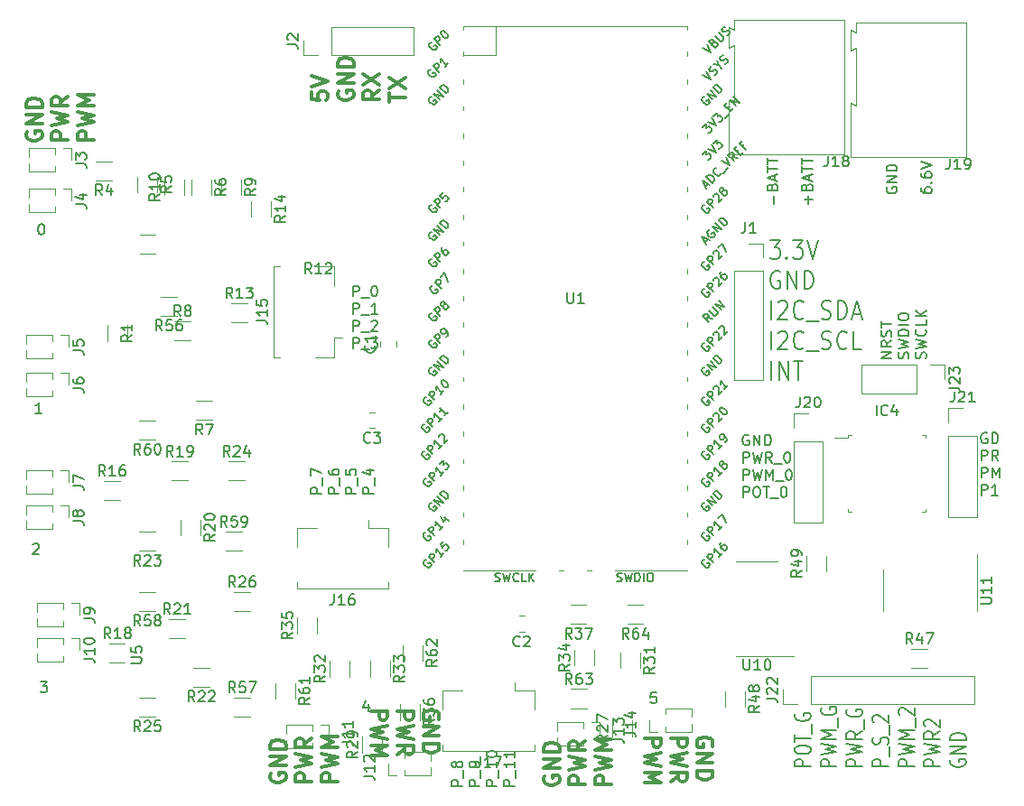
<source format=gbr>
%TF.GenerationSoftware,KiCad,Pcbnew,7.0.1*%
%TF.CreationDate,2023-04-28T17:30:44+02:00*%
%TF.ProjectId,Hexapod_Hardware,48657861-706f-4645-9f48-617264776172,rev?*%
%TF.SameCoordinates,Original*%
%TF.FileFunction,Legend,Top*%
%TF.FilePolarity,Positive*%
%FSLAX46Y46*%
G04 Gerber Fmt 4.6, Leading zero omitted, Abs format (unit mm)*
G04 Created by KiCad (PCBNEW 7.0.1) date 2023-04-28 17:30:44*
%MOMM*%
%LPD*%
G01*
G04 APERTURE LIST*
%ADD10C,0.150000*%
%ADD11C,0.300000*%
%ADD12C,0.120000*%
G04 APERTURE END LIST*
D10*
X118316285Y-106319619D02*
X117840095Y-106319619D01*
X117840095Y-106319619D02*
X117792476Y-106795809D01*
X117792476Y-106795809D02*
X117840095Y-106748190D01*
X117840095Y-106748190D02*
X117935333Y-106700571D01*
X117935333Y-106700571D02*
X118173428Y-106700571D01*
X118173428Y-106700571D02*
X118268666Y-106748190D01*
X118268666Y-106748190D02*
X118316285Y-106795809D01*
X118316285Y-106795809D02*
X118363904Y-106891047D01*
X118363904Y-106891047D02*
X118363904Y-107129142D01*
X118363904Y-107129142D02*
X118316285Y-107224380D01*
X118316285Y-107224380D02*
X118268666Y-107272000D01*
X118268666Y-107272000D02*
X118173428Y-107319619D01*
X118173428Y-107319619D02*
X117935333Y-107319619D01*
X117935333Y-107319619D02*
X117840095Y-107272000D01*
X117840095Y-107272000D02*
X117792476Y-107224380D01*
X91344666Y-107414952D02*
X91344666Y-108081619D01*
X91106571Y-107034000D02*
X90868476Y-107748285D01*
X90868476Y-107748285D02*
X91487523Y-107748285D01*
X60594857Y-105303619D02*
X61213904Y-105303619D01*
X61213904Y-105303619D02*
X60880571Y-105684571D01*
X60880571Y-105684571D02*
X61023428Y-105684571D01*
X61023428Y-105684571D02*
X61118666Y-105732190D01*
X61118666Y-105732190D02*
X61166285Y-105779809D01*
X61166285Y-105779809D02*
X61213904Y-105875047D01*
X61213904Y-105875047D02*
X61213904Y-106113142D01*
X61213904Y-106113142D02*
X61166285Y-106208380D01*
X61166285Y-106208380D02*
X61118666Y-106256000D01*
X61118666Y-106256000D02*
X61023428Y-106303619D01*
X61023428Y-106303619D02*
X60737714Y-106303619D01*
X60737714Y-106303619D02*
X60642476Y-106256000D01*
X60642476Y-106256000D02*
X60594857Y-106208380D01*
X60626571Y-62377619D02*
X60721809Y-62377619D01*
X60721809Y-62377619D02*
X60817047Y-62425238D01*
X60817047Y-62425238D02*
X60864666Y-62472857D01*
X60864666Y-62472857D02*
X60912285Y-62568095D01*
X60912285Y-62568095D02*
X60959904Y-62758571D01*
X60959904Y-62758571D02*
X60959904Y-62996666D01*
X60959904Y-62996666D02*
X60912285Y-63187142D01*
X60912285Y-63187142D02*
X60864666Y-63282380D01*
X60864666Y-63282380D02*
X60817047Y-63330000D01*
X60817047Y-63330000D02*
X60721809Y-63377619D01*
X60721809Y-63377619D02*
X60626571Y-63377619D01*
X60626571Y-63377619D02*
X60531333Y-63330000D01*
X60531333Y-63330000D02*
X60483714Y-63282380D01*
X60483714Y-63282380D02*
X60436095Y-63187142D01*
X60436095Y-63187142D02*
X60388476Y-62996666D01*
X60388476Y-62996666D02*
X60388476Y-62758571D01*
X60388476Y-62758571D02*
X60436095Y-62568095D01*
X60436095Y-62568095D02*
X60483714Y-62472857D01*
X60483714Y-62472857D02*
X60531333Y-62425238D01*
X60531333Y-62425238D02*
X60626571Y-62377619D01*
X59880476Y-92444857D02*
X59928095Y-92397238D01*
X59928095Y-92397238D02*
X60023333Y-92349619D01*
X60023333Y-92349619D02*
X60261428Y-92349619D01*
X60261428Y-92349619D02*
X60356666Y-92397238D01*
X60356666Y-92397238D02*
X60404285Y-92444857D01*
X60404285Y-92444857D02*
X60451904Y-92540095D01*
X60451904Y-92540095D02*
X60451904Y-92635333D01*
X60451904Y-92635333D02*
X60404285Y-92778190D01*
X60404285Y-92778190D02*
X59832857Y-93349619D01*
X59832857Y-93349619D02*
X60451904Y-93349619D01*
X60705904Y-80141619D02*
X60134476Y-80141619D01*
X60420190Y-80141619D02*
X60420190Y-79141619D01*
X60420190Y-79141619D02*
X60324952Y-79284476D01*
X60324952Y-79284476D02*
X60229714Y-79379714D01*
X60229714Y-79379714D02*
X60134476Y-79427333D01*
X128992285Y-63911834D02*
X129920857Y-63911834D01*
X129920857Y-63911834D02*
X129420857Y-64578501D01*
X129420857Y-64578501D02*
X129635142Y-64578501D01*
X129635142Y-64578501D02*
X129778000Y-64661834D01*
X129778000Y-64661834D02*
X129849428Y-64745167D01*
X129849428Y-64745167D02*
X129920857Y-64911834D01*
X129920857Y-64911834D02*
X129920857Y-65328501D01*
X129920857Y-65328501D02*
X129849428Y-65495167D01*
X129849428Y-65495167D02*
X129778000Y-65578501D01*
X129778000Y-65578501D02*
X129635142Y-65661834D01*
X129635142Y-65661834D02*
X129206571Y-65661834D01*
X129206571Y-65661834D02*
X129063714Y-65578501D01*
X129063714Y-65578501D02*
X128992285Y-65495167D01*
X130563713Y-65495167D02*
X130635142Y-65578501D01*
X130635142Y-65578501D02*
X130563713Y-65661834D01*
X130563713Y-65661834D02*
X130492285Y-65578501D01*
X130492285Y-65578501D02*
X130563713Y-65495167D01*
X130563713Y-65495167D02*
X130563713Y-65661834D01*
X131135142Y-63911834D02*
X132063714Y-63911834D01*
X132063714Y-63911834D02*
X131563714Y-64578501D01*
X131563714Y-64578501D02*
X131777999Y-64578501D01*
X131777999Y-64578501D02*
X131920857Y-64661834D01*
X131920857Y-64661834D02*
X131992285Y-64745167D01*
X131992285Y-64745167D02*
X132063714Y-64911834D01*
X132063714Y-64911834D02*
X132063714Y-65328501D01*
X132063714Y-65328501D02*
X131992285Y-65495167D01*
X131992285Y-65495167D02*
X131920857Y-65578501D01*
X131920857Y-65578501D02*
X131777999Y-65661834D01*
X131777999Y-65661834D02*
X131349428Y-65661834D01*
X131349428Y-65661834D02*
X131206571Y-65578501D01*
X131206571Y-65578501D02*
X131135142Y-65495167D01*
X132492285Y-63911834D02*
X132992285Y-65661834D01*
X132992285Y-65661834D02*
X133492285Y-63911834D01*
X129920857Y-66830167D02*
X129778000Y-66746834D01*
X129778000Y-66746834D02*
X129563714Y-66746834D01*
X129563714Y-66746834D02*
X129349428Y-66830167D01*
X129349428Y-66830167D02*
X129206571Y-66996834D01*
X129206571Y-66996834D02*
X129135142Y-67163501D01*
X129135142Y-67163501D02*
X129063714Y-67496834D01*
X129063714Y-67496834D02*
X129063714Y-67746834D01*
X129063714Y-67746834D02*
X129135142Y-68080167D01*
X129135142Y-68080167D02*
X129206571Y-68246834D01*
X129206571Y-68246834D02*
X129349428Y-68413501D01*
X129349428Y-68413501D02*
X129563714Y-68496834D01*
X129563714Y-68496834D02*
X129706571Y-68496834D01*
X129706571Y-68496834D02*
X129920857Y-68413501D01*
X129920857Y-68413501D02*
X129992285Y-68330167D01*
X129992285Y-68330167D02*
X129992285Y-67746834D01*
X129992285Y-67746834D02*
X129706571Y-67746834D01*
X130635142Y-68496834D02*
X130635142Y-66746834D01*
X130635142Y-66746834D02*
X131492285Y-68496834D01*
X131492285Y-68496834D02*
X131492285Y-66746834D01*
X132206571Y-68496834D02*
X132206571Y-66746834D01*
X132206571Y-66746834D02*
X132563714Y-66746834D01*
X132563714Y-66746834D02*
X132778000Y-66830167D01*
X132778000Y-66830167D02*
X132920857Y-66996834D01*
X132920857Y-66996834D02*
X132992286Y-67163501D01*
X132992286Y-67163501D02*
X133063714Y-67496834D01*
X133063714Y-67496834D02*
X133063714Y-67746834D01*
X133063714Y-67746834D02*
X132992286Y-68080167D01*
X132992286Y-68080167D02*
X132920857Y-68246834D01*
X132920857Y-68246834D02*
X132778000Y-68413501D01*
X132778000Y-68413501D02*
X132563714Y-68496834D01*
X132563714Y-68496834D02*
X132206571Y-68496834D01*
X129135142Y-71331834D02*
X129135142Y-69581834D01*
X129778000Y-69748501D02*
X129849428Y-69665167D01*
X129849428Y-69665167D02*
X129992286Y-69581834D01*
X129992286Y-69581834D02*
X130349428Y-69581834D01*
X130349428Y-69581834D02*
X130492286Y-69665167D01*
X130492286Y-69665167D02*
X130563714Y-69748501D01*
X130563714Y-69748501D02*
X130635143Y-69915167D01*
X130635143Y-69915167D02*
X130635143Y-70081834D01*
X130635143Y-70081834D02*
X130563714Y-70331834D01*
X130563714Y-70331834D02*
X129706571Y-71331834D01*
X129706571Y-71331834D02*
X130635143Y-71331834D01*
X132135142Y-71165167D02*
X132063714Y-71248501D01*
X132063714Y-71248501D02*
X131849428Y-71331834D01*
X131849428Y-71331834D02*
X131706571Y-71331834D01*
X131706571Y-71331834D02*
X131492285Y-71248501D01*
X131492285Y-71248501D02*
X131349428Y-71081834D01*
X131349428Y-71081834D02*
X131277999Y-70915167D01*
X131277999Y-70915167D02*
X131206571Y-70581834D01*
X131206571Y-70581834D02*
X131206571Y-70331834D01*
X131206571Y-70331834D02*
X131277999Y-69998501D01*
X131277999Y-69998501D02*
X131349428Y-69831834D01*
X131349428Y-69831834D02*
X131492285Y-69665167D01*
X131492285Y-69665167D02*
X131706571Y-69581834D01*
X131706571Y-69581834D02*
X131849428Y-69581834D01*
X131849428Y-69581834D02*
X132063714Y-69665167D01*
X132063714Y-69665167D02*
X132135142Y-69748501D01*
X132420857Y-71498501D02*
X133563714Y-71498501D01*
X133849428Y-71248501D02*
X134063714Y-71331834D01*
X134063714Y-71331834D02*
X134420856Y-71331834D01*
X134420856Y-71331834D02*
X134563714Y-71248501D01*
X134563714Y-71248501D02*
X134635142Y-71165167D01*
X134635142Y-71165167D02*
X134706571Y-70998501D01*
X134706571Y-70998501D02*
X134706571Y-70831834D01*
X134706571Y-70831834D02*
X134635142Y-70665167D01*
X134635142Y-70665167D02*
X134563714Y-70581834D01*
X134563714Y-70581834D02*
X134420856Y-70498501D01*
X134420856Y-70498501D02*
X134135142Y-70415167D01*
X134135142Y-70415167D02*
X133992285Y-70331834D01*
X133992285Y-70331834D02*
X133920856Y-70248501D01*
X133920856Y-70248501D02*
X133849428Y-70081834D01*
X133849428Y-70081834D02*
X133849428Y-69915167D01*
X133849428Y-69915167D02*
X133920856Y-69748501D01*
X133920856Y-69748501D02*
X133992285Y-69665167D01*
X133992285Y-69665167D02*
X134135142Y-69581834D01*
X134135142Y-69581834D02*
X134492285Y-69581834D01*
X134492285Y-69581834D02*
X134706571Y-69665167D01*
X135349427Y-71331834D02*
X135349427Y-69581834D01*
X135349427Y-69581834D02*
X135706570Y-69581834D01*
X135706570Y-69581834D02*
X135920856Y-69665167D01*
X135920856Y-69665167D02*
X136063713Y-69831834D01*
X136063713Y-69831834D02*
X136135142Y-69998501D01*
X136135142Y-69998501D02*
X136206570Y-70331834D01*
X136206570Y-70331834D02*
X136206570Y-70581834D01*
X136206570Y-70581834D02*
X136135142Y-70915167D01*
X136135142Y-70915167D02*
X136063713Y-71081834D01*
X136063713Y-71081834D02*
X135920856Y-71248501D01*
X135920856Y-71248501D02*
X135706570Y-71331834D01*
X135706570Y-71331834D02*
X135349427Y-71331834D01*
X136777999Y-70831834D02*
X137492285Y-70831834D01*
X136635142Y-71331834D02*
X137135142Y-69581834D01*
X137135142Y-69581834D02*
X137635142Y-71331834D01*
X129135142Y-74166834D02*
X129135142Y-72416834D01*
X129778000Y-72583501D02*
X129849428Y-72500167D01*
X129849428Y-72500167D02*
X129992286Y-72416834D01*
X129992286Y-72416834D02*
X130349428Y-72416834D01*
X130349428Y-72416834D02*
X130492286Y-72500167D01*
X130492286Y-72500167D02*
X130563714Y-72583501D01*
X130563714Y-72583501D02*
X130635143Y-72750167D01*
X130635143Y-72750167D02*
X130635143Y-72916834D01*
X130635143Y-72916834D02*
X130563714Y-73166834D01*
X130563714Y-73166834D02*
X129706571Y-74166834D01*
X129706571Y-74166834D02*
X130635143Y-74166834D01*
X132135142Y-74000167D02*
X132063714Y-74083501D01*
X132063714Y-74083501D02*
X131849428Y-74166834D01*
X131849428Y-74166834D02*
X131706571Y-74166834D01*
X131706571Y-74166834D02*
X131492285Y-74083501D01*
X131492285Y-74083501D02*
X131349428Y-73916834D01*
X131349428Y-73916834D02*
X131277999Y-73750167D01*
X131277999Y-73750167D02*
X131206571Y-73416834D01*
X131206571Y-73416834D02*
X131206571Y-73166834D01*
X131206571Y-73166834D02*
X131277999Y-72833501D01*
X131277999Y-72833501D02*
X131349428Y-72666834D01*
X131349428Y-72666834D02*
X131492285Y-72500167D01*
X131492285Y-72500167D02*
X131706571Y-72416834D01*
X131706571Y-72416834D02*
X131849428Y-72416834D01*
X131849428Y-72416834D02*
X132063714Y-72500167D01*
X132063714Y-72500167D02*
X132135142Y-72583501D01*
X132420857Y-74333501D02*
X133563714Y-74333501D01*
X133849428Y-74083501D02*
X134063714Y-74166834D01*
X134063714Y-74166834D02*
X134420856Y-74166834D01*
X134420856Y-74166834D02*
X134563714Y-74083501D01*
X134563714Y-74083501D02*
X134635142Y-74000167D01*
X134635142Y-74000167D02*
X134706571Y-73833501D01*
X134706571Y-73833501D02*
X134706571Y-73666834D01*
X134706571Y-73666834D02*
X134635142Y-73500167D01*
X134635142Y-73500167D02*
X134563714Y-73416834D01*
X134563714Y-73416834D02*
X134420856Y-73333501D01*
X134420856Y-73333501D02*
X134135142Y-73250167D01*
X134135142Y-73250167D02*
X133992285Y-73166834D01*
X133992285Y-73166834D02*
X133920856Y-73083501D01*
X133920856Y-73083501D02*
X133849428Y-72916834D01*
X133849428Y-72916834D02*
X133849428Y-72750167D01*
X133849428Y-72750167D02*
X133920856Y-72583501D01*
X133920856Y-72583501D02*
X133992285Y-72500167D01*
X133992285Y-72500167D02*
X134135142Y-72416834D01*
X134135142Y-72416834D02*
X134492285Y-72416834D01*
X134492285Y-72416834D02*
X134706571Y-72500167D01*
X136206570Y-74000167D02*
X136135142Y-74083501D01*
X136135142Y-74083501D02*
X135920856Y-74166834D01*
X135920856Y-74166834D02*
X135777999Y-74166834D01*
X135777999Y-74166834D02*
X135563713Y-74083501D01*
X135563713Y-74083501D02*
X135420856Y-73916834D01*
X135420856Y-73916834D02*
X135349427Y-73750167D01*
X135349427Y-73750167D02*
X135277999Y-73416834D01*
X135277999Y-73416834D02*
X135277999Y-73166834D01*
X135277999Y-73166834D02*
X135349427Y-72833501D01*
X135349427Y-72833501D02*
X135420856Y-72666834D01*
X135420856Y-72666834D02*
X135563713Y-72500167D01*
X135563713Y-72500167D02*
X135777999Y-72416834D01*
X135777999Y-72416834D02*
X135920856Y-72416834D01*
X135920856Y-72416834D02*
X136135142Y-72500167D01*
X136135142Y-72500167D02*
X136206570Y-72583501D01*
X137563713Y-74166834D02*
X136849427Y-74166834D01*
X136849427Y-74166834D02*
X136849427Y-72416834D01*
X129135142Y-77001834D02*
X129135142Y-75251834D01*
X129849428Y-77001834D02*
X129849428Y-75251834D01*
X129849428Y-75251834D02*
X130706571Y-77001834D01*
X130706571Y-77001834D02*
X130706571Y-75251834D01*
X131206572Y-75251834D02*
X132063715Y-75251834D01*
X131635143Y-77001834D02*
X131635143Y-75251834D01*
D11*
X123566142Y-111378857D02*
X123637571Y-111236000D01*
X123637571Y-111236000D02*
X123637571Y-111021714D01*
X123637571Y-111021714D02*
X123566142Y-110807428D01*
X123566142Y-110807428D02*
X123423285Y-110664571D01*
X123423285Y-110664571D02*
X123280428Y-110593142D01*
X123280428Y-110593142D02*
X122994714Y-110521714D01*
X122994714Y-110521714D02*
X122780428Y-110521714D01*
X122780428Y-110521714D02*
X122494714Y-110593142D01*
X122494714Y-110593142D02*
X122351857Y-110664571D01*
X122351857Y-110664571D02*
X122209000Y-110807428D01*
X122209000Y-110807428D02*
X122137571Y-111021714D01*
X122137571Y-111021714D02*
X122137571Y-111164571D01*
X122137571Y-111164571D02*
X122209000Y-111378857D01*
X122209000Y-111378857D02*
X122280428Y-111450285D01*
X122280428Y-111450285D02*
X122780428Y-111450285D01*
X122780428Y-111450285D02*
X122780428Y-111164571D01*
X122137571Y-112093142D02*
X123637571Y-112093142D01*
X123637571Y-112093142D02*
X122137571Y-112950285D01*
X122137571Y-112950285D02*
X123637571Y-112950285D01*
X122137571Y-113664571D02*
X123637571Y-113664571D01*
X123637571Y-113664571D02*
X123637571Y-114021714D01*
X123637571Y-114021714D02*
X123566142Y-114236000D01*
X123566142Y-114236000D02*
X123423285Y-114378857D01*
X123423285Y-114378857D02*
X123280428Y-114450286D01*
X123280428Y-114450286D02*
X122994714Y-114521714D01*
X122994714Y-114521714D02*
X122780428Y-114521714D01*
X122780428Y-114521714D02*
X122494714Y-114450286D01*
X122494714Y-114450286D02*
X122351857Y-114378857D01*
X122351857Y-114378857D02*
X122209000Y-114236000D01*
X122209000Y-114236000D02*
X122137571Y-114021714D01*
X122137571Y-114021714D02*
X122137571Y-113664571D01*
X119707571Y-110593142D02*
X121207571Y-110593142D01*
X121207571Y-110593142D02*
X121207571Y-111164571D01*
X121207571Y-111164571D02*
X121136142Y-111307428D01*
X121136142Y-111307428D02*
X121064714Y-111378857D01*
X121064714Y-111378857D02*
X120921857Y-111450285D01*
X120921857Y-111450285D02*
X120707571Y-111450285D01*
X120707571Y-111450285D02*
X120564714Y-111378857D01*
X120564714Y-111378857D02*
X120493285Y-111307428D01*
X120493285Y-111307428D02*
X120421857Y-111164571D01*
X120421857Y-111164571D02*
X120421857Y-110593142D01*
X121207571Y-111950285D02*
X119707571Y-112307428D01*
X119707571Y-112307428D02*
X120779000Y-112593142D01*
X120779000Y-112593142D02*
X119707571Y-112878857D01*
X119707571Y-112878857D02*
X121207571Y-113236000D01*
X119707571Y-114664571D02*
X120421857Y-114164571D01*
X119707571Y-113807428D02*
X121207571Y-113807428D01*
X121207571Y-113807428D02*
X121207571Y-114378857D01*
X121207571Y-114378857D02*
X121136142Y-114521714D01*
X121136142Y-114521714D02*
X121064714Y-114593143D01*
X121064714Y-114593143D02*
X120921857Y-114664571D01*
X120921857Y-114664571D02*
X120707571Y-114664571D01*
X120707571Y-114664571D02*
X120564714Y-114593143D01*
X120564714Y-114593143D02*
X120493285Y-114521714D01*
X120493285Y-114521714D02*
X120421857Y-114378857D01*
X120421857Y-114378857D02*
X120421857Y-113807428D01*
X117277571Y-110593142D02*
X118777571Y-110593142D01*
X118777571Y-110593142D02*
X118777571Y-111164571D01*
X118777571Y-111164571D02*
X118706142Y-111307428D01*
X118706142Y-111307428D02*
X118634714Y-111378857D01*
X118634714Y-111378857D02*
X118491857Y-111450285D01*
X118491857Y-111450285D02*
X118277571Y-111450285D01*
X118277571Y-111450285D02*
X118134714Y-111378857D01*
X118134714Y-111378857D02*
X118063285Y-111307428D01*
X118063285Y-111307428D02*
X117991857Y-111164571D01*
X117991857Y-111164571D02*
X117991857Y-110593142D01*
X118777571Y-111950285D02*
X117277571Y-112307428D01*
X117277571Y-112307428D02*
X118349000Y-112593142D01*
X118349000Y-112593142D02*
X117277571Y-112878857D01*
X117277571Y-112878857D02*
X118777571Y-113236000D01*
X117277571Y-113807428D02*
X118777571Y-113807428D01*
X118777571Y-113807428D02*
X117706142Y-114307428D01*
X117706142Y-114307428D02*
X118777571Y-114807428D01*
X118777571Y-114807428D02*
X117277571Y-114807428D01*
X107827857Y-114173142D02*
X107756428Y-114316000D01*
X107756428Y-114316000D02*
X107756428Y-114530285D01*
X107756428Y-114530285D02*
X107827857Y-114744571D01*
X107827857Y-114744571D02*
X107970714Y-114887428D01*
X107970714Y-114887428D02*
X108113571Y-114958857D01*
X108113571Y-114958857D02*
X108399285Y-115030285D01*
X108399285Y-115030285D02*
X108613571Y-115030285D01*
X108613571Y-115030285D02*
X108899285Y-114958857D01*
X108899285Y-114958857D02*
X109042142Y-114887428D01*
X109042142Y-114887428D02*
X109185000Y-114744571D01*
X109185000Y-114744571D02*
X109256428Y-114530285D01*
X109256428Y-114530285D02*
X109256428Y-114387428D01*
X109256428Y-114387428D02*
X109185000Y-114173142D01*
X109185000Y-114173142D02*
X109113571Y-114101714D01*
X109113571Y-114101714D02*
X108613571Y-114101714D01*
X108613571Y-114101714D02*
X108613571Y-114387428D01*
X109256428Y-113458857D02*
X107756428Y-113458857D01*
X107756428Y-113458857D02*
X109256428Y-112601714D01*
X109256428Y-112601714D02*
X107756428Y-112601714D01*
X109256428Y-111887428D02*
X107756428Y-111887428D01*
X107756428Y-111887428D02*
X107756428Y-111530285D01*
X107756428Y-111530285D02*
X107827857Y-111315999D01*
X107827857Y-111315999D02*
X107970714Y-111173142D01*
X107970714Y-111173142D02*
X108113571Y-111101713D01*
X108113571Y-111101713D02*
X108399285Y-111030285D01*
X108399285Y-111030285D02*
X108613571Y-111030285D01*
X108613571Y-111030285D02*
X108899285Y-111101713D01*
X108899285Y-111101713D02*
X109042142Y-111173142D01*
X109042142Y-111173142D02*
X109185000Y-111315999D01*
X109185000Y-111315999D02*
X109256428Y-111530285D01*
X109256428Y-111530285D02*
X109256428Y-111887428D01*
X111686428Y-114958857D02*
X110186428Y-114958857D01*
X110186428Y-114958857D02*
X110186428Y-114387428D01*
X110186428Y-114387428D02*
X110257857Y-114244571D01*
X110257857Y-114244571D02*
X110329285Y-114173142D01*
X110329285Y-114173142D02*
X110472142Y-114101714D01*
X110472142Y-114101714D02*
X110686428Y-114101714D01*
X110686428Y-114101714D02*
X110829285Y-114173142D01*
X110829285Y-114173142D02*
X110900714Y-114244571D01*
X110900714Y-114244571D02*
X110972142Y-114387428D01*
X110972142Y-114387428D02*
X110972142Y-114958857D01*
X110186428Y-113601714D02*
X111686428Y-113244571D01*
X111686428Y-113244571D02*
X110615000Y-112958857D01*
X110615000Y-112958857D02*
X111686428Y-112673142D01*
X111686428Y-112673142D02*
X110186428Y-112316000D01*
X111686428Y-110887428D02*
X110972142Y-111387428D01*
X111686428Y-111744571D02*
X110186428Y-111744571D01*
X110186428Y-111744571D02*
X110186428Y-111173142D01*
X110186428Y-111173142D02*
X110257857Y-111030285D01*
X110257857Y-111030285D02*
X110329285Y-110958856D01*
X110329285Y-110958856D02*
X110472142Y-110887428D01*
X110472142Y-110887428D02*
X110686428Y-110887428D01*
X110686428Y-110887428D02*
X110829285Y-110958856D01*
X110829285Y-110958856D02*
X110900714Y-111030285D01*
X110900714Y-111030285D02*
X110972142Y-111173142D01*
X110972142Y-111173142D02*
X110972142Y-111744571D01*
X114116428Y-114958857D02*
X112616428Y-114958857D01*
X112616428Y-114958857D02*
X112616428Y-114387428D01*
X112616428Y-114387428D02*
X112687857Y-114244571D01*
X112687857Y-114244571D02*
X112759285Y-114173142D01*
X112759285Y-114173142D02*
X112902142Y-114101714D01*
X112902142Y-114101714D02*
X113116428Y-114101714D01*
X113116428Y-114101714D02*
X113259285Y-114173142D01*
X113259285Y-114173142D02*
X113330714Y-114244571D01*
X113330714Y-114244571D02*
X113402142Y-114387428D01*
X113402142Y-114387428D02*
X113402142Y-114958857D01*
X112616428Y-113601714D02*
X114116428Y-113244571D01*
X114116428Y-113244571D02*
X113045000Y-112958857D01*
X113045000Y-112958857D02*
X114116428Y-112673142D01*
X114116428Y-112673142D02*
X112616428Y-112316000D01*
X114116428Y-111744571D02*
X112616428Y-111744571D01*
X112616428Y-111744571D02*
X113687857Y-111244571D01*
X113687857Y-111244571D02*
X112616428Y-110744571D01*
X112616428Y-110744571D02*
X114116428Y-110744571D01*
D10*
X89900095Y-69185619D02*
X89900095Y-68185619D01*
X89900095Y-68185619D02*
X90281047Y-68185619D01*
X90281047Y-68185619D02*
X90376285Y-68233238D01*
X90376285Y-68233238D02*
X90423904Y-68280857D01*
X90423904Y-68280857D02*
X90471523Y-68376095D01*
X90471523Y-68376095D02*
X90471523Y-68518952D01*
X90471523Y-68518952D02*
X90423904Y-68614190D01*
X90423904Y-68614190D02*
X90376285Y-68661809D01*
X90376285Y-68661809D02*
X90281047Y-68709428D01*
X90281047Y-68709428D02*
X89900095Y-68709428D01*
X90662000Y-69280857D02*
X91423904Y-69280857D01*
X91852476Y-68185619D02*
X91947714Y-68185619D01*
X91947714Y-68185619D02*
X92042952Y-68233238D01*
X92042952Y-68233238D02*
X92090571Y-68280857D01*
X92090571Y-68280857D02*
X92138190Y-68376095D01*
X92138190Y-68376095D02*
X92185809Y-68566571D01*
X92185809Y-68566571D02*
X92185809Y-68804666D01*
X92185809Y-68804666D02*
X92138190Y-68995142D01*
X92138190Y-68995142D02*
X92090571Y-69090380D01*
X92090571Y-69090380D02*
X92042952Y-69138000D01*
X92042952Y-69138000D02*
X91947714Y-69185619D01*
X91947714Y-69185619D02*
X91852476Y-69185619D01*
X91852476Y-69185619D02*
X91757238Y-69138000D01*
X91757238Y-69138000D02*
X91709619Y-69090380D01*
X91709619Y-69090380D02*
X91662000Y-68995142D01*
X91662000Y-68995142D02*
X91614381Y-68804666D01*
X91614381Y-68804666D02*
X91614381Y-68566571D01*
X91614381Y-68566571D02*
X91662000Y-68376095D01*
X91662000Y-68376095D02*
X91709619Y-68280857D01*
X91709619Y-68280857D02*
X91757238Y-68233238D01*
X91757238Y-68233238D02*
X91852476Y-68185619D01*
X89900095Y-70805619D02*
X89900095Y-69805619D01*
X89900095Y-69805619D02*
X90281047Y-69805619D01*
X90281047Y-69805619D02*
X90376285Y-69853238D01*
X90376285Y-69853238D02*
X90423904Y-69900857D01*
X90423904Y-69900857D02*
X90471523Y-69996095D01*
X90471523Y-69996095D02*
X90471523Y-70138952D01*
X90471523Y-70138952D02*
X90423904Y-70234190D01*
X90423904Y-70234190D02*
X90376285Y-70281809D01*
X90376285Y-70281809D02*
X90281047Y-70329428D01*
X90281047Y-70329428D02*
X89900095Y-70329428D01*
X90662000Y-70900857D02*
X91423904Y-70900857D01*
X92185809Y-70805619D02*
X91614381Y-70805619D01*
X91900095Y-70805619D02*
X91900095Y-69805619D01*
X91900095Y-69805619D02*
X91804857Y-69948476D01*
X91804857Y-69948476D02*
X91709619Y-70043714D01*
X91709619Y-70043714D02*
X91614381Y-70091333D01*
X89900095Y-72425619D02*
X89900095Y-71425619D01*
X89900095Y-71425619D02*
X90281047Y-71425619D01*
X90281047Y-71425619D02*
X90376285Y-71473238D01*
X90376285Y-71473238D02*
X90423904Y-71520857D01*
X90423904Y-71520857D02*
X90471523Y-71616095D01*
X90471523Y-71616095D02*
X90471523Y-71758952D01*
X90471523Y-71758952D02*
X90423904Y-71854190D01*
X90423904Y-71854190D02*
X90376285Y-71901809D01*
X90376285Y-71901809D02*
X90281047Y-71949428D01*
X90281047Y-71949428D02*
X89900095Y-71949428D01*
X90662000Y-72520857D02*
X91423904Y-72520857D01*
X91614381Y-71520857D02*
X91662000Y-71473238D01*
X91662000Y-71473238D02*
X91757238Y-71425619D01*
X91757238Y-71425619D02*
X91995333Y-71425619D01*
X91995333Y-71425619D02*
X92090571Y-71473238D01*
X92090571Y-71473238D02*
X92138190Y-71520857D01*
X92138190Y-71520857D02*
X92185809Y-71616095D01*
X92185809Y-71616095D02*
X92185809Y-71711333D01*
X92185809Y-71711333D02*
X92138190Y-71854190D01*
X92138190Y-71854190D02*
X91566762Y-72425619D01*
X91566762Y-72425619D02*
X92185809Y-72425619D01*
X89900095Y-74045619D02*
X89900095Y-73045619D01*
X89900095Y-73045619D02*
X90281047Y-73045619D01*
X90281047Y-73045619D02*
X90376285Y-73093238D01*
X90376285Y-73093238D02*
X90423904Y-73140857D01*
X90423904Y-73140857D02*
X90471523Y-73236095D01*
X90471523Y-73236095D02*
X90471523Y-73378952D01*
X90471523Y-73378952D02*
X90423904Y-73474190D01*
X90423904Y-73474190D02*
X90376285Y-73521809D01*
X90376285Y-73521809D02*
X90281047Y-73569428D01*
X90281047Y-73569428D02*
X89900095Y-73569428D01*
X90662000Y-74140857D02*
X91423904Y-74140857D01*
X91566762Y-73045619D02*
X92185809Y-73045619D01*
X92185809Y-73045619D02*
X91852476Y-73426571D01*
X91852476Y-73426571D02*
X91995333Y-73426571D01*
X91995333Y-73426571D02*
X92090571Y-73474190D01*
X92090571Y-73474190D02*
X92138190Y-73521809D01*
X92138190Y-73521809D02*
X92185809Y-73617047D01*
X92185809Y-73617047D02*
X92185809Y-73855142D01*
X92185809Y-73855142D02*
X92138190Y-73950380D01*
X92138190Y-73950380D02*
X92090571Y-73998000D01*
X92090571Y-73998000D02*
X91995333Y-74045619D01*
X91995333Y-74045619D02*
X91709619Y-74045619D01*
X91709619Y-74045619D02*
X91614381Y-73998000D01*
X91614381Y-73998000D02*
X91566762Y-73950380D01*
X86965619Y-87645904D02*
X85965619Y-87645904D01*
X85965619Y-87645904D02*
X85965619Y-87264952D01*
X85965619Y-87264952D02*
X86013238Y-87169714D01*
X86013238Y-87169714D02*
X86060857Y-87122095D01*
X86060857Y-87122095D02*
X86156095Y-87074476D01*
X86156095Y-87074476D02*
X86298952Y-87074476D01*
X86298952Y-87074476D02*
X86394190Y-87122095D01*
X86394190Y-87122095D02*
X86441809Y-87169714D01*
X86441809Y-87169714D02*
X86489428Y-87264952D01*
X86489428Y-87264952D02*
X86489428Y-87645904D01*
X87060857Y-86884000D02*
X87060857Y-86122095D01*
X85965619Y-85979237D02*
X85965619Y-85312571D01*
X85965619Y-85312571D02*
X86965619Y-85741142D01*
X88585619Y-87645904D02*
X87585619Y-87645904D01*
X87585619Y-87645904D02*
X87585619Y-87264952D01*
X87585619Y-87264952D02*
X87633238Y-87169714D01*
X87633238Y-87169714D02*
X87680857Y-87122095D01*
X87680857Y-87122095D02*
X87776095Y-87074476D01*
X87776095Y-87074476D02*
X87918952Y-87074476D01*
X87918952Y-87074476D02*
X88014190Y-87122095D01*
X88014190Y-87122095D02*
X88061809Y-87169714D01*
X88061809Y-87169714D02*
X88109428Y-87264952D01*
X88109428Y-87264952D02*
X88109428Y-87645904D01*
X88680857Y-86884000D02*
X88680857Y-86122095D01*
X87585619Y-85455428D02*
X87585619Y-85645904D01*
X87585619Y-85645904D02*
X87633238Y-85741142D01*
X87633238Y-85741142D02*
X87680857Y-85788761D01*
X87680857Y-85788761D02*
X87823714Y-85883999D01*
X87823714Y-85883999D02*
X88014190Y-85931618D01*
X88014190Y-85931618D02*
X88395142Y-85931618D01*
X88395142Y-85931618D02*
X88490380Y-85883999D01*
X88490380Y-85883999D02*
X88538000Y-85836380D01*
X88538000Y-85836380D02*
X88585619Y-85741142D01*
X88585619Y-85741142D02*
X88585619Y-85550666D01*
X88585619Y-85550666D02*
X88538000Y-85455428D01*
X88538000Y-85455428D02*
X88490380Y-85407809D01*
X88490380Y-85407809D02*
X88395142Y-85360190D01*
X88395142Y-85360190D02*
X88157047Y-85360190D01*
X88157047Y-85360190D02*
X88061809Y-85407809D01*
X88061809Y-85407809D02*
X88014190Y-85455428D01*
X88014190Y-85455428D02*
X87966571Y-85550666D01*
X87966571Y-85550666D02*
X87966571Y-85741142D01*
X87966571Y-85741142D02*
X88014190Y-85836380D01*
X88014190Y-85836380D02*
X88061809Y-85883999D01*
X88061809Y-85883999D02*
X88157047Y-85931618D01*
X90205619Y-87645904D02*
X89205619Y-87645904D01*
X89205619Y-87645904D02*
X89205619Y-87264952D01*
X89205619Y-87264952D02*
X89253238Y-87169714D01*
X89253238Y-87169714D02*
X89300857Y-87122095D01*
X89300857Y-87122095D02*
X89396095Y-87074476D01*
X89396095Y-87074476D02*
X89538952Y-87074476D01*
X89538952Y-87074476D02*
X89634190Y-87122095D01*
X89634190Y-87122095D02*
X89681809Y-87169714D01*
X89681809Y-87169714D02*
X89729428Y-87264952D01*
X89729428Y-87264952D02*
X89729428Y-87645904D01*
X90300857Y-86884000D02*
X90300857Y-86122095D01*
X89205619Y-85407809D02*
X89205619Y-85883999D01*
X89205619Y-85883999D02*
X89681809Y-85931618D01*
X89681809Y-85931618D02*
X89634190Y-85883999D01*
X89634190Y-85883999D02*
X89586571Y-85788761D01*
X89586571Y-85788761D02*
X89586571Y-85550666D01*
X89586571Y-85550666D02*
X89634190Y-85455428D01*
X89634190Y-85455428D02*
X89681809Y-85407809D01*
X89681809Y-85407809D02*
X89777047Y-85360190D01*
X89777047Y-85360190D02*
X90015142Y-85360190D01*
X90015142Y-85360190D02*
X90110380Y-85407809D01*
X90110380Y-85407809D02*
X90158000Y-85455428D01*
X90158000Y-85455428D02*
X90205619Y-85550666D01*
X90205619Y-85550666D02*
X90205619Y-85788761D01*
X90205619Y-85788761D02*
X90158000Y-85883999D01*
X90158000Y-85883999D02*
X90110380Y-85931618D01*
X91825619Y-87645904D02*
X90825619Y-87645904D01*
X90825619Y-87645904D02*
X90825619Y-87264952D01*
X90825619Y-87264952D02*
X90873238Y-87169714D01*
X90873238Y-87169714D02*
X90920857Y-87122095D01*
X90920857Y-87122095D02*
X91016095Y-87074476D01*
X91016095Y-87074476D02*
X91158952Y-87074476D01*
X91158952Y-87074476D02*
X91254190Y-87122095D01*
X91254190Y-87122095D02*
X91301809Y-87169714D01*
X91301809Y-87169714D02*
X91349428Y-87264952D01*
X91349428Y-87264952D02*
X91349428Y-87645904D01*
X91920857Y-86884000D02*
X91920857Y-86122095D01*
X91158952Y-85455428D02*
X91825619Y-85455428D01*
X90778000Y-85693523D02*
X91492285Y-85931618D01*
X91492285Y-85931618D02*
X91492285Y-85312571D01*
X100173619Y-115077904D02*
X99173619Y-115077904D01*
X99173619Y-115077904D02*
X99173619Y-114696952D01*
X99173619Y-114696952D02*
X99221238Y-114601714D01*
X99221238Y-114601714D02*
X99268857Y-114554095D01*
X99268857Y-114554095D02*
X99364095Y-114506476D01*
X99364095Y-114506476D02*
X99506952Y-114506476D01*
X99506952Y-114506476D02*
X99602190Y-114554095D01*
X99602190Y-114554095D02*
X99649809Y-114601714D01*
X99649809Y-114601714D02*
X99697428Y-114696952D01*
X99697428Y-114696952D02*
X99697428Y-115077904D01*
X100268857Y-114316000D02*
X100268857Y-113554095D01*
X99602190Y-113173142D02*
X99554571Y-113268380D01*
X99554571Y-113268380D02*
X99506952Y-113315999D01*
X99506952Y-113315999D02*
X99411714Y-113363618D01*
X99411714Y-113363618D02*
X99364095Y-113363618D01*
X99364095Y-113363618D02*
X99268857Y-113315999D01*
X99268857Y-113315999D02*
X99221238Y-113268380D01*
X99221238Y-113268380D02*
X99173619Y-113173142D01*
X99173619Y-113173142D02*
X99173619Y-112982666D01*
X99173619Y-112982666D02*
X99221238Y-112887428D01*
X99221238Y-112887428D02*
X99268857Y-112839809D01*
X99268857Y-112839809D02*
X99364095Y-112792190D01*
X99364095Y-112792190D02*
X99411714Y-112792190D01*
X99411714Y-112792190D02*
X99506952Y-112839809D01*
X99506952Y-112839809D02*
X99554571Y-112887428D01*
X99554571Y-112887428D02*
X99602190Y-112982666D01*
X99602190Y-112982666D02*
X99602190Y-113173142D01*
X99602190Y-113173142D02*
X99649809Y-113268380D01*
X99649809Y-113268380D02*
X99697428Y-113315999D01*
X99697428Y-113315999D02*
X99792666Y-113363618D01*
X99792666Y-113363618D02*
X99983142Y-113363618D01*
X99983142Y-113363618D02*
X100078380Y-113315999D01*
X100078380Y-113315999D02*
X100126000Y-113268380D01*
X100126000Y-113268380D02*
X100173619Y-113173142D01*
X100173619Y-113173142D02*
X100173619Y-112982666D01*
X100173619Y-112982666D02*
X100126000Y-112887428D01*
X100126000Y-112887428D02*
X100078380Y-112839809D01*
X100078380Y-112839809D02*
X99983142Y-112792190D01*
X99983142Y-112792190D02*
X99792666Y-112792190D01*
X99792666Y-112792190D02*
X99697428Y-112839809D01*
X99697428Y-112839809D02*
X99649809Y-112887428D01*
X99649809Y-112887428D02*
X99602190Y-112982666D01*
X101793619Y-115077904D02*
X100793619Y-115077904D01*
X100793619Y-115077904D02*
X100793619Y-114696952D01*
X100793619Y-114696952D02*
X100841238Y-114601714D01*
X100841238Y-114601714D02*
X100888857Y-114554095D01*
X100888857Y-114554095D02*
X100984095Y-114506476D01*
X100984095Y-114506476D02*
X101126952Y-114506476D01*
X101126952Y-114506476D02*
X101222190Y-114554095D01*
X101222190Y-114554095D02*
X101269809Y-114601714D01*
X101269809Y-114601714D02*
X101317428Y-114696952D01*
X101317428Y-114696952D02*
X101317428Y-115077904D01*
X101888857Y-114316000D02*
X101888857Y-113554095D01*
X101793619Y-113268380D02*
X101793619Y-113077904D01*
X101793619Y-113077904D02*
X101746000Y-112982666D01*
X101746000Y-112982666D02*
X101698380Y-112935047D01*
X101698380Y-112935047D02*
X101555523Y-112839809D01*
X101555523Y-112839809D02*
X101365047Y-112792190D01*
X101365047Y-112792190D02*
X100984095Y-112792190D01*
X100984095Y-112792190D02*
X100888857Y-112839809D01*
X100888857Y-112839809D02*
X100841238Y-112887428D01*
X100841238Y-112887428D02*
X100793619Y-112982666D01*
X100793619Y-112982666D02*
X100793619Y-113173142D01*
X100793619Y-113173142D02*
X100841238Y-113268380D01*
X100841238Y-113268380D02*
X100888857Y-113315999D01*
X100888857Y-113315999D02*
X100984095Y-113363618D01*
X100984095Y-113363618D02*
X101222190Y-113363618D01*
X101222190Y-113363618D02*
X101317428Y-113315999D01*
X101317428Y-113315999D02*
X101365047Y-113268380D01*
X101365047Y-113268380D02*
X101412666Y-113173142D01*
X101412666Y-113173142D02*
X101412666Y-112982666D01*
X101412666Y-112982666D02*
X101365047Y-112887428D01*
X101365047Y-112887428D02*
X101317428Y-112839809D01*
X101317428Y-112839809D02*
X101222190Y-112792190D01*
X103413619Y-115077904D02*
X102413619Y-115077904D01*
X102413619Y-115077904D02*
X102413619Y-114696952D01*
X102413619Y-114696952D02*
X102461238Y-114601714D01*
X102461238Y-114601714D02*
X102508857Y-114554095D01*
X102508857Y-114554095D02*
X102604095Y-114506476D01*
X102604095Y-114506476D02*
X102746952Y-114506476D01*
X102746952Y-114506476D02*
X102842190Y-114554095D01*
X102842190Y-114554095D02*
X102889809Y-114601714D01*
X102889809Y-114601714D02*
X102937428Y-114696952D01*
X102937428Y-114696952D02*
X102937428Y-115077904D01*
X103508857Y-114316000D02*
X103508857Y-113554095D01*
X103413619Y-112792190D02*
X103413619Y-113363618D01*
X103413619Y-113077904D02*
X102413619Y-113077904D01*
X102413619Y-113077904D02*
X102556476Y-113173142D01*
X102556476Y-113173142D02*
X102651714Y-113268380D01*
X102651714Y-113268380D02*
X102699333Y-113363618D01*
X102413619Y-112173142D02*
X102413619Y-112077904D01*
X102413619Y-112077904D02*
X102461238Y-111982666D01*
X102461238Y-111982666D02*
X102508857Y-111935047D01*
X102508857Y-111935047D02*
X102604095Y-111887428D01*
X102604095Y-111887428D02*
X102794571Y-111839809D01*
X102794571Y-111839809D02*
X103032666Y-111839809D01*
X103032666Y-111839809D02*
X103223142Y-111887428D01*
X103223142Y-111887428D02*
X103318380Y-111935047D01*
X103318380Y-111935047D02*
X103366000Y-111982666D01*
X103366000Y-111982666D02*
X103413619Y-112077904D01*
X103413619Y-112077904D02*
X103413619Y-112173142D01*
X103413619Y-112173142D02*
X103366000Y-112268380D01*
X103366000Y-112268380D02*
X103318380Y-112315999D01*
X103318380Y-112315999D02*
X103223142Y-112363618D01*
X103223142Y-112363618D02*
X103032666Y-112411237D01*
X103032666Y-112411237D02*
X102794571Y-112411237D01*
X102794571Y-112411237D02*
X102604095Y-112363618D01*
X102604095Y-112363618D02*
X102508857Y-112315999D01*
X102508857Y-112315999D02*
X102461238Y-112268380D01*
X102461238Y-112268380D02*
X102413619Y-112173142D01*
X105033619Y-115077904D02*
X104033619Y-115077904D01*
X104033619Y-115077904D02*
X104033619Y-114696952D01*
X104033619Y-114696952D02*
X104081238Y-114601714D01*
X104081238Y-114601714D02*
X104128857Y-114554095D01*
X104128857Y-114554095D02*
X104224095Y-114506476D01*
X104224095Y-114506476D02*
X104366952Y-114506476D01*
X104366952Y-114506476D02*
X104462190Y-114554095D01*
X104462190Y-114554095D02*
X104509809Y-114601714D01*
X104509809Y-114601714D02*
X104557428Y-114696952D01*
X104557428Y-114696952D02*
X104557428Y-115077904D01*
X105128857Y-114316000D02*
X105128857Y-113554095D01*
X105033619Y-112792190D02*
X105033619Y-113363618D01*
X105033619Y-113077904D02*
X104033619Y-113077904D01*
X104033619Y-113077904D02*
X104176476Y-113173142D01*
X104176476Y-113173142D02*
X104271714Y-113268380D01*
X104271714Y-113268380D02*
X104319333Y-113363618D01*
X105033619Y-111839809D02*
X105033619Y-112411237D01*
X105033619Y-112125523D02*
X104033619Y-112125523D01*
X104033619Y-112125523D02*
X104176476Y-112220761D01*
X104176476Y-112220761D02*
X104271714Y-112315999D01*
X104271714Y-112315999D02*
X104319333Y-112411237D01*
X149351904Y-82011238D02*
X149256666Y-81963619D01*
X149256666Y-81963619D02*
X149113809Y-81963619D01*
X149113809Y-81963619D02*
X148970952Y-82011238D01*
X148970952Y-82011238D02*
X148875714Y-82106476D01*
X148875714Y-82106476D02*
X148828095Y-82201714D01*
X148828095Y-82201714D02*
X148780476Y-82392190D01*
X148780476Y-82392190D02*
X148780476Y-82535047D01*
X148780476Y-82535047D02*
X148828095Y-82725523D01*
X148828095Y-82725523D02*
X148875714Y-82820761D01*
X148875714Y-82820761D02*
X148970952Y-82916000D01*
X148970952Y-82916000D02*
X149113809Y-82963619D01*
X149113809Y-82963619D02*
X149209047Y-82963619D01*
X149209047Y-82963619D02*
X149351904Y-82916000D01*
X149351904Y-82916000D02*
X149399523Y-82868380D01*
X149399523Y-82868380D02*
X149399523Y-82535047D01*
X149399523Y-82535047D02*
X149209047Y-82535047D01*
X149828095Y-82963619D02*
X149828095Y-81963619D01*
X149828095Y-81963619D02*
X150066190Y-81963619D01*
X150066190Y-81963619D02*
X150209047Y-82011238D01*
X150209047Y-82011238D02*
X150304285Y-82106476D01*
X150304285Y-82106476D02*
X150351904Y-82201714D01*
X150351904Y-82201714D02*
X150399523Y-82392190D01*
X150399523Y-82392190D02*
X150399523Y-82535047D01*
X150399523Y-82535047D02*
X150351904Y-82725523D01*
X150351904Y-82725523D02*
X150304285Y-82820761D01*
X150304285Y-82820761D02*
X150209047Y-82916000D01*
X150209047Y-82916000D02*
X150066190Y-82963619D01*
X150066190Y-82963619D02*
X149828095Y-82963619D01*
X148828095Y-84583619D02*
X148828095Y-83583619D01*
X148828095Y-83583619D02*
X149209047Y-83583619D01*
X149209047Y-83583619D02*
X149304285Y-83631238D01*
X149304285Y-83631238D02*
X149351904Y-83678857D01*
X149351904Y-83678857D02*
X149399523Y-83774095D01*
X149399523Y-83774095D02*
X149399523Y-83916952D01*
X149399523Y-83916952D02*
X149351904Y-84012190D01*
X149351904Y-84012190D02*
X149304285Y-84059809D01*
X149304285Y-84059809D02*
X149209047Y-84107428D01*
X149209047Y-84107428D02*
X148828095Y-84107428D01*
X150399523Y-84583619D02*
X150066190Y-84107428D01*
X149828095Y-84583619D02*
X149828095Y-83583619D01*
X149828095Y-83583619D02*
X150209047Y-83583619D01*
X150209047Y-83583619D02*
X150304285Y-83631238D01*
X150304285Y-83631238D02*
X150351904Y-83678857D01*
X150351904Y-83678857D02*
X150399523Y-83774095D01*
X150399523Y-83774095D02*
X150399523Y-83916952D01*
X150399523Y-83916952D02*
X150351904Y-84012190D01*
X150351904Y-84012190D02*
X150304285Y-84059809D01*
X150304285Y-84059809D02*
X150209047Y-84107428D01*
X150209047Y-84107428D02*
X149828095Y-84107428D01*
X148828095Y-86203619D02*
X148828095Y-85203619D01*
X148828095Y-85203619D02*
X149209047Y-85203619D01*
X149209047Y-85203619D02*
X149304285Y-85251238D01*
X149304285Y-85251238D02*
X149351904Y-85298857D01*
X149351904Y-85298857D02*
X149399523Y-85394095D01*
X149399523Y-85394095D02*
X149399523Y-85536952D01*
X149399523Y-85536952D02*
X149351904Y-85632190D01*
X149351904Y-85632190D02*
X149304285Y-85679809D01*
X149304285Y-85679809D02*
X149209047Y-85727428D01*
X149209047Y-85727428D02*
X148828095Y-85727428D01*
X149828095Y-86203619D02*
X149828095Y-85203619D01*
X149828095Y-85203619D02*
X150161428Y-85917904D01*
X150161428Y-85917904D02*
X150494761Y-85203619D01*
X150494761Y-85203619D02*
X150494761Y-86203619D01*
X148828095Y-87823619D02*
X148828095Y-86823619D01*
X148828095Y-86823619D02*
X149209047Y-86823619D01*
X149209047Y-86823619D02*
X149304285Y-86871238D01*
X149304285Y-86871238D02*
X149351904Y-86918857D01*
X149351904Y-86918857D02*
X149399523Y-87014095D01*
X149399523Y-87014095D02*
X149399523Y-87156952D01*
X149399523Y-87156952D02*
X149351904Y-87252190D01*
X149351904Y-87252190D02*
X149304285Y-87299809D01*
X149304285Y-87299809D02*
X149209047Y-87347428D01*
X149209047Y-87347428D02*
X148828095Y-87347428D01*
X150351904Y-87823619D02*
X149780476Y-87823619D01*
X150066190Y-87823619D02*
X150066190Y-86823619D01*
X150066190Y-86823619D02*
X149970952Y-86966476D01*
X149970952Y-86966476D02*
X149875714Y-87061714D01*
X149875714Y-87061714D02*
X149780476Y-87109333D01*
X126999904Y-82203238D02*
X126904666Y-82155619D01*
X126904666Y-82155619D02*
X126761809Y-82155619D01*
X126761809Y-82155619D02*
X126618952Y-82203238D01*
X126618952Y-82203238D02*
X126523714Y-82298476D01*
X126523714Y-82298476D02*
X126476095Y-82393714D01*
X126476095Y-82393714D02*
X126428476Y-82584190D01*
X126428476Y-82584190D02*
X126428476Y-82727047D01*
X126428476Y-82727047D02*
X126476095Y-82917523D01*
X126476095Y-82917523D02*
X126523714Y-83012761D01*
X126523714Y-83012761D02*
X126618952Y-83108000D01*
X126618952Y-83108000D02*
X126761809Y-83155619D01*
X126761809Y-83155619D02*
X126857047Y-83155619D01*
X126857047Y-83155619D02*
X126999904Y-83108000D01*
X126999904Y-83108000D02*
X127047523Y-83060380D01*
X127047523Y-83060380D02*
X127047523Y-82727047D01*
X127047523Y-82727047D02*
X126857047Y-82727047D01*
X127476095Y-83155619D02*
X127476095Y-82155619D01*
X127476095Y-82155619D02*
X128047523Y-83155619D01*
X128047523Y-83155619D02*
X128047523Y-82155619D01*
X128523714Y-83155619D02*
X128523714Y-82155619D01*
X128523714Y-82155619D02*
X128761809Y-82155619D01*
X128761809Y-82155619D02*
X128904666Y-82203238D01*
X128904666Y-82203238D02*
X128999904Y-82298476D01*
X128999904Y-82298476D02*
X129047523Y-82393714D01*
X129047523Y-82393714D02*
X129095142Y-82584190D01*
X129095142Y-82584190D02*
X129095142Y-82727047D01*
X129095142Y-82727047D02*
X129047523Y-82917523D01*
X129047523Y-82917523D02*
X128999904Y-83012761D01*
X128999904Y-83012761D02*
X128904666Y-83108000D01*
X128904666Y-83108000D02*
X128761809Y-83155619D01*
X128761809Y-83155619D02*
X128523714Y-83155619D01*
X126476095Y-84775619D02*
X126476095Y-83775619D01*
X126476095Y-83775619D02*
X126857047Y-83775619D01*
X126857047Y-83775619D02*
X126952285Y-83823238D01*
X126952285Y-83823238D02*
X126999904Y-83870857D01*
X126999904Y-83870857D02*
X127047523Y-83966095D01*
X127047523Y-83966095D02*
X127047523Y-84108952D01*
X127047523Y-84108952D02*
X126999904Y-84204190D01*
X126999904Y-84204190D02*
X126952285Y-84251809D01*
X126952285Y-84251809D02*
X126857047Y-84299428D01*
X126857047Y-84299428D02*
X126476095Y-84299428D01*
X127380857Y-83775619D02*
X127618952Y-84775619D01*
X127618952Y-84775619D02*
X127809428Y-84061333D01*
X127809428Y-84061333D02*
X127999904Y-84775619D01*
X127999904Y-84775619D02*
X128238000Y-83775619D01*
X129190380Y-84775619D02*
X128857047Y-84299428D01*
X128618952Y-84775619D02*
X128618952Y-83775619D01*
X128618952Y-83775619D02*
X128999904Y-83775619D01*
X128999904Y-83775619D02*
X129095142Y-83823238D01*
X129095142Y-83823238D02*
X129142761Y-83870857D01*
X129142761Y-83870857D02*
X129190380Y-83966095D01*
X129190380Y-83966095D02*
X129190380Y-84108952D01*
X129190380Y-84108952D02*
X129142761Y-84204190D01*
X129142761Y-84204190D02*
X129095142Y-84251809D01*
X129095142Y-84251809D02*
X128999904Y-84299428D01*
X128999904Y-84299428D02*
X128618952Y-84299428D01*
X129380857Y-84870857D02*
X130142761Y-84870857D01*
X130571333Y-83775619D02*
X130666571Y-83775619D01*
X130666571Y-83775619D02*
X130761809Y-83823238D01*
X130761809Y-83823238D02*
X130809428Y-83870857D01*
X130809428Y-83870857D02*
X130857047Y-83966095D01*
X130857047Y-83966095D02*
X130904666Y-84156571D01*
X130904666Y-84156571D02*
X130904666Y-84394666D01*
X130904666Y-84394666D02*
X130857047Y-84585142D01*
X130857047Y-84585142D02*
X130809428Y-84680380D01*
X130809428Y-84680380D02*
X130761809Y-84728000D01*
X130761809Y-84728000D02*
X130666571Y-84775619D01*
X130666571Y-84775619D02*
X130571333Y-84775619D01*
X130571333Y-84775619D02*
X130476095Y-84728000D01*
X130476095Y-84728000D02*
X130428476Y-84680380D01*
X130428476Y-84680380D02*
X130380857Y-84585142D01*
X130380857Y-84585142D02*
X130333238Y-84394666D01*
X130333238Y-84394666D02*
X130333238Y-84156571D01*
X130333238Y-84156571D02*
X130380857Y-83966095D01*
X130380857Y-83966095D02*
X130428476Y-83870857D01*
X130428476Y-83870857D02*
X130476095Y-83823238D01*
X130476095Y-83823238D02*
X130571333Y-83775619D01*
X126476095Y-86395619D02*
X126476095Y-85395619D01*
X126476095Y-85395619D02*
X126857047Y-85395619D01*
X126857047Y-85395619D02*
X126952285Y-85443238D01*
X126952285Y-85443238D02*
X126999904Y-85490857D01*
X126999904Y-85490857D02*
X127047523Y-85586095D01*
X127047523Y-85586095D02*
X127047523Y-85728952D01*
X127047523Y-85728952D02*
X126999904Y-85824190D01*
X126999904Y-85824190D02*
X126952285Y-85871809D01*
X126952285Y-85871809D02*
X126857047Y-85919428D01*
X126857047Y-85919428D02*
X126476095Y-85919428D01*
X127380857Y-85395619D02*
X127618952Y-86395619D01*
X127618952Y-86395619D02*
X127809428Y-85681333D01*
X127809428Y-85681333D02*
X127999904Y-86395619D01*
X127999904Y-86395619D02*
X128238000Y-85395619D01*
X128618952Y-86395619D02*
X128618952Y-85395619D01*
X128618952Y-85395619D02*
X128952285Y-86109904D01*
X128952285Y-86109904D02*
X129285618Y-85395619D01*
X129285618Y-85395619D02*
X129285618Y-86395619D01*
X129523714Y-86490857D02*
X130285618Y-86490857D01*
X130714190Y-85395619D02*
X130809428Y-85395619D01*
X130809428Y-85395619D02*
X130904666Y-85443238D01*
X130904666Y-85443238D02*
X130952285Y-85490857D01*
X130952285Y-85490857D02*
X130999904Y-85586095D01*
X130999904Y-85586095D02*
X131047523Y-85776571D01*
X131047523Y-85776571D02*
X131047523Y-86014666D01*
X131047523Y-86014666D02*
X130999904Y-86205142D01*
X130999904Y-86205142D02*
X130952285Y-86300380D01*
X130952285Y-86300380D02*
X130904666Y-86348000D01*
X130904666Y-86348000D02*
X130809428Y-86395619D01*
X130809428Y-86395619D02*
X130714190Y-86395619D01*
X130714190Y-86395619D02*
X130618952Y-86348000D01*
X130618952Y-86348000D02*
X130571333Y-86300380D01*
X130571333Y-86300380D02*
X130523714Y-86205142D01*
X130523714Y-86205142D02*
X130476095Y-86014666D01*
X130476095Y-86014666D02*
X130476095Y-85776571D01*
X130476095Y-85776571D02*
X130523714Y-85586095D01*
X130523714Y-85586095D02*
X130571333Y-85490857D01*
X130571333Y-85490857D02*
X130618952Y-85443238D01*
X130618952Y-85443238D02*
X130714190Y-85395619D01*
X126476095Y-88015619D02*
X126476095Y-87015619D01*
X126476095Y-87015619D02*
X126857047Y-87015619D01*
X126857047Y-87015619D02*
X126952285Y-87063238D01*
X126952285Y-87063238D02*
X126999904Y-87110857D01*
X126999904Y-87110857D02*
X127047523Y-87206095D01*
X127047523Y-87206095D02*
X127047523Y-87348952D01*
X127047523Y-87348952D02*
X126999904Y-87444190D01*
X126999904Y-87444190D02*
X126952285Y-87491809D01*
X126952285Y-87491809D02*
X126857047Y-87539428D01*
X126857047Y-87539428D02*
X126476095Y-87539428D01*
X127666571Y-87015619D02*
X127857047Y-87015619D01*
X127857047Y-87015619D02*
X127952285Y-87063238D01*
X127952285Y-87063238D02*
X128047523Y-87158476D01*
X128047523Y-87158476D02*
X128095142Y-87348952D01*
X128095142Y-87348952D02*
X128095142Y-87682285D01*
X128095142Y-87682285D02*
X128047523Y-87872761D01*
X128047523Y-87872761D02*
X127952285Y-87968000D01*
X127952285Y-87968000D02*
X127857047Y-88015619D01*
X127857047Y-88015619D02*
X127666571Y-88015619D01*
X127666571Y-88015619D02*
X127571333Y-87968000D01*
X127571333Y-87968000D02*
X127476095Y-87872761D01*
X127476095Y-87872761D02*
X127428476Y-87682285D01*
X127428476Y-87682285D02*
X127428476Y-87348952D01*
X127428476Y-87348952D02*
X127476095Y-87158476D01*
X127476095Y-87158476D02*
X127571333Y-87063238D01*
X127571333Y-87063238D02*
X127666571Y-87015619D01*
X128380857Y-87015619D02*
X128952285Y-87015619D01*
X128666571Y-88015619D02*
X128666571Y-87015619D01*
X129047524Y-88110857D02*
X129809428Y-88110857D01*
X130238000Y-87015619D02*
X130333238Y-87015619D01*
X130333238Y-87015619D02*
X130428476Y-87063238D01*
X130428476Y-87063238D02*
X130476095Y-87110857D01*
X130476095Y-87110857D02*
X130523714Y-87206095D01*
X130523714Y-87206095D02*
X130571333Y-87396571D01*
X130571333Y-87396571D02*
X130571333Y-87634666D01*
X130571333Y-87634666D02*
X130523714Y-87825142D01*
X130523714Y-87825142D02*
X130476095Y-87920380D01*
X130476095Y-87920380D02*
X130428476Y-87968000D01*
X130428476Y-87968000D02*
X130333238Y-88015619D01*
X130333238Y-88015619D02*
X130238000Y-88015619D01*
X130238000Y-88015619D02*
X130142762Y-87968000D01*
X130142762Y-87968000D02*
X130095143Y-87920380D01*
X130095143Y-87920380D02*
X130047524Y-87825142D01*
X130047524Y-87825142D02*
X129999905Y-87634666D01*
X129999905Y-87634666D02*
X129999905Y-87396571D01*
X129999905Y-87396571D02*
X130047524Y-87206095D01*
X130047524Y-87206095D02*
X130095143Y-87110857D01*
X130095143Y-87110857D02*
X130142762Y-87063238D01*
X130142762Y-87063238D02*
X130238000Y-87015619D01*
X140401619Y-74945904D02*
X139401619Y-74945904D01*
X139401619Y-74945904D02*
X140401619Y-74374476D01*
X140401619Y-74374476D02*
X139401619Y-74374476D01*
X140401619Y-73326857D02*
X139925428Y-73660190D01*
X140401619Y-73898285D02*
X139401619Y-73898285D01*
X139401619Y-73898285D02*
X139401619Y-73517333D01*
X139401619Y-73517333D02*
X139449238Y-73422095D01*
X139449238Y-73422095D02*
X139496857Y-73374476D01*
X139496857Y-73374476D02*
X139592095Y-73326857D01*
X139592095Y-73326857D02*
X139734952Y-73326857D01*
X139734952Y-73326857D02*
X139830190Y-73374476D01*
X139830190Y-73374476D02*
X139877809Y-73422095D01*
X139877809Y-73422095D02*
X139925428Y-73517333D01*
X139925428Y-73517333D02*
X139925428Y-73898285D01*
X140354000Y-72945904D02*
X140401619Y-72803047D01*
X140401619Y-72803047D02*
X140401619Y-72564952D01*
X140401619Y-72564952D02*
X140354000Y-72469714D01*
X140354000Y-72469714D02*
X140306380Y-72422095D01*
X140306380Y-72422095D02*
X140211142Y-72374476D01*
X140211142Y-72374476D02*
X140115904Y-72374476D01*
X140115904Y-72374476D02*
X140020666Y-72422095D01*
X140020666Y-72422095D02*
X139973047Y-72469714D01*
X139973047Y-72469714D02*
X139925428Y-72564952D01*
X139925428Y-72564952D02*
X139877809Y-72755428D01*
X139877809Y-72755428D02*
X139830190Y-72850666D01*
X139830190Y-72850666D02*
X139782571Y-72898285D01*
X139782571Y-72898285D02*
X139687333Y-72945904D01*
X139687333Y-72945904D02*
X139592095Y-72945904D01*
X139592095Y-72945904D02*
X139496857Y-72898285D01*
X139496857Y-72898285D02*
X139449238Y-72850666D01*
X139449238Y-72850666D02*
X139401619Y-72755428D01*
X139401619Y-72755428D02*
X139401619Y-72517333D01*
X139401619Y-72517333D02*
X139449238Y-72374476D01*
X139401619Y-72088761D02*
X139401619Y-71517333D01*
X140401619Y-71803047D02*
X139401619Y-71803047D01*
X141974000Y-74993523D02*
X142021619Y-74850666D01*
X142021619Y-74850666D02*
X142021619Y-74612571D01*
X142021619Y-74612571D02*
X141974000Y-74517333D01*
X141974000Y-74517333D02*
X141926380Y-74469714D01*
X141926380Y-74469714D02*
X141831142Y-74422095D01*
X141831142Y-74422095D02*
X141735904Y-74422095D01*
X141735904Y-74422095D02*
X141640666Y-74469714D01*
X141640666Y-74469714D02*
X141593047Y-74517333D01*
X141593047Y-74517333D02*
X141545428Y-74612571D01*
X141545428Y-74612571D02*
X141497809Y-74803047D01*
X141497809Y-74803047D02*
X141450190Y-74898285D01*
X141450190Y-74898285D02*
X141402571Y-74945904D01*
X141402571Y-74945904D02*
X141307333Y-74993523D01*
X141307333Y-74993523D02*
X141212095Y-74993523D01*
X141212095Y-74993523D02*
X141116857Y-74945904D01*
X141116857Y-74945904D02*
X141069238Y-74898285D01*
X141069238Y-74898285D02*
X141021619Y-74803047D01*
X141021619Y-74803047D02*
X141021619Y-74564952D01*
X141021619Y-74564952D02*
X141069238Y-74422095D01*
X141021619Y-74088761D02*
X142021619Y-73850666D01*
X142021619Y-73850666D02*
X141307333Y-73660190D01*
X141307333Y-73660190D02*
X142021619Y-73469714D01*
X142021619Y-73469714D02*
X141021619Y-73231619D01*
X142021619Y-72850666D02*
X141021619Y-72850666D01*
X141021619Y-72850666D02*
X141021619Y-72612571D01*
X141021619Y-72612571D02*
X141069238Y-72469714D01*
X141069238Y-72469714D02*
X141164476Y-72374476D01*
X141164476Y-72374476D02*
X141259714Y-72326857D01*
X141259714Y-72326857D02*
X141450190Y-72279238D01*
X141450190Y-72279238D02*
X141593047Y-72279238D01*
X141593047Y-72279238D02*
X141783523Y-72326857D01*
X141783523Y-72326857D02*
X141878761Y-72374476D01*
X141878761Y-72374476D02*
X141974000Y-72469714D01*
X141974000Y-72469714D02*
X142021619Y-72612571D01*
X142021619Y-72612571D02*
X142021619Y-72850666D01*
X142021619Y-71850666D02*
X141021619Y-71850666D01*
X141021619Y-71184000D02*
X141021619Y-70993524D01*
X141021619Y-70993524D02*
X141069238Y-70898286D01*
X141069238Y-70898286D02*
X141164476Y-70803048D01*
X141164476Y-70803048D02*
X141354952Y-70755429D01*
X141354952Y-70755429D02*
X141688285Y-70755429D01*
X141688285Y-70755429D02*
X141878761Y-70803048D01*
X141878761Y-70803048D02*
X141974000Y-70898286D01*
X141974000Y-70898286D02*
X142021619Y-70993524D01*
X142021619Y-70993524D02*
X142021619Y-71184000D01*
X142021619Y-71184000D02*
X141974000Y-71279238D01*
X141974000Y-71279238D02*
X141878761Y-71374476D01*
X141878761Y-71374476D02*
X141688285Y-71422095D01*
X141688285Y-71422095D02*
X141354952Y-71422095D01*
X141354952Y-71422095D02*
X141164476Y-71374476D01*
X141164476Y-71374476D02*
X141069238Y-71279238D01*
X141069238Y-71279238D02*
X141021619Y-71184000D01*
X143594000Y-74993523D02*
X143641619Y-74850666D01*
X143641619Y-74850666D02*
X143641619Y-74612571D01*
X143641619Y-74612571D02*
X143594000Y-74517333D01*
X143594000Y-74517333D02*
X143546380Y-74469714D01*
X143546380Y-74469714D02*
X143451142Y-74422095D01*
X143451142Y-74422095D02*
X143355904Y-74422095D01*
X143355904Y-74422095D02*
X143260666Y-74469714D01*
X143260666Y-74469714D02*
X143213047Y-74517333D01*
X143213047Y-74517333D02*
X143165428Y-74612571D01*
X143165428Y-74612571D02*
X143117809Y-74803047D01*
X143117809Y-74803047D02*
X143070190Y-74898285D01*
X143070190Y-74898285D02*
X143022571Y-74945904D01*
X143022571Y-74945904D02*
X142927333Y-74993523D01*
X142927333Y-74993523D02*
X142832095Y-74993523D01*
X142832095Y-74993523D02*
X142736857Y-74945904D01*
X142736857Y-74945904D02*
X142689238Y-74898285D01*
X142689238Y-74898285D02*
X142641619Y-74803047D01*
X142641619Y-74803047D02*
X142641619Y-74564952D01*
X142641619Y-74564952D02*
X142689238Y-74422095D01*
X142641619Y-74088761D02*
X143641619Y-73850666D01*
X143641619Y-73850666D02*
X142927333Y-73660190D01*
X142927333Y-73660190D02*
X143641619Y-73469714D01*
X143641619Y-73469714D02*
X142641619Y-73231619D01*
X143546380Y-72279238D02*
X143594000Y-72326857D01*
X143594000Y-72326857D02*
X143641619Y-72469714D01*
X143641619Y-72469714D02*
X143641619Y-72564952D01*
X143641619Y-72564952D02*
X143594000Y-72707809D01*
X143594000Y-72707809D02*
X143498761Y-72803047D01*
X143498761Y-72803047D02*
X143403523Y-72850666D01*
X143403523Y-72850666D02*
X143213047Y-72898285D01*
X143213047Y-72898285D02*
X143070190Y-72898285D01*
X143070190Y-72898285D02*
X142879714Y-72850666D01*
X142879714Y-72850666D02*
X142784476Y-72803047D01*
X142784476Y-72803047D02*
X142689238Y-72707809D01*
X142689238Y-72707809D02*
X142641619Y-72564952D01*
X142641619Y-72564952D02*
X142641619Y-72469714D01*
X142641619Y-72469714D02*
X142689238Y-72326857D01*
X142689238Y-72326857D02*
X142736857Y-72279238D01*
X143641619Y-71374476D02*
X143641619Y-71850666D01*
X143641619Y-71850666D02*
X142641619Y-71850666D01*
X143641619Y-71041142D02*
X142641619Y-71041142D01*
X143641619Y-70469714D02*
X143070190Y-70898285D01*
X142641619Y-70469714D02*
X143213047Y-71041142D01*
X139957238Y-58928095D02*
X139909619Y-59023333D01*
X139909619Y-59023333D02*
X139909619Y-59166190D01*
X139909619Y-59166190D02*
X139957238Y-59309047D01*
X139957238Y-59309047D02*
X140052476Y-59404285D01*
X140052476Y-59404285D02*
X140147714Y-59451904D01*
X140147714Y-59451904D02*
X140338190Y-59499523D01*
X140338190Y-59499523D02*
X140481047Y-59499523D01*
X140481047Y-59499523D02*
X140671523Y-59451904D01*
X140671523Y-59451904D02*
X140766761Y-59404285D01*
X140766761Y-59404285D02*
X140862000Y-59309047D01*
X140862000Y-59309047D02*
X140909619Y-59166190D01*
X140909619Y-59166190D02*
X140909619Y-59070952D01*
X140909619Y-59070952D02*
X140862000Y-58928095D01*
X140862000Y-58928095D02*
X140814380Y-58880476D01*
X140814380Y-58880476D02*
X140481047Y-58880476D01*
X140481047Y-58880476D02*
X140481047Y-59070952D01*
X140909619Y-58451904D02*
X139909619Y-58451904D01*
X139909619Y-58451904D02*
X140909619Y-57880476D01*
X140909619Y-57880476D02*
X139909619Y-57880476D01*
X140909619Y-57404285D02*
X139909619Y-57404285D01*
X139909619Y-57404285D02*
X139909619Y-57166190D01*
X139909619Y-57166190D02*
X139957238Y-57023333D01*
X139957238Y-57023333D02*
X140052476Y-56928095D01*
X140052476Y-56928095D02*
X140147714Y-56880476D01*
X140147714Y-56880476D02*
X140338190Y-56832857D01*
X140338190Y-56832857D02*
X140481047Y-56832857D01*
X140481047Y-56832857D02*
X140671523Y-56880476D01*
X140671523Y-56880476D02*
X140766761Y-56928095D01*
X140766761Y-56928095D02*
X140862000Y-57023333D01*
X140862000Y-57023333D02*
X140909619Y-57166190D01*
X140909619Y-57166190D02*
X140909619Y-57404285D01*
X143149619Y-59023333D02*
X143149619Y-59213809D01*
X143149619Y-59213809D02*
X143197238Y-59309047D01*
X143197238Y-59309047D02*
X143244857Y-59356666D01*
X143244857Y-59356666D02*
X143387714Y-59451904D01*
X143387714Y-59451904D02*
X143578190Y-59499523D01*
X143578190Y-59499523D02*
X143959142Y-59499523D01*
X143959142Y-59499523D02*
X144054380Y-59451904D01*
X144054380Y-59451904D02*
X144102000Y-59404285D01*
X144102000Y-59404285D02*
X144149619Y-59309047D01*
X144149619Y-59309047D02*
X144149619Y-59118571D01*
X144149619Y-59118571D02*
X144102000Y-59023333D01*
X144102000Y-59023333D02*
X144054380Y-58975714D01*
X144054380Y-58975714D02*
X143959142Y-58928095D01*
X143959142Y-58928095D02*
X143721047Y-58928095D01*
X143721047Y-58928095D02*
X143625809Y-58975714D01*
X143625809Y-58975714D02*
X143578190Y-59023333D01*
X143578190Y-59023333D02*
X143530571Y-59118571D01*
X143530571Y-59118571D02*
X143530571Y-59309047D01*
X143530571Y-59309047D02*
X143578190Y-59404285D01*
X143578190Y-59404285D02*
X143625809Y-59451904D01*
X143625809Y-59451904D02*
X143721047Y-59499523D01*
X144054380Y-58499523D02*
X144102000Y-58451904D01*
X144102000Y-58451904D02*
X144149619Y-58499523D01*
X144149619Y-58499523D02*
X144102000Y-58547142D01*
X144102000Y-58547142D02*
X144054380Y-58499523D01*
X144054380Y-58499523D02*
X144149619Y-58499523D01*
X143149619Y-57594762D02*
X143149619Y-57785238D01*
X143149619Y-57785238D02*
X143197238Y-57880476D01*
X143197238Y-57880476D02*
X143244857Y-57928095D01*
X143244857Y-57928095D02*
X143387714Y-58023333D01*
X143387714Y-58023333D02*
X143578190Y-58070952D01*
X143578190Y-58070952D02*
X143959142Y-58070952D01*
X143959142Y-58070952D02*
X144054380Y-58023333D01*
X144054380Y-58023333D02*
X144102000Y-57975714D01*
X144102000Y-57975714D02*
X144149619Y-57880476D01*
X144149619Y-57880476D02*
X144149619Y-57690000D01*
X144149619Y-57690000D02*
X144102000Y-57594762D01*
X144102000Y-57594762D02*
X144054380Y-57547143D01*
X144054380Y-57547143D02*
X143959142Y-57499524D01*
X143959142Y-57499524D02*
X143721047Y-57499524D01*
X143721047Y-57499524D02*
X143625809Y-57547143D01*
X143625809Y-57547143D02*
X143578190Y-57594762D01*
X143578190Y-57594762D02*
X143530571Y-57690000D01*
X143530571Y-57690000D02*
X143530571Y-57880476D01*
X143530571Y-57880476D02*
X143578190Y-57975714D01*
X143578190Y-57975714D02*
X143625809Y-58023333D01*
X143625809Y-58023333D02*
X143721047Y-58070952D01*
X143149619Y-57213809D02*
X144149619Y-56880476D01*
X144149619Y-56880476D02*
X143149619Y-56547143D01*
X129352666Y-60467904D02*
X129352666Y-59706000D01*
X129209809Y-58896476D02*
X129257428Y-58753619D01*
X129257428Y-58753619D02*
X129305047Y-58706000D01*
X129305047Y-58706000D02*
X129400285Y-58658381D01*
X129400285Y-58658381D02*
X129543142Y-58658381D01*
X129543142Y-58658381D02*
X129638380Y-58706000D01*
X129638380Y-58706000D02*
X129686000Y-58753619D01*
X129686000Y-58753619D02*
X129733619Y-58848857D01*
X129733619Y-58848857D02*
X129733619Y-59229809D01*
X129733619Y-59229809D02*
X128733619Y-59229809D01*
X128733619Y-59229809D02*
X128733619Y-58896476D01*
X128733619Y-58896476D02*
X128781238Y-58801238D01*
X128781238Y-58801238D02*
X128828857Y-58753619D01*
X128828857Y-58753619D02*
X128924095Y-58706000D01*
X128924095Y-58706000D02*
X129019333Y-58706000D01*
X129019333Y-58706000D02*
X129114571Y-58753619D01*
X129114571Y-58753619D02*
X129162190Y-58801238D01*
X129162190Y-58801238D02*
X129209809Y-58896476D01*
X129209809Y-58896476D02*
X129209809Y-59229809D01*
X129447904Y-58277428D02*
X129447904Y-57801238D01*
X129733619Y-58372666D02*
X128733619Y-58039333D01*
X128733619Y-58039333D02*
X129733619Y-57706000D01*
X128733619Y-57515523D02*
X128733619Y-56944095D01*
X129733619Y-57229809D02*
X128733619Y-57229809D01*
X128733619Y-56753618D02*
X128733619Y-56182190D01*
X129733619Y-56467904D02*
X128733619Y-56467904D01*
X132592666Y-60467904D02*
X132592666Y-59706000D01*
X132973619Y-60086952D02*
X132211714Y-60086952D01*
X132449809Y-58896476D02*
X132497428Y-58753619D01*
X132497428Y-58753619D02*
X132545047Y-58706000D01*
X132545047Y-58706000D02*
X132640285Y-58658381D01*
X132640285Y-58658381D02*
X132783142Y-58658381D01*
X132783142Y-58658381D02*
X132878380Y-58706000D01*
X132878380Y-58706000D02*
X132926000Y-58753619D01*
X132926000Y-58753619D02*
X132973619Y-58848857D01*
X132973619Y-58848857D02*
X132973619Y-59229809D01*
X132973619Y-59229809D02*
X131973619Y-59229809D01*
X131973619Y-59229809D02*
X131973619Y-58896476D01*
X131973619Y-58896476D02*
X132021238Y-58801238D01*
X132021238Y-58801238D02*
X132068857Y-58753619D01*
X132068857Y-58753619D02*
X132164095Y-58706000D01*
X132164095Y-58706000D02*
X132259333Y-58706000D01*
X132259333Y-58706000D02*
X132354571Y-58753619D01*
X132354571Y-58753619D02*
X132402190Y-58801238D01*
X132402190Y-58801238D02*
X132449809Y-58896476D01*
X132449809Y-58896476D02*
X132449809Y-59229809D01*
X132687904Y-58277428D02*
X132687904Y-57801238D01*
X132973619Y-58372666D02*
X131973619Y-58039333D01*
X131973619Y-58039333D02*
X132973619Y-57706000D01*
X131973619Y-57515523D02*
X131973619Y-56944095D01*
X132973619Y-57229809D02*
X131973619Y-57229809D01*
X131973619Y-56753618D02*
X131973619Y-56182190D01*
X132973619Y-56467904D02*
X131973619Y-56467904D01*
D11*
X59313857Y-53721142D02*
X59242428Y-53864000D01*
X59242428Y-53864000D02*
X59242428Y-54078285D01*
X59242428Y-54078285D02*
X59313857Y-54292571D01*
X59313857Y-54292571D02*
X59456714Y-54435428D01*
X59456714Y-54435428D02*
X59599571Y-54506857D01*
X59599571Y-54506857D02*
X59885285Y-54578285D01*
X59885285Y-54578285D02*
X60099571Y-54578285D01*
X60099571Y-54578285D02*
X60385285Y-54506857D01*
X60385285Y-54506857D02*
X60528142Y-54435428D01*
X60528142Y-54435428D02*
X60671000Y-54292571D01*
X60671000Y-54292571D02*
X60742428Y-54078285D01*
X60742428Y-54078285D02*
X60742428Y-53935428D01*
X60742428Y-53935428D02*
X60671000Y-53721142D01*
X60671000Y-53721142D02*
X60599571Y-53649714D01*
X60599571Y-53649714D02*
X60099571Y-53649714D01*
X60099571Y-53649714D02*
X60099571Y-53935428D01*
X60742428Y-53006857D02*
X59242428Y-53006857D01*
X59242428Y-53006857D02*
X60742428Y-52149714D01*
X60742428Y-52149714D02*
X59242428Y-52149714D01*
X60742428Y-51435428D02*
X59242428Y-51435428D01*
X59242428Y-51435428D02*
X59242428Y-51078285D01*
X59242428Y-51078285D02*
X59313857Y-50863999D01*
X59313857Y-50863999D02*
X59456714Y-50721142D01*
X59456714Y-50721142D02*
X59599571Y-50649713D01*
X59599571Y-50649713D02*
X59885285Y-50578285D01*
X59885285Y-50578285D02*
X60099571Y-50578285D01*
X60099571Y-50578285D02*
X60385285Y-50649713D01*
X60385285Y-50649713D02*
X60528142Y-50721142D01*
X60528142Y-50721142D02*
X60671000Y-50863999D01*
X60671000Y-50863999D02*
X60742428Y-51078285D01*
X60742428Y-51078285D02*
X60742428Y-51435428D01*
X63172428Y-54506857D02*
X61672428Y-54506857D01*
X61672428Y-54506857D02*
X61672428Y-53935428D01*
X61672428Y-53935428D02*
X61743857Y-53792571D01*
X61743857Y-53792571D02*
X61815285Y-53721142D01*
X61815285Y-53721142D02*
X61958142Y-53649714D01*
X61958142Y-53649714D02*
X62172428Y-53649714D01*
X62172428Y-53649714D02*
X62315285Y-53721142D01*
X62315285Y-53721142D02*
X62386714Y-53792571D01*
X62386714Y-53792571D02*
X62458142Y-53935428D01*
X62458142Y-53935428D02*
X62458142Y-54506857D01*
X61672428Y-53149714D02*
X63172428Y-52792571D01*
X63172428Y-52792571D02*
X62101000Y-52506857D01*
X62101000Y-52506857D02*
X63172428Y-52221142D01*
X63172428Y-52221142D02*
X61672428Y-51864000D01*
X63172428Y-50435428D02*
X62458142Y-50935428D01*
X63172428Y-51292571D02*
X61672428Y-51292571D01*
X61672428Y-51292571D02*
X61672428Y-50721142D01*
X61672428Y-50721142D02*
X61743857Y-50578285D01*
X61743857Y-50578285D02*
X61815285Y-50506856D01*
X61815285Y-50506856D02*
X61958142Y-50435428D01*
X61958142Y-50435428D02*
X62172428Y-50435428D01*
X62172428Y-50435428D02*
X62315285Y-50506856D01*
X62315285Y-50506856D02*
X62386714Y-50578285D01*
X62386714Y-50578285D02*
X62458142Y-50721142D01*
X62458142Y-50721142D02*
X62458142Y-51292571D01*
X65602428Y-54506857D02*
X64102428Y-54506857D01*
X64102428Y-54506857D02*
X64102428Y-53935428D01*
X64102428Y-53935428D02*
X64173857Y-53792571D01*
X64173857Y-53792571D02*
X64245285Y-53721142D01*
X64245285Y-53721142D02*
X64388142Y-53649714D01*
X64388142Y-53649714D02*
X64602428Y-53649714D01*
X64602428Y-53649714D02*
X64745285Y-53721142D01*
X64745285Y-53721142D02*
X64816714Y-53792571D01*
X64816714Y-53792571D02*
X64888142Y-53935428D01*
X64888142Y-53935428D02*
X64888142Y-54506857D01*
X64102428Y-53149714D02*
X65602428Y-52792571D01*
X65602428Y-52792571D02*
X64531000Y-52506857D01*
X64531000Y-52506857D02*
X65602428Y-52221142D01*
X65602428Y-52221142D02*
X64102428Y-51864000D01*
X65602428Y-51292571D02*
X64102428Y-51292571D01*
X64102428Y-51292571D02*
X65173857Y-50792571D01*
X65173857Y-50792571D02*
X64102428Y-50292571D01*
X64102428Y-50292571D02*
X65602428Y-50292571D01*
X86022428Y-49982571D02*
X86022428Y-50696857D01*
X86022428Y-50696857D02*
X86736714Y-50768285D01*
X86736714Y-50768285D02*
X86665285Y-50696857D01*
X86665285Y-50696857D02*
X86593857Y-50554000D01*
X86593857Y-50554000D02*
X86593857Y-50196857D01*
X86593857Y-50196857D02*
X86665285Y-50054000D01*
X86665285Y-50054000D02*
X86736714Y-49982571D01*
X86736714Y-49982571D02*
X86879571Y-49911142D01*
X86879571Y-49911142D02*
X87236714Y-49911142D01*
X87236714Y-49911142D02*
X87379571Y-49982571D01*
X87379571Y-49982571D02*
X87451000Y-50054000D01*
X87451000Y-50054000D02*
X87522428Y-50196857D01*
X87522428Y-50196857D02*
X87522428Y-50554000D01*
X87522428Y-50554000D02*
X87451000Y-50696857D01*
X87451000Y-50696857D02*
X87379571Y-50768285D01*
X86022428Y-49482571D02*
X87522428Y-48982571D01*
X87522428Y-48982571D02*
X86022428Y-48482571D01*
X88523857Y-49911142D02*
X88452428Y-50054000D01*
X88452428Y-50054000D02*
X88452428Y-50268285D01*
X88452428Y-50268285D02*
X88523857Y-50482571D01*
X88523857Y-50482571D02*
X88666714Y-50625428D01*
X88666714Y-50625428D02*
X88809571Y-50696857D01*
X88809571Y-50696857D02*
X89095285Y-50768285D01*
X89095285Y-50768285D02*
X89309571Y-50768285D01*
X89309571Y-50768285D02*
X89595285Y-50696857D01*
X89595285Y-50696857D02*
X89738142Y-50625428D01*
X89738142Y-50625428D02*
X89881000Y-50482571D01*
X89881000Y-50482571D02*
X89952428Y-50268285D01*
X89952428Y-50268285D02*
X89952428Y-50125428D01*
X89952428Y-50125428D02*
X89881000Y-49911142D01*
X89881000Y-49911142D02*
X89809571Y-49839714D01*
X89809571Y-49839714D02*
X89309571Y-49839714D01*
X89309571Y-49839714D02*
X89309571Y-50125428D01*
X89952428Y-49196857D02*
X88452428Y-49196857D01*
X88452428Y-49196857D02*
X89952428Y-48339714D01*
X89952428Y-48339714D02*
X88452428Y-48339714D01*
X89952428Y-47625428D02*
X88452428Y-47625428D01*
X88452428Y-47625428D02*
X88452428Y-47268285D01*
X88452428Y-47268285D02*
X88523857Y-47053999D01*
X88523857Y-47053999D02*
X88666714Y-46911142D01*
X88666714Y-46911142D02*
X88809571Y-46839713D01*
X88809571Y-46839713D02*
X89095285Y-46768285D01*
X89095285Y-46768285D02*
X89309571Y-46768285D01*
X89309571Y-46768285D02*
X89595285Y-46839713D01*
X89595285Y-46839713D02*
X89738142Y-46911142D01*
X89738142Y-46911142D02*
X89881000Y-47053999D01*
X89881000Y-47053999D02*
X89952428Y-47268285D01*
X89952428Y-47268285D02*
X89952428Y-47625428D01*
X92382428Y-49839714D02*
X91668142Y-50339714D01*
X92382428Y-50696857D02*
X90882428Y-50696857D01*
X90882428Y-50696857D02*
X90882428Y-50125428D01*
X90882428Y-50125428D02*
X90953857Y-49982571D01*
X90953857Y-49982571D02*
X91025285Y-49911142D01*
X91025285Y-49911142D02*
X91168142Y-49839714D01*
X91168142Y-49839714D02*
X91382428Y-49839714D01*
X91382428Y-49839714D02*
X91525285Y-49911142D01*
X91525285Y-49911142D02*
X91596714Y-49982571D01*
X91596714Y-49982571D02*
X91668142Y-50125428D01*
X91668142Y-50125428D02*
X91668142Y-50696857D01*
X90882428Y-49339714D02*
X92382428Y-48339714D01*
X90882428Y-48339714D02*
X92382428Y-49339714D01*
X93312428Y-50911142D02*
X93312428Y-50054000D01*
X94812428Y-50482571D02*
X93312428Y-50482571D01*
X93312428Y-49696857D02*
X94812428Y-48696857D01*
X93312428Y-48696857D02*
X94812428Y-49696857D01*
X82173857Y-113919142D02*
X82102428Y-114062000D01*
X82102428Y-114062000D02*
X82102428Y-114276285D01*
X82102428Y-114276285D02*
X82173857Y-114490571D01*
X82173857Y-114490571D02*
X82316714Y-114633428D01*
X82316714Y-114633428D02*
X82459571Y-114704857D01*
X82459571Y-114704857D02*
X82745285Y-114776285D01*
X82745285Y-114776285D02*
X82959571Y-114776285D01*
X82959571Y-114776285D02*
X83245285Y-114704857D01*
X83245285Y-114704857D02*
X83388142Y-114633428D01*
X83388142Y-114633428D02*
X83531000Y-114490571D01*
X83531000Y-114490571D02*
X83602428Y-114276285D01*
X83602428Y-114276285D02*
X83602428Y-114133428D01*
X83602428Y-114133428D02*
X83531000Y-113919142D01*
X83531000Y-113919142D02*
X83459571Y-113847714D01*
X83459571Y-113847714D02*
X82959571Y-113847714D01*
X82959571Y-113847714D02*
X82959571Y-114133428D01*
X83602428Y-113204857D02*
X82102428Y-113204857D01*
X82102428Y-113204857D02*
X83602428Y-112347714D01*
X83602428Y-112347714D02*
X82102428Y-112347714D01*
X83602428Y-111633428D02*
X82102428Y-111633428D01*
X82102428Y-111633428D02*
X82102428Y-111276285D01*
X82102428Y-111276285D02*
X82173857Y-111061999D01*
X82173857Y-111061999D02*
X82316714Y-110919142D01*
X82316714Y-110919142D02*
X82459571Y-110847713D01*
X82459571Y-110847713D02*
X82745285Y-110776285D01*
X82745285Y-110776285D02*
X82959571Y-110776285D01*
X82959571Y-110776285D02*
X83245285Y-110847713D01*
X83245285Y-110847713D02*
X83388142Y-110919142D01*
X83388142Y-110919142D02*
X83531000Y-111061999D01*
X83531000Y-111061999D02*
X83602428Y-111276285D01*
X83602428Y-111276285D02*
X83602428Y-111633428D01*
X86032428Y-114704857D02*
X84532428Y-114704857D01*
X84532428Y-114704857D02*
X84532428Y-114133428D01*
X84532428Y-114133428D02*
X84603857Y-113990571D01*
X84603857Y-113990571D02*
X84675285Y-113919142D01*
X84675285Y-113919142D02*
X84818142Y-113847714D01*
X84818142Y-113847714D02*
X85032428Y-113847714D01*
X85032428Y-113847714D02*
X85175285Y-113919142D01*
X85175285Y-113919142D02*
X85246714Y-113990571D01*
X85246714Y-113990571D02*
X85318142Y-114133428D01*
X85318142Y-114133428D02*
X85318142Y-114704857D01*
X84532428Y-113347714D02*
X86032428Y-112990571D01*
X86032428Y-112990571D02*
X84961000Y-112704857D01*
X84961000Y-112704857D02*
X86032428Y-112419142D01*
X86032428Y-112419142D02*
X84532428Y-112062000D01*
X86032428Y-110633428D02*
X85318142Y-111133428D01*
X86032428Y-111490571D02*
X84532428Y-111490571D01*
X84532428Y-111490571D02*
X84532428Y-110919142D01*
X84532428Y-110919142D02*
X84603857Y-110776285D01*
X84603857Y-110776285D02*
X84675285Y-110704856D01*
X84675285Y-110704856D02*
X84818142Y-110633428D01*
X84818142Y-110633428D02*
X85032428Y-110633428D01*
X85032428Y-110633428D02*
X85175285Y-110704856D01*
X85175285Y-110704856D02*
X85246714Y-110776285D01*
X85246714Y-110776285D02*
X85318142Y-110919142D01*
X85318142Y-110919142D02*
X85318142Y-111490571D01*
X88462428Y-114704857D02*
X86962428Y-114704857D01*
X86962428Y-114704857D02*
X86962428Y-114133428D01*
X86962428Y-114133428D02*
X87033857Y-113990571D01*
X87033857Y-113990571D02*
X87105285Y-113919142D01*
X87105285Y-113919142D02*
X87248142Y-113847714D01*
X87248142Y-113847714D02*
X87462428Y-113847714D01*
X87462428Y-113847714D02*
X87605285Y-113919142D01*
X87605285Y-113919142D02*
X87676714Y-113990571D01*
X87676714Y-113990571D02*
X87748142Y-114133428D01*
X87748142Y-114133428D02*
X87748142Y-114704857D01*
X86962428Y-113347714D02*
X88462428Y-112990571D01*
X88462428Y-112990571D02*
X87391000Y-112704857D01*
X87391000Y-112704857D02*
X88462428Y-112419142D01*
X88462428Y-112419142D02*
X86962428Y-112062000D01*
X88462428Y-111490571D02*
X86962428Y-111490571D01*
X86962428Y-111490571D02*
X88033857Y-110990571D01*
X88033857Y-110990571D02*
X86962428Y-110490571D01*
X86962428Y-110490571D02*
X88462428Y-110490571D01*
X97912142Y-108838857D02*
X97983571Y-108696000D01*
X97983571Y-108696000D02*
X97983571Y-108481714D01*
X97983571Y-108481714D02*
X97912142Y-108267428D01*
X97912142Y-108267428D02*
X97769285Y-108124571D01*
X97769285Y-108124571D02*
X97626428Y-108053142D01*
X97626428Y-108053142D02*
X97340714Y-107981714D01*
X97340714Y-107981714D02*
X97126428Y-107981714D01*
X97126428Y-107981714D02*
X96840714Y-108053142D01*
X96840714Y-108053142D02*
X96697857Y-108124571D01*
X96697857Y-108124571D02*
X96555000Y-108267428D01*
X96555000Y-108267428D02*
X96483571Y-108481714D01*
X96483571Y-108481714D02*
X96483571Y-108624571D01*
X96483571Y-108624571D02*
X96555000Y-108838857D01*
X96555000Y-108838857D02*
X96626428Y-108910285D01*
X96626428Y-108910285D02*
X97126428Y-108910285D01*
X97126428Y-108910285D02*
X97126428Y-108624571D01*
X96483571Y-109553142D02*
X97983571Y-109553142D01*
X97983571Y-109553142D02*
X96483571Y-110410285D01*
X96483571Y-110410285D02*
X97983571Y-110410285D01*
X96483571Y-111124571D02*
X97983571Y-111124571D01*
X97983571Y-111124571D02*
X97983571Y-111481714D01*
X97983571Y-111481714D02*
X97912142Y-111696000D01*
X97912142Y-111696000D02*
X97769285Y-111838857D01*
X97769285Y-111838857D02*
X97626428Y-111910286D01*
X97626428Y-111910286D02*
X97340714Y-111981714D01*
X97340714Y-111981714D02*
X97126428Y-111981714D01*
X97126428Y-111981714D02*
X96840714Y-111910286D01*
X96840714Y-111910286D02*
X96697857Y-111838857D01*
X96697857Y-111838857D02*
X96555000Y-111696000D01*
X96555000Y-111696000D02*
X96483571Y-111481714D01*
X96483571Y-111481714D02*
X96483571Y-111124571D01*
X94053571Y-108053142D02*
X95553571Y-108053142D01*
X95553571Y-108053142D02*
X95553571Y-108624571D01*
X95553571Y-108624571D02*
X95482142Y-108767428D01*
X95482142Y-108767428D02*
X95410714Y-108838857D01*
X95410714Y-108838857D02*
X95267857Y-108910285D01*
X95267857Y-108910285D02*
X95053571Y-108910285D01*
X95053571Y-108910285D02*
X94910714Y-108838857D01*
X94910714Y-108838857D02*
X94839285Y-108767428D01*
X94839285Y-108767428D02*
X94767857Y-108624571D01*
X94767857Y-108624571D02*
X94767857Y-108053142D01*
X95553571Y-109410285D02*
X94053571Y-109767428D01*
X94053571Y-109767428D02*
X95125000Y-110053142D01*
X95125000Y-110053142D02*
X94053571Y-110338857D01*
X94053571Y-110338857D02*
X95553571Y-110696000D01*
X94053571Y-112124571D02*
X94767857Y-111624571D01*
X94053571Y-111267428D02*
X95553571Y-111267428D01*
X95553571Y-111267428D02*
X95553571Y-111838857D01*
X95553571Y-111838857D02*
X95482142Y-111981714D01*
X95482142Y-111981714D02*
X95410714Y-112053143D01*
X95410714Y-112053143D02*
X95267857Y-112124571D01*
X95267857Y-112124571D02*
X95053571Y-112124571D01*
X95053571Y-112124571D02*
X94910714Y-112053143D01*
X94910714Y-112053143D02*
X94839285Y-111981714D01*
X94839285Y-111981714D02*
X94767857Y-111838857D01*
X94767857Y-111838857D02*
X94767857Y-111267428D01*
X91623571Y-108053142D02*
X93123571Y-108053142D01*
X93123571Y-108053142D02*
X93123571Y-108624571D01*
X93123571Y-108624571D02*
X93052142Y-108767428D01*
X93052142Y-108767428D02*
X92980714Y-108838857D01*
X92980714Y-108838857D02*
X92837857Y-108910285D01*
X92837857Y-108910285D02*
X92623571Y-108910285D01*
X92623571Y-108910285D02*
X92480714Y-108838857D01*
X92480714Y-108838857D02*
X92409285Y-108767428D01*
X92409285Y-108767428D02*
X92337857Y-108624571D01*
X92337857Y-108624571D02*
X92337857Y-108053142D01*
X93123571Y-109410285D02*
X91623571Y-109767428D01*
X91623571Y-109767428D02*
X92695000Y-110053142D01*
X92695000Y-110053142D02*
X91623571Y-110338857D01*
X91623571Y-110338857D02*
X93123571Y-110696000D01*
X91623571Y-111267428D02*
X93123571Y-111267428D01*
X93123571Y-111267428D02*
X92052142Y-111767428D01*
X92052142Y-111767428D02*
X93123571Y-112267428D01*
X93123571Y-112267428D02*
X91623571Y-112267428D01*
D10*
X132810428Y-113252285D02*
X131310428Y-113252285D01*
X131310428Y-113252285D02*
X131310428Y-112795142D01*
X131310428Y-112795142D02*
X131381857Y-112680857D01*
X131381857Y-112680857D02*
X131453285Y-112623714D01*
X131453285Y-112623714D02*
X131596142Y-112566571D01*
X131596142Y-112566571D02*
X131810428Y-112566571D01*
X131810428Y-112566571D02*
X131953285Y-112623714D01*
X131953285Y-112623714D02*
X132024714Y-112680857D01*
X132024714Y-112680857D02*
X132096142Y-112795142D01*
X132096142Y-112795142D02*
X132096142Y-113252285D01*
X131310428Y-111823714D02*
X131310428Y-111595142D01*
X131310428Y-111595142D02*
X131381857Y-111480857D01*
X131381857Y-111480857D02*
X131524714Y-111366571D01*
X131524714Y-111366571D02*
X131810428Y-111309428D01*
X131810428Y-111309428D02*
X132310428Y-111309428D01*
X132310428Y-111309428D02*
X132596142Y-111366571D01*
X132596142Y-111366571D02*
X132739000Y-111480857D01*
X132739000Y-111480857D02*
X132810428Y-111595142D01*
X132810428Y-111595142D02*
X132810428Y-111823714D01*
X132810428Y-111823714D02*
X132739000Y-111938000D01*
X132739000Y-111938000D02*
X132596142Y-112052285D01*
X132596142Y-112052285D02*
X132310428Y-112109428D01*
X132310428Y-112109428D02*
X131810428Y-112109428D01*
X131810428Y-112109428D02*
X131524714Y-112052285D01*
X131524714Y-112052285D02*
X131381857Y-111938000D01*
X131381857Y-111938000D02*
X131310428Y-111823714D01*
X131310428Y-110966571D02*
X131310428Y-110280857D01*
X132810428Y-110623714D02*
X131310428Y-110623714D01*
X132953285Y-110166571D02*
X132953285Y-109252285D01*
X131381857Y-108337999D02*
X131310428Y-108452285D01*
X131310428Y-108452285D02*
X131310428Y-108623713D01*
X131310428Y-108623713D02*
X131381857Y-108795142D01*
X131381857Y-108795142D02*
X131524714Y-108909427D01*
X131524714Y-108909427D02*
X131667571Y-108966570D01*
X131667571Y-108966570D02*
X131953285Y-109023713D01*
X131953285Y-109023713D02*
X132167571Y-109023713D01*
X132167571Y-109023713D02*
X132453285Y-108966570D01*
X132453285Y-108966570D02*
X132596142Y-108909427D01*
X132596142Y-108909427D02*
X132739000Y-108795142D01*
X132739000Y-108795142D02*
X132810428Y-108623713D01*
X132810428Y-108623713D02*
X132810428Y-108509427D01*
X132810428Y-108509427D02*
X132739000Y-108337999D01*
X132739000Y-108337999D02*
X132667571Y-108280856D01*
X132667571Y-108280856D02*
X132167571Y-108280856D01*
X132167571Y-108280856D02*
X132167571Y-108509427D01*
X135240428Y-113252285D02*
X133740428Y-113252285D01*
X133740428Y-113252285D02*
X133740428Y-112795142D01*
X133740428Y-112795142D02*
X133811857Y-112680857D01*
X133811857Y-112680857D02*
X133883285Y-112623714D01*
X133883285Y-112623714D02*
X134026142Y-112566571D01*
X134026142Y-112566571D02*
X134240428Y-112566571D01*
X134240428Y-112566571D02*
X134383285Y-112623714D01*
X134383285Y-112623714D02*
X134454714Y-112680857D01*
X134454714Y-112680857D02*
X134526142Y-112795142D01*
X134526142Y-112795142D02*
X134526142Y-113252285D01*
X133740428Y-112166571D02*
X135240428Y-111880857D01*
X135240428Y-111880857D02*
X134169000Y-111652285D01*
X134169000Y-111652285D02*
X135240428Y-111423714D01*
X135240428Y-111423714D02*
X133740428Y-111138000D01*
X135240428Y-110680856D02*
X133740428Y-110680856D01*
X133740428Y-110680856D02*
X134811857Y-110280856D01*
X134811857Y-110280856D02*
X133740428Y-109880856D01*
X133740428Y-109880856D02*
X135240428Y-109880856D01*
X135383285Y-109595142D02*
X135383285Y-108680856D01*
X133811857Y-107766570D02*
X133740428Y-107880856D01*
X133740428Y-107880856D02*
X133740428Y-108052284D01*
X133740428Y-108052284D02*
X133811857Y-108223713D01*
X133811857Y-108223713D02*
X133954714Y-108337998D01*
X133954714Y-108337998D02*
X134097571Y-108395141D01*
X134097571Y-108395141D02*
X134383285Y-108452284D01*
X134383285Y-108452284D02*
X134597571Y-108452284D01*
X134597571Y-108452284D02*
X134883285Y-108395141D01*
X134883285Y-108395141D02*
X135026142Y-108337998D01*
X135026142Y-108337998D02*
X135169000Y-108223713D01*
X135169000Y-108223713D02*
X135240428Y-108052284D01*
X135240428Y-108052284D02*
X135240428Y-107937998D01*
X135240428Y-107937998D02*
X135169000Y-107766570D01*
X135169000Y-107766570D02*
X135097571Y-107709427D01*
X135097571Y-107709427D02*
X134597571Y-107709427D01*
X134597571Y-107709427D02*
X134597571Y-107937998D01*
X137670428Y-113252285D02*
X136170428Y-113252285D01*
X136170428Y-113252285D02*
X136170428Y-112795142D01*
X136170428Y-112795142D02*
X136241857Y-112680857D01*
X136241857Y-112680857D02*
X136313285Y-112623714D01*
X136313285Y-112623714D02*
X136456142Y-112566571D01*
X136456142Y-112566571D02*
X136670428Y-112566571D01*
X136670428Y-112566571D02*
X136813285Y-112623714D01*
X136813285Y-112623714D02*
X136884714Y-112680857D01*
X136884714Y-112680857D02*
X136956142Y-112795142D01*
X136956142Y-112795142D02*
X136956142Y-113252285D01*
X136170428Y-112166571D02*
X137670428Y-111880857D01*
X137670428Y-111880857D02*
X136599000Y-111652285D01*
X136599000Y-111652285D02*
X137670428Y-111423714D01*
X137670428Y-111423714D02*
X136170428Y-111138000D01*
X137670428Y-109995142D02*
X136956142Y-110395142D01*
X137670428Y-110680856D02*
X136170428Y-110680856D01*
X136170428Y-110680856D02*
X136170428Y-110223713D01*
X136170428Y-110223713D02*
X136241857Y-110109428D01*
X136241857Y-110109428D02*
X136313285Y-110052285D01*
X136313285Y-110052285D02*
X136456142Y-109995142D01*
X136456142Y-109995142D02*
X136670428Y-109995142D01*
X136670428Y-109995142D02*
X136813285Y-110052285D01*
X136813285Y-110052285D02*
X136884714Y-110109428D01*
X136884714Y-110109428D02*
X136956142Y-110223713D01*
X136956142Y-110223713D02*
X136956142Y-110680856D01*
X137813285Y-109766571D02*
X137813285Y-108852285D01*
X136241857Y-107937999D02*
X136170428Y-108052285D01*
X136170428Y-108052285D02*
X136170428Y-108223713D01*
X136170428Y-108223713D02*
X136241857Y-108395142D01*
X136241857Y-108395142D02*
X136384714Y-108509427D01*
X136384714Y-108509427D02*
X136527571Y-108566570D01*
X136527571Y-108566570D02*
X136813285Y-108623713D01*
X136813285Y-108623713D02*
X137027571Y-108623713D01*
X137027571Y-108623713D02*
X137313285Y-108566570D01*
X137313285Y-108566570D02*
X137456142Y-108509427D01*
X137456142Y-108509427D02*
X137599000Y-108395142D01*
X137599000Y-108395142D02*
X137670428Y-108223713D01*
X137670428Y-108223713D02*
X137670428Y-108109427D01*
X137670428Y-108109427D02*
X137599000Y-107937999D01*
X137599000Y-107937999D02*
X137527571Y-107880856D01*
X137527571Y-107880856D02*
X137027571Y-107880856D01*
X137027571Y-107880856D02*
X137027571Y-108109427D01*
X140100428Y-113252285D02*
X138600428Y-113252285D01*
X138600428Y-113252285D02*
X138600428Y-112795142D01*
X138600428Y-112795142D02*
X138671857Y-112680857D01*
X138671857Y-112680857D02*
X138743285Y-112623714D01*
X138743285Y-112623714D02*
X138886142Y-112566571D01*
X138886142Y-112566571D02*
X139100428Y-112566571D01*
X139100428Y-112566571D02*
X139243285Y-112623714D01*
X139243285Y-112623714D02*
X139314714Y-112680857D01*
X139314714Y-112680857D02*
X139386142Y-112795142D01*
X139386142Y-112795142D02*
X139386142Y-113252285D01*
X140243285Y-112338000D02*
X140243285Y-111423714D01*
X140029000Y-111195142D02*
X140100428Y-111023714D01*
X140100428Y-111023714D02*
X140100428Y-110737999D01*
X140100428Y-110737999D02*
X140029000Y-110623714D01*
X140029000Y-110623714D02*
X139957571Y-110566571D01*
X139957571Y-110566571D02*
X139814714Y-110509428D01*
X139814714Y-110509428D02*
X139671857Y-110509428D01*
X139671857Y-110509428D02*
X139529000Y-110566571D01*
X139529000Y-110566571D02*
X139457571Y-110623714D01*
X139457571Y-110623714D02*
X139386142Y-110737999D01*
X139386142Y-110737999D02*
X139314714Y-110966571D01*
X139314714Y-110966571D02*
X139243285Y-111080856D01*
X139243285Y-111080856D02*
X139171857Y-111137999D01*
X139171857Y-111137999D02*
X139029000Y-111195142D01*
X139029000Y-111195142D02*
X138886142Y-111195142D01*
X138886142Y-111195142D02*
X138743285Y-111137999D01*
X138743285Y-111137999D02*
X138671857Y-111080856D01*
X138671857Y-111080856D02*
X138600428Y-110966571D01*
X138600428Y-110966571D02*
X138600428Y-110680856D01*
X138600428Y-110680856D02*
X138671857Y-110509428D01*
X140243285Y-110280857D02*
X140243285Y-109366571D01*
X138743285Y-109137999D02*
X138671857Y-109080856D01*
X138671857Y-109080856D02*
X138600428Y-108966571D01*
X138600428Y-108966571D02*
X138600428Y-108680856D01*
X138600428Y-108680856D02*
X138671857Y-108566571D01*
X138671857Y-108566571D02*
X138743285Y-108509428D01*
X138743285Y-108509428D02*
X138886142Y-108452285D01*
X138886142Y-108452285D02*
X139029000Y-108452285D01*
X139029000Y-108452285D02*
X139243285Y-108509428D01*
X139243285Y-108509428D02*
X140100428Y-109195142D01*
X140100428Y-109195142D02*
X140100428Y-108452285D01*
X142530428Y-113252285D02*
X141030428Y-113252285D01*
X141030428Y-113252285D02*
X141030428Y-112795142D01*
X141030428Y-112795142D02*
X141101857Y-112680857D01*
X141101857Y-112680857D02*
X141173285Y-112623714D01*
X141173285Y-112623714D02*
X141316142Y-112566571D01*
X141316142Y-112566571D02*
X141530428Y-112566571D01*
X141530428Y-112566571D02*
X141673285Y-112623714D01*
X141673285Y-112623714D02*
X141744714Y-112680857D01*
X141744714Y-112680857D02*
X141816142Y-112795142D01*
X141816142Y-112795142D02*
X141816142Y-113252285D01*
X141030428Y-112166571D02*
X142530428Y-111880857D01*
X142530428Y-111880857D02*
X141459000Y-111652285D01*
X141459000Y-111652285D02*
X142530428Y-111423714D01*
X142530428Y-111423714D02*
X141030428Y-111138000D01*
X142530428Y-110680856D02*
X141030428Y-110680856D01*
X141030428Y-110680856D02*
X142101857Y-110280856D01*
X142101857Y-110280856D02*
X141030428Y-109880856D01*
X141030428Y-109880856D02*
X142530428Y-109880856D01*
X142673285Y-109595142D02*
X142673285Y-108680856D01*
X141173285Y-108452284D02*
X141101857Y-108395141D01*
X141101857Y-108395141D02*
X141030428Y-108280856D01*
X141030428Y-108280856D02*
X141030428Y-107995141D01*
X141030428Y-107995141D02*
X141101857Y-107880856D01*
X141101857Y-107880856D02*
X141173285Y-107823713D01*
X141173285Y-107823713D02*
X141316142Y-107766570D01*
X141316142Y-107766570D02*
X141459000Y-107766570D01*
X141459000Y-107766570D02*
X141673285Y-107823713D01*
X141673285Y-107823713D02*
X142530428Y-108509427D01*
X142530428Y-108509427D02*
X142530428Y-107766570D01*
X144960428Y-113252285D02*
X143460428Y-113252285D01*
X143460428Y-113252285D02*
X143460428Y-112795142D01*
X143460428Y-112795142D02*
X143531857Y-112680857D01*
X143531857Y-112680857D02*
X143603285Y-112623714D01*
X143603285Y-112623714D02*
X143746142Y-112566571D01*
X143746142Y-112566571D02*
X143960428Y-112566571D01*
X143960428Y-112566571D02*
X144103285Y-112623714D01*
X144103285Y-112623714D02*
X144174714Y-112680857D01*
X144174714Y-112680857D02*
X144246142Y-112795142D01*
X144246142Y-112795142D02*
X144246142Y-113252285D01*
X143460428Y-112166571D02*
X144960428Y-111880857D01*
X144960428Y-111880857D02*
X143889000Y-111652285D01*
X143889000Y-111652285D02*
X144960428Y-111423714D01*
X144960428Y-111423714D02*
X143460428Y-111138000D01*
X144960428Y-109995142D02*
X144246142Y-110395142D01*
X144960428Y-110680856D02*
X143460428Y-110680856D01*
X143460428Y-110680856D02*
X143460428Y-110223713D01*
X143460428Y-110223713D02*
X143531857Y-110109428D01*
X143531857Y-110109428D02*
X143603285Y-110052285D01*
X143603285Y-110052285D02*
X143746142Y-109995142D01*
X143746142Y-109995142D02*
X143960428Y-109995142D01*
X143960428Y-109995142D02*
X144103285Y-110052285D01*
X144103285Y-110052285D02*
X144174714Y-110109428D01*
X144174714Y-110109428D02*
X144246142Y-110223713D01*
X144246142Y-110223713D02*
X144246142Y-110680856D01*
X143603285Y-109537999D02*
X143531857Y-109480856D01*
X143531857Y-109480856D02*
X143460428Y-109366571D01*
X143460428Y-109366571D02*
X143460428Y-109080856D01*
X143460428Y-109080856D02*
X143531857Y-108966571D01*
X143531857Y-108966571D02*
X143603285Y-108909428D01*
X143603285Y-108909428D02*
X143746142Y-108852285D01*
X143746142Y-108852285D02*
X143889000Y-108852285D01*
X143889000Y-108852285D02*
X144103285Y-108909428D01*
X144103285Y-108909428D02*
X144960428Y-109595142D01*
X144960428Y-109595142D02*
X144960428Y-108852285D01*
X145961857Y-112623714D02*
X145890428Y-112738000D01*
X145890428Y-112738000D02*
X145890428Y-112909428D01*
X145890428Y-112909428D02*
X145961857Y-113080857D01*
X145961857Y-113080857D02*
X146104714Y-113195142D01*
X146104714Y-113195142D02*
X146247571Y-113252285D01*
X146247571Y-113252285D02*
X146533285Y-113309428D01*
X146533285Y-113309428D02*
X146747571Y-113309428D01*
X146747571Y-113309428D02*
X147033285Y-113252285D01*
X147033285Y-113252285D02*
X147176142Y-113195142D01*
X147176142Y-113195142D02*
X147319000Y-113080857D01*
X147319000Y-113080857D02*
X147390428Y-112909428D01*
X147390428Y-112909428D02*
X147390428Y-112795142D01*
X147390428Y-112795142D02*
X147319000Y-112623714D01*
X147319000Y-112623714D02*
X147247571Y-112566571D01*
X147247571Y-112566571D02*
X146747571Y-112566571D01*
X146747571Y-112566571D02*
X146747571Y-112795142D01*
X147390428Y-112052285D02*
X145890428Y-112052285D01*
X145890428Y-112052285D02*
X147390428Y-111366571D01*
X147390428Y-111366571D02*
X145890428Y-111366571D01*
X147390428Y-110795142D02*
X145890428Y-110795142D01*
X145890428Y-110795142D02*
X145890428Y-110509428D01*
X145890428Y-110509428D02*
X145961857Y-110337999D01*
X145961857Y-110337999D02*
X146104714Y-110223714D01*
X146104714Y-110223714D02*
X146247571Y-110166571D01*
X146247571Y-110166571D02*
X146533285Y-110109428D01*
X146533285Y-110109428D02*
X146747571Y-110109428D01*
X146747571Y-110109428D02*
X147033285Y-110166571D01*
X147033285Y-110166571D02*
X147176142Y-110223714D01*
X147176142Y-110223714D02*
X147319000Y-110337999D01*
X147319000Y-110337999D02*
X147390428Y-110509428D01*
X147390428Y-110509428D02*
X147390428Y-110795142D01*
%TO.C,J20*%
X131778476Y-78599248D02*
X131778476Y-79313533D01*
X131778476Y-79313533D02*
X131730857Y-79456390D01*
X131730857Y-79456390D02*
X131635619Y-79551629D01*
X131635619Y-79551629D02*
X131492762Y-79599248D01*
X131492762Y-79599248D02*
X131397524Y-79599248D01*
X132207048Y-78694486D02*
X132254667Y-78646867D01*
X132254667Y-78646867D02*
X132349905Y-78599248D01*
X132349905Y-78599248D02*
X132588000Y-78599248D01*
X132588000Y-78599248D02*
X132683238Y-78646867D01*
X132683238Y-78646867D02*
X132730857Y-78694486D01*
X132730857Y-78694486D02*
X132778476Y-78789724D01*
X132778476Y-78789724D02*
X132778476Y-78884962D01*
X132778476Y-78884962D02*
X132730857Y-79027819D01*
X132730857Y-79027819D02*
X132159429Y-79599248D01*
X132159429Y-79599248D02*
X132778476Y-79599248D01*
X133397524Y-78599248D02*
X133492762Y-78599248D01*
X133492762Y-78599248D02*
X133588000Y-78646867D01*
X133588000Y-78646867D02*
X133635619Y-78694486D01*
X133635619Y-78694486D02*
X133683238Y-78789724D01*
X133683238Y-78789724D02*
X133730857Y-78980200D01*
X133730857Y-78980200D02*
X133730857Y-79218295D01*
X133730857Y-79218295D02*
X133683238Y-79408771D01*
X133683238Y-79408771D02*
X133635619Y-79504009D01*
X133635619Y-79504009D02*
X133588000Y-79551629D01*
X133588000Y-79551629D02*
X133492762Y-79599248D01*
X133492762Y-79599248D02*
X133397524Y-79599248D01*
X133397524Y-79599248D02*
X133302286Y-79551629D01*
X133302286Y-79551629D02*
X133254667Y-79504009D01*
X133254667Y-79504009D02*
X133207048Y-79408771D01*
X133207048Y-79408771D02*
X133159429Y-79218295D01*
X133159429Y-79218295D02*
X133159429Y-78980200D01*
X133159429Y-78980200D02*
X133207048Y-78789724D01*
X133207048Y-78789724D02*
X133254667Y-78694486D01*
X133254667Y-78694486D02*
X133302286Y-78646867D01*
X133302286Y-78646867D02*
X133397524Y-78599248D01*
%TO.C,R9*%
X80768619Y-59094666D02*
X80292428Y-59427999D01*
X80768619Y-59666094D02*
X79768619Y-59666094D01*
X79768619Y-59666094D02*
X79768619Y-59285142D01*
X79768619Y-59285142D02*
X79816238Y-59189904D01*
X79816238Y-59189904D02*
X79863857Y-59142285D01*
X79863857Y-59142285D02*
X79959095Y-59094666D01*
X79959095Y-59094666D02*
X80101952Y-59094666D01*
X80101952Y-59094666D02*
X80197190Y-59142285D01*
X80197190Y-59142285D02*
X80244809Y-59189904D01*
X80244809Y-59189904D02*
X80292428Y-59285142D01*
X80292428Y-59285142D02*
X80292428Y-59666094D01*
X80768619Y-58618475D02*
X80768619Y-58427999D01*
X80768619Y-58427999D02*
X80721000Y-58332761D01*
X80721000Y-58332761D02*
X80673380Y-58285142D01*
X80673380Y-58285142D02*
X80530523Y-58189904D01*
X80530523Y-58189904D02*
X80340047Y-58142285D01*
X80340047Y-58142285D02*
X79959095Y-58142285D01*
X79959095Y-58142285D02*
X79863857Y-58189904D01*
X79863857Y-58189904D02*
X79816238Y-58237523D01*
X79816238Y-58237523D02*
X79768619Y-58332761D01*
X79768619Y-58332761D02*
X79768619Y-58523237D01*
X79768619Y-58523237D02*
X79816238Y-58618475D01*
X79816238Y-58618475D02*
X79863857Y-58666094D01*
X79863857Y-58666094D02*
X79959095Y-58713713D01*
X79959095Y-58713713D02*
X80197190Y-58713713D01*
X80197190Y-58713713D02*
X80292428Y-58666094D01*
X80292428Y-58666094D02*
X80340047Y-58618475D01*
X80340047Y-58618475D02*
X80387666Y-58523237D01*
X80387666Y-58523237D02*
X80387666Y-58332761D01*
X80387666Y-58332761D02*
X80340047Y-58237523D01*
X80340047Y-58237523D02*
X80292428Y-58189904D01*
X80292428Y-58189904D02*
X80197190Y-58142285D01*
%TO.C,IC4*%
X138977810Y-80357248D02*
X138977810Y-79357248D01*
X140025428Y-80262009D02*
X139977809Y-80309629D01*
X139977809Y-80309629D02*
X139834952Y-80357248D01*
X139834952Y-80357248D02*
X139739714Y-80357248D01*
X139739714Y-80357248D02*
X139596857Y-80309629D01*
X139596857Y-80309629D02*
X139501619Y-80214390D01*
X139501619Y-80214390D02*
X139454000Y-80119152D01*
X139454000Y-80119152D02*
X139406381Y-79928676D01*
X139406381Y-79928676D02*
X139406381Y-79785819D01*
X139406381Y-79785819D02*
X139454000Y-79595343D01*
X139454000Y-79595343D02*
X139501619Y-79500105D01*
X139501619Y-79500105D02*
X139596857Y-79404867D01*
X139596857Y-79404867D02*
X139739714Y-79357248D01*
X139739714Y-79357248D02*
X139834952Y-79357248D01*
X139834952Y-79357248D02*
X139977809Y-79404867D01*
X139977809Y-79404867D02*
X140025428Y-79452486D01*
X140882571Y-79690581D02*
X140882571Y-80357248D01*
X140644476Y-79309629D02*
X140406381Y-80023914D01*
X140406381Y-80023914D02*
X141025428Y-80023914D01*
%TO.C,R23*%
X69969142Y-94419619D02*
X69635809Y-93943428D01*
X69397714Y-94419619D02*
X69397714Y-93419619D01*
X69397714Y-93419619D02*
X69778666Y-93419619D01*
X69778666Y-93419619D02*
X69873904Y-93467238D01*
X69873904Y-93467238D02*
X69921523Y-93514857D01*
X69921523Y-93514857D02*
X69969142Y-93610095D01*
X69969142Y-93610095D02*
X69969142Y-93752952D01*
X69969142Y-93752952D02*
X69921523Y-93848190D01*
X69921523Y-93848190D02*
X69873904Y-93895809D01*
X69873904Y-93895809D02*
X69778666Y-93943428D01*
X69778666Y-93943428D02*
X69397714Y-93943428D01*
X70350095Y-93514857D02*
X70397714Y-93467238D01*
X70397714Y-93467238D02*
X70492952Y-93419619D01*
X70492952Y-93419619D02*
X70731047Y-93419619D01*
X70731047Y-93419619D02*
X70826285Y-93467238D01*
X70826285Y-93467238D02*
X70873904Y-93514857D01*
X70873904Y-93514857D02*
X70921523Y-93610095D01*
X70921523Y-93610095D02*
X70921523Y-93705333D01*
X70921523Y-93705333D02*
X70873904Y-93848190D01*
X70873904Y-93848190D02*
X70302476Y-94419619D01*
X70302476Y-94419619D02*
X70921523Y-94419619D01*
X71254857Y-93419619D02*
X71873904Y-93419619D01*
X71873904Y-93419619D02*
X71540571Y-93800571D01*
X71540571Y-93800571D02*
X71683428Y-93800571D01*
X71683428Y-93800571D02*
X71778666Y-93848190D01*
X71778666Y-93848190D02*
X71826285Y-93895809D01*
X71826285Y-93895809D02*
X71873904Y-93991047D01*
X71873904Y-93991047D02*
X71873904Y-94229142D01*
X71873904Y-94229142D02*
X71826285Y-94324380D01*
X71826285Y-94324380D02*
X71778666Y-94372000D01*
X71778666Y-94372000D02*
X71683428Y-94419619D01*
X71683428Y-94419619D02*
X71397714Y-94419619D01*
X71397714Y-94419619D02*
X71302476Y-94372000D01*
X71302476Y-94372000D02*
X71254857Y-94324380D01*
%TO.C,C2*%
X105555333Y-101936380D02*
X105507714Y-101984000D01*
X105507714Y-101984000D02*
X105364857Y-102031619D01*
X105364857Y-102031619D02*
X105269619Y-102031619D01*
X105269619Y-102031619D02*
X105126762Y-101984000D01*
X105126762Y-101984000D02*
X105031524Y-101888761D01*
X105031524Y-101888761D02*
X104983905Y-101793523D01*
X104983905Y-101793523D02*
X104936286Y-101603047D01*
X104936286Y-101603047D02*
X104936286Y-101460190D01*
X104936286Y-101460190D02*
X104983905Y-101269714D01*
X104983905Y-101269714D02*
X105031524Y-101174476D01*
X105031524Y-101174476D02*
X105126762Y-101079238D01*
X105126762Y-101079238D02*
X105269619Y-101031619D01*
X105269619Y-101031619D02*
X105364857Y-101031619D01*
X105364857Y-101031619D02*
X105507714Y-101079238D01*
X105507714Y-101079238D02*
X105555333Y-101126857D01*
X105936286Y-101126857D02*
X105983905Y-101079238D01*
X105983905Y-101079238D02*
X106079143Y-101031619D01*
X106079143Y-101031619D02*
X106317238Y-101031619D01*
X106317238Y-101031619D02*
X106412476Y-101079238D01*
X106412476Y-101079238D02*
X106460095Y-101126857D01*
X106460095Y-101126857D02*
X106507714Y-101222095D01*
X106507714Y-101222095D02*
X106507714Y-101317333D01*
X106507714Y-101317333D02*
X106460095Y-101460190D01*
X106460095Y-101460190D02*
X105888667Y-102031619D01*
X105888667Y-102031619D02*
X106507714Y-102031619D01*
%TO.C,J18*%
X134431476Y-55982619D02*
X134431476Y-56696904D01*
X134431476Y-56696904D02*
X134383857Y-56839761D01*
X134383857Y-56839761D02*
X134288619Y-56935000D01*
X134288619Y-56935000D02*
X134145762Y-56982619D01*
X134145762Y-56982619D02*
X134050524Y-56982619D01*
X135431476Y-56982619D02*
X134860048Y-56982619D01*
X135145762Y-56982619D02*
X135145762Y-55982619D01*
X135145762Y-55982619D02*
X135050524Y-56125476D01*
X135050524Y-56125476D02*
X134955286Y-56220714D01*
X134955286Y-56220714D02*
X134860048Y-56268333D01*
X136002905Y-56411190D02*
X135907667Y-56363571D01*
X135907667Y-56363571D02*
X135860048Y-56315952D01*
X135860048Y-56315952D02*
X135812429Y-56220714D01*
X135812429Y-56220714D02*
X135812429Y-56173095D01*
X135812429Y-56173095D02*
X135860048Y-56077857D01*
X135860048Y-56077857D02*
X135907667Y-56030238D01*
X135907667Y-56030238D02*
X136002905Y-55982619D01*
X136002905Y-55982619D02*
X136193381Y-55982619D01*
X136193381Y-55982619D02*
X136288619Y-56030238D01*
X136288619Y-56030238D02*
X136336238Y-56077857D01*
X136336238Y-56077857D02*
X136383857Y-56173095D01*
X136383857Y-56173095D02*
X136383857Y-56220714D01*
X136383857Y-56220714D02*
X136336238Y-56315952D01*
X136336238Y-56315952D02*
X136288619Y-56363571D01*
X136288619Y-56363571D02*
X136193381Y-56411190D01*
X136193381Y-56411190D02*
X136002905Y-56411190D01*
X136002905Y-56411190D02*
X135907667Y-56458809D01*
X135907667Y-56458809D02*
X135860048Y-56506428D01*
X135860048Y-56506428D02*
X135812429Y-56601666D01*
X135812429Y-56601666D02*
X135812429Y-56792142D01*
X135812429Y-56792142D02*
X135860048Y-56887380D01*
X135860048Y-56887380D02*
X135907667Y-56935000D01*
X135907667Y-56935000D02*
X136002905Y-56982619D01*
X136002905Y-56982619D02*
X136193381Y-56982619D01*
X136193381Y-56982619D02*
X136288619Y-56935000D01*
X136288619Y-56935000D02*
X136336238Y-56887380D01*
X136336238Y-56887380D02*
X136383857Y-56792142D01*
X136383857Y-56792142D02*
X136383857Y-56601666D01*
X136383857Y-56601666D02*
X136336238Y-56506428D01*
X136336238Y-56506428D02*
X136288619Y-56458809D01*
X136288619Y-56458809D02*
X136193381Y-56411190D01*
%TO.C,C1*%
X91905380Y-73826666D02*
X91953000Y-73874285D01*
X91953000Y-73874285D02*
X92000619Y-74017142D01*
X92000619Y-74017142D02*
X92000619Y-74112380D01*
X92000619Y-74112380D02*
X91953000Y-74255237D01*
X91953000Y-74255237D02*
X91857761Y-74350475D01*
X91857761Y-74350475D02*
X91762523Y-74398094D01*
X91762523Y-74398094D02*
X91572047Y-74445713D01*
X91572047Y-74445713D02*
X91429190Y-74445713D01*
X91429190Y-74445713D02*
X91238714Y-74398094D01*
X91238714Y-74398094D02*
X91143476Y-74350475D01*
X91143476Y-74350475D02*
X91048238Y-74255237D01*
X91048238Y-74255237D02*
X91000619Y-74112380D01*
X91000619Y-74112380D02*
X91000619Y-74017142D01*
X91000619Y-74017142D02*
X91048238Y-73874285D01*
X91048238Y-73874285D02*
X91095857Y-73826666D01*
X92000619Y-72874285D02*
X92000619Y-73445713D01*
X92000619Y-73159999D02*
X91000619Y-73159999D01*
X91000619Y-73159999D02*
X91143476Y-73255237D01*
X91143476Y-73255237D02*
X91238714Y-73350475D01*
X91238714Y-73350475D02*
X91286333Y-73445713D01*
%TO.C,R5*%
X72894619Y-58840666D02*
X72418428Y-59173999D01*
X72894619Y-59412094D02*
X71894619Y-59412094D01*
X71894619Y-59412094D02*
X71894619Y-59031142D01*
X71894619Y-59031142D02*
X71942238Y-58935904D01*
X71942238Y-58935904D02*
X71989857Y-58888285D01*
X71989857Y-58888285D02*
X72085095Y-58840666D01*
X72085095Y-58840666D02*
X72227952Y-58840666D01*
X72227952Y-58840666D02*
X72323190Y-58888285D01*
X72323190Y-58888285D02*
X72370809Y-58935904D01*
X72370809Y-58935904D02*
X72418428Y-59031142D01*
X72418428Y-59031142D02*
X72418428Y-59412094D01*
X71894619Y-57935904D02*
X71894619Y-58412094D01*
X71894619Y-58412094D02*
X72370809Y-58459713D01*
X72370809Y-58459713D02*
X72323190Y-58412094D01*
X72323190Y-58412094D02*
X72275571Y-58316856D01*
X72275571Y-58316856D02*
X72275571Y-58078761D01*
X72275571Y-58078761D02*
X72323190Y-57983523D01*
X72323190Y-57983523D02*
X72370809Y-57935904D01*
X72370809Y-57935904D02*
X72466047Y-57888285D01*
X72466047Y-57888285D02*
X72704142Y-57888285D01*
X72704142Y-57888285D02*
X72799380Y-57935904D01*
X72799380Y-57935904D02*
X72847000Y-57983523D01*
X72847000Y-57983523D02*
X72894619Y-58078761D01*
X72894619Y-58078761D02*
X72894619Y-58316856D01*
X72894619Y-58316856D02*
X72847000Y-58412094D01*
X72847000Y-58412094D02*
X72799380Y-58459713D01*
%TO.C,R62*%
X97786619Y-103258857D02*
X97310428Y-103592190D01*
X97786619Y-103830285D02*
X96786619Y-103830285D01*
X96786619Y-103830285D02*
X96786619Y-103449333D01*
X96786619Y-103449333D02*
X96834238Y-103354095D01*
X96834238Y-103354095D02*
X96881857Y-103306476D01*
X96881857Y-103306476D02*
X96977095Y-103258857D01*
X96977095Y-103258857D02*
X97119952Y-103258857D01*
X97119952Y-103258857D02*
X97215190Y-103306476D01*
X97215190Y-103306476D02*
X97262809Y-103354095D01*
X97262809Y-103354095D02*
X97310428Y-103449333D01*
X97310428Y-103449333D02*
X97310428Y-103830285D01*
X96786619Y-102401714D02*
X96786619Y-102592190D01*
X96786619Y-102592190D02*
X96834238Y-102687428D01*
X96834238Y-102687428D02*
X96881857Y-102735047D01*
X96881857Y-102735047D02*
X97024714Y-102830285D01*
X97024714Y-102830285D02*
X97215190Y-102877904D01*
X97215190Y-102877904D02*
X97596142Y-102877904D01*
X97596142Y-102877904D02*
X97691380Y-102830285D01*
X97691380Y-102830285D02*
X97739000Y-102782666D01*
X97739000Y-102782666D02*
X97786619Y-102687428D01*
X97786619Y-102687428D02*
X97786619Y-102496952D01*
X97786619Y-102496952D02*
X97739000Y-102401714D01*
X97739000Y-102401714D02*
X97691380Y-102354095D01*
X97691380Y-102354095D02*
X97596142Y-102306476D01*
X97596142Y-102306476D02*
X97358047Y-102306476D01*
X97358047Y-102306476D02*
X97262809Y-102354095D01*
X97262809Y-102354095D02*
X97215190Y-102401714D01*
X97215190Y-102401714D02*
X97167571Y-102496952D01*
X97167571Y-102496952D02*
X97167571Y-102687428D01*
X97167571Y-102687428D02*
X97215190Y-102782666D01*
X97215190Y-102782666D02*
X97262809Y-102830285D01*
X97262809Y-102830285D02*
X97358047Y-102877904D01*
X96881857Y-101925523D02*
X96834238Y-101877904D01*
X96834238Y-101877904D02*
X96786619Y-101782666D01*
X96786619Y-101782666D02*
X96786619Y-101544571D01*
X96786619Y-101544571D02*
X96834238Y-101449333D01*
X96834238Y-101449333D02*
X96881857Y-101401714D01*
X96881857Y-101401714D02*
X96977095Y-101354095D01*
X96977095Y-101354095D02*
X97072333Y-101354095D01*
X97072333Y-101354095D02*
X97215190Y-101401714D01*
X97215190Y-101401714D02*
X97786619Y-101973142D01*
X97786619Y-101973142D02*
X97786619Y-101354095D01*
%TO.C,U10*%
X126523905Y-103217248D02*
X126523905Y-104026771D01*
X126523905Y-104026771D02*
X126571524Y-104122009D01*
X126571524Y-104122009D02*
X126619143Y-104169629D01*
X126619143Y-104169629D02*
X126714381Y-104217248D01*
X126714381Y-104217248D02*
X126904857Y-104217248D01*
X126904857Y-104217248D02*
X127000095Y-104169629D01*
X127000095Y-104169629D02*
X127047714Y-104122009D01*
X127047714Y-104122009D02*
X127095333Y-104026771D01*
X127095333Y-104026771D02*
X127095333Y-103217248D01*
X128095333Y-104217248D02*
X127523905Y-104217248D01*
X127809619Y-104217248D02*
X127809619Y-103217248D01*
X127809619Y-103217248D02*
X127714381Y-103360105D01*
X127714381Y-103360105D02*
X127619143Y-103455343D01*
X127619143Y-103455343D02*
X127523905Y-103502962D01*
X128714381Y-103217248D02*
X128809619Y-103217248D01*
X128809619Y-103217248D02*
X128904857Y-103264867D01*
X128904857Y-103264867D02*
X128952476Y-103312486D01*
X128952476Y-103312486D02*
X129000095Y-103407724D01*
X129000095Y-103407724D02*
X129047714Y-103598200D01*
X129047714Y-103598200D02*
X129047714Y-103836295D01*
X129047714Y-103836295D02*
X129000095Y-104026771D01*
X129000095Y-104026771D02*
X128952476Y-104122009D01*
X128952476Y-104122009D02*
X128904857Y-104169629D01*
X128904857Y-104169629D02*
X128809619Y-104217248D01*
X128809619Y-104217248D02*
X128714381Y-104217248D01*
X128714381Y-104217248D02*
X128619143Y-104169629D01*
X128619143Y-104169629D02*
X128571524Y-104122009D01*
X128571524Y-104122009D02*
X128523905Y-104026771D01*
X128523905Y-104026771D02*
X128476286Y-103836295D01*
X128476286Y-103836295D02*
X128476286Y-103598200D01*
X128476286Y-103598200D02*
X128523905Y-103407724D01*
X128523905Y-103407724D02*
X128571524Y-103312486D01*
X128571524Y-103312486D02*
X128619143Y-103264867D01*
X128619143Y-103264867D02*
X128714381Y-103217248D01*
%TO.C,R18*%
X67156642Y-101258619D02*
X66823309Y-100782428D01*
X66585214Y-101258619D02*
X66585214Y-100258619D01*
X66585214Y-100258619D02*
X66966166Y-100258619D01*
X66966166Y-100258619D02*
X67061404Y-100306238D01*
X67061404Y-100306238D02*
X67109023Y-100353857D01*
X67109023Y-100353857D02*
X67156642Y-100449095D01*
X67156642Y-100449095D02*
X67156642Y-100591952D01*
X67156642Y-100591952D02*
X67109023Y-100687190D01*
X67109023Y-100687190D02*
X67061404Y-100734809D01*
X67061404Y-100734809D02*
X66966166Y-100782428D01*
X66966166Y-100782428D02*
X66585214Y-100782428D01*
X68109023Y-101258619D02*
X67537595Y-101258619D01*
X67823309Y-101258619D02*
X67823309Y-100258619D01*
X67823309Y-100258619D02*
X67728071Y-100401476D01*
X67728071Y-100401476D02*
X67632833Y-100496714D01*
X67632833Y-100496714D02*
X67537595Y-100544333D01*
X68680452Y-100687190D02*
X68585214Y-100639571D01*
X68585214Y-100639571D02*
X68537595Y-100591952D01*
X68537595Y-100591952D02*
X68489976Y-100496714D01*
X68489976Y-100496714D02*
X68489976Y-100449095D01*
X68489976Y-100449095D02*
X68537595Y-100353857D01*
X68537595Y-100353857D02*
X68585214Y-100306238D01*
X68585214Y-100306238D02*
X68680452Y-100258619D01*
X68680452Y-100258619D02*
X68870928Y-100258619D01*
X68870928Y-100258619D02*
X68966166Y-100306238D01*
X68966166Y-100306238D02*
X69013785Y-100353857D01*
X69013785Y-100353857D02*
X69061404Y-100449095D01*
X69061404Y-100449095D02*
X69061404Y-100496714D01*
X69061404Y-100496714D02*
X69013785Y-100591952D01*
X69013785Y-100591952D02*
X68966166Y-100639571D01*
X68966166Y-100639571D02*
X68870928Y-100687190D01*
X68870928Y-100687190D02*
X68680452Y-100687190D01*
X68680452Y-100687190D02*
X68585214Y-100734809D01*
X68585214Y-100734809D02*
X68537595Y-100782428D01*
X68537595Y-100782428D02*
X68489976Y-100877666D01*
X68489976Y-100877666D02*
X68489976Y-101068142D01*
X68489976Y-101068142D02*
X68537595Y-101163380D01*
X68537595Y-101163380D02*
X68585214Y-101211000D01*
X68585214Y-101211000D02*
X68680452Y-101258619D01*
X68680452Y-101258619D02*
X68870928Y-101258619D01*
X68870928Y-101258619D02*
X68966166Y-101211000D01*
X68966166Y-101211000D02*
X69013785Y-101163380D01*
X69013785Y-101163380D02*
X69061404Y-101068142D01*
X69061404Y-101068142D02*
X69061404Y-100877666D01*
X69061404Y-100877666D02*
X69013785Y-100782428D01*
X69013785Y-100782428D02*
X68966166Y-100734809D01*
X68966166Y-100734809D02*
X68870928Y-100687190D01*
%TO.C,J9*%
X64657619Y-99393333D02*
X65371904Y-99393333D01*
X65371904Y-99393333D02*
X65514761Y-99440952D01*
X65514761Y-99440952D02*
X65610000Y-99536190D01*
X65610000Y-99536190D02*
X65657619Y-99679047D01*
X65657619Y-99679047D02*
X65657619Y-99774285D01*
X65657619Y-98869523D02*
X65657619Y-98679047D01*
X65657619Y-98679047D02*
X65610000Y-98583809D01*
X65610000Y-98583809D02*
X65562380Y-98536190D01*
X65562380Y-98536190D02*
X65419523Y-98440952D01*
X65419523Y-98440952D02*
X65229047Y-98393333D01*
X65229047Y-98393333D02*
X64848095Y-98393333D01*
X64848095Y-98393333D02*
X64752857Y-98440952D01*
X64752857Y-98440952D02*
X64705238Y-98488571D01*
X64705238Y-98488571D02*
X64657619Y-98583809D01*
X64657619Y-98583809D02*
X64657619Y-98774285D01*
X64657619Y-98774285D02*
X64705238Y-98869523D01*
X64705238Y-98869523D02*
X64752857Y-98917142D01*
X64752857Y-98917142D02*
X64848095Y-98964761D01*
X64848095Y-98964761D02*
X65086190Y-98964761D01*
X65086190Y-98964761D02*
X65181428Y-98917142D01*
X65181428Y-98917142D02*
X65229047Y-98869523D01*
X65229047Y-98869523D02*
X65276666Y-98774285D01*
X65276666Y-98774285D02*
X65276666Y-98583809D01*
X65276666Y-98583809D02*
X65229047Y-98488571D01*
X65229047Y-98488571D02*
X65181428Y-98440952D01*
X65181428Y-98440952D02*
X65086190Y-98393333D01*
%TO.C,J2*%
X83746619Y-45545333D02*
X84460904Y-45545333D01*
X84460904Y-45545333D02*
X84603761Y-45592952D01*
X84603761Y-45592952D02*
X84699000Y-45688190D01*
X84699000Y-45688190D02*
X84746619Y-45831047D01*
X84746619Y-45831047D02*
X84746619Y-45926285D01*
X83841857Y-45116761D02*
X83794238Y-45069142D01*
X83794238Y-45069142D02*
X83746619Y-44973904D01*
X83746619Y-44973904D02*
X83746619Y-44735809D01*
X83746619Y-44735809D02*
X83794238Y-44640571D01*
X83794238Y-44640571D02*
X83841857Y-44592952D01*
X83841857Y-44592952D02*
X83937095Y-44545333D01*
X83937095Y-44545333D02*
X84032333Y-44545333D01*
X84032333Y-44545333D02*
X84175190Y-44592952D01*
X84175190Y-44592952D02*
X84746619Y-45164380D01*
X84746619Y-45164380D02*
X84746619Y-44545333D01*
%TO.C,J11*%
X88875619Y-110959523D02*
X89589904Y-110959523D01*
X89589904Y-110959523D02*
X89732761Y-111007142D01*
X89732761Y-111007142D02*
X89828000Y-111102380D01*
X89828000Y-111102380D02*
X89875619Y-111245237D01*
X89875619Y-111245237D02*
X89875619Y-111340475D01*
X89875619Y-109959523D02*
X89875619Y-110530951D01*
X89875619Y-110245237D02*
X88875619Y-110245237D01*
X88875619Y-110245237D02*
X89018476Y-110340475D01*
X89018476Y-110340475D02*
X89113714Y-110435713D01*
X89113714Y-110435713D02*
X89161333Y-110530951D01*
X89875619Y-109007142D02*
X89875619Y-109578570D01*
X89875619Y-109292856D02*
X88875619Y-109292856D01*
X88875619Y-109292856D02*
X89018476Y-109388094D01*
X89018476Y-109388094D02*
X89113714Y-109483332D01*
X89113714Y-109483332D02*
X89161333Y-109578570D01*
%TO.C,R12*%
X85997142Y-67052619D02*
X85663809Y-66576428D01*
X85425714Y-67052619D02*
X85425714Y-66052619D01*
X85425714Y-66052619D02*
X85806666Y-66052619D01*
X85806666Y-66052619D02*
X85901904Y-66100238D01*
X85901904Y-66100238D02*
X85949523Y-66147857D01*
X85949523Y-66147857D02*
X85997142Y-66243095D01*
X85997142Y-66243095D02*
X85997142Y-66385952D01*
X85997142Y-66385952D02*
X85949523Y-66481190D01*
X85949523Y-66481190D02*
X85901904Y-66528809D01*
X85901904Y-66528809D02*
X85806666Y-66576428D01*
X85806666Y-66576428D02*
X85425714Y-66576428D01*
X86949523Y-67052619D02*
X86378095Y-67052619D01*
X86663809Y-67052619D02*
X86663809Y-66052619D01*
X86663809Y-66052619D02*
X86568571Y-66195476D01*
X86568571Y-66195476D02*
X86473333Y-66290714D01*
X86473333Y-66290714D02*
X86378095Y-66338333D01*
X87330476Y-66147857D02*
X87378095Y-66100238D01*
X87378095Y-66100238D02*
X87473333Y-66052619D01*
X87473333Y-66052619D02*
X87711428Y-66052619D01*
X87711428Y-66052619D02*
X87806666Y-66100238D01*
X87806666Y-66100238D02*
X87854285Y-66147857D01*
X87854285Y-66147857D02*
X87901904Y-66243095D01*
X87901904Y-66243095D02*
X87901904Y-66338333D01*
X87901904Y-66338333D02*
X87854285Y-66481190D01*
X87854285Y-66481190D02*
X87282857Y-67052619D01*
X87282857Y-67052619D02*
X87901904Y-67052619D01*
%TO.C,R8*%
X73747333Y-71032619D02*
X73414000Y-70556428D01*
X73175905Y-71032619D02*
X73175905Y-70032619D01*
X73175905Y-70032619D02*
X73556857Y-70032619D01*
X73556857Y-70032619D02*
X73652095Y-70080238D01*
X73652095Y-70080238D02*
X73699714Y-70127857D01*
X73699714Y-70127857D02*
X73747333Y-70223095D01*
X73747333Y-70223095D02*
X73747333Y-70365952D01*
X73747333Y-70365952D02*
X73699714Y-70461190D01*
X73699714Y-70461190D02*
X73652095Y-70508809D01*
X73652095Y-70508809D02*
X73556857Y-70556428D01*
X73556857Y-70556428D02*
X73175905Y-70556428D01*
X74318762Y-70461190D02*
X74223524Y-70413571D01*
X74223524Y-70413571D02*
X74175905Y-70365952D01*
X74175905Y-70365952D02*
X74128286Y-70270714D01*
X74128286Y-70270714D02*
X74128286Y-70223095D01*
X74128286Y-70223095D02*
X74175905Y-70127857D01*
X74175905Y-70127857D02*
X74223524Y-70080238D01*
X74223524Y-70080238D02*
X74318762Y-70032619D01*
X74318762Y-70032619D02*
X74509238Y-70032619D01*
X74509238Y-70032619D02*
X74604476Y-70080238D01*
X74604476Y-70080238D02*
X74652095Y-70127857D01*
X74652095Y-70127857D02*
X74699714Y-70223095D01*
X74699714Y-70223095D02*
X74699714Y-70270714D01*
X74699714Y-70270714D02*
X74652095Y-70365952D01*
X74652095Y-70365952D02*
X74604476Y-70413571D01*
X74604476Y-70413571D02*
X74509238Y-70461190D01*
X74509238Y-70461190D02*
X74318762Y-70461190D01*
X74318762Y-70461190D02*
X74223524Y-70508809D01*
X74223524Y-70508809D02*
X74175905Y-70556428D01*
X74175905Y-70556428D02*
X74128286Y-70651666D01*
X74128286Y-70651666D02*
X74128286Y-70842142D01*
X74128286Y-70842142D02*
X74175905Y-70937380D01*
X74175905Y-70937380D02*
X74223524Y-70985000D01*
X74223524Y-70985000D02*
X74318762Y-71032619D01*
X74318762Y-71032619D02*
X74509238Y-71032619D01*
X74509238Y-71032619D02*
X74604476Y-70985000D01*
X74604476Y-70985000D02*
X74652095Y-70937380D01*
X74652095Y-70937380D02*
X74699714Y-70842142D01*
X74699714Y-70842142D02*
X74699714Y-70651666D01*
X74699714Y-70651666D02*
X74652095Y-70556428D01*
X74652095Y-70556428D02*
X74604476Y-70508809D01*
X74604476Y-70508809D02*
X74509238Y-70461190D01*
%TO.C,R6*%
X77974619Y-59094666D02*
X77498428Y-59427999D01*
X77974619Y-59666094D02*
X76974619Y-59666094D01*
X76974619Y-59666094D02*
X76974619Y-59285142D01*
X76974619Y-59285142D02*
X77022238Y-59189904D01*
X77022238Y-59189904D02*
X77069857Y-59142285D01*
X77069857Y-59142285D02*
X77165095Y-59094666D01*
X77165095Y-59094666D02*
X77307952Y-59094666D01*
X77307952Y-59094666D02*
X77403190Y-59142285D01*
X77403190Y-59142285D02*
X77450809Y-59189904D01*
X77450809Y-59189904D02*
X77498428Y-59285142D01*
X77498428Y-59285142D02*
X77498428Y-59666094D01*
X76974619Y-58237523D02*
X76974619Y-58427999D01*
X76974619Y-58427999D02*
X77022238Y-58523237D01*
X77022238Y-58523237D02*
X77069857Y-58570856D01*
X77069857Y-58570856D02*
X77212714Y-58666094D01*
X77212714Y-58666094D02*
X77403190Y-58713713D01*
X77403190Y-58713713D02*
X77784142Y-58713713D01*
X77784142Y-58713713D02*
X77879380Y-58666094D01*
X77879380Y-58666094D02*
X77927000Y-58618475D01*
X77927000Y-58618475D02*
X77974619Y-58523237D01*
X77974619Y-58523237D02*
X77974619Y-58332761D01*
X77974619Y-58332761D02*
X77927000Y-58237523D01*
X77927000Y-58237523D02*
X77879380Y-58189904D01*
X77879380Y-58189904D02*
X77784142Y-58142285D01*
X77784142Y-58142285D02*
X77546047Y-58142285D01*
X77546047Y-58142285D02*
X77450809Y-58189904D01*
X77450809Y-58189904D02*
X77403190Y-58237523D01*
X77403190Y-58237523D02*
X77355571Y-58332761D01*
X77355571Y-58332761D02*
X77355571Y-58523237D01*
X77355571Y-58523237D02*
X77403190Y-58618475D01*
X77403190Y-58618475D02*
X77450809Y-58666094D01*
X77450809Y-58666094D02*
X77546047Y-58713713D01*
%TO.C,R48*%
X128012619Y-107576857D02*
X127536428Y-107910190D01*
X128012619Y-108148285D02*
X127012619Y-108148285D01*
X127012619Y-108148285D02*
X127012619Y-107767333D01*
X127012619Y-107767333D02*
X127060238Y-107672095D01*
X127060238Y-107672095D02*
X127107857Y-107624476D01*
X127107857Y-107624476D02*
X127203095Y-107576857D01*
X127203095Y-107576857D02*
X127345952Y-107576857D01*
X127345952Y-107576857D02*
X127441190Y-107624476D01*
X127441190Y-107624476D02*
X127488809Y-107672095D01*
X127488809Y-107672095D02*
X127536428Y-107767333D01*
X127536428Y-107767333D02*
X127536428Y-108148285D01*
X127345952Y-106719714D02*
X128012619Y-106719714D01*
X126965000Y-106957809D02*
X127679285Y-107195904D01*
X127679285Y-107195904D02*
X127679285Y-106576857D01*
X127441190Y-106053047D02*
X127393571Y-106148285D01*
X127393571Y-106148285D02*
X127345952Y-106195904D01*
X127345952Y-106195904D02*
X127250714Y-106243523D01*
X127250714Y-106243523D02*
X127203095Y-106243523D01*
X127203095Y-106243523D02*
X127107857Y-106195904D01*
X127107857Y-106195904D02*
X127060238Y-106148285D01*
X127060238Y-106148285D02*
X127012619Y-106053047D01*
X127012619Y-106053047D02*
X127012619Y-105862571D01*
X127012619Y-105862571D02*
X127060238Y-105767333D01*
X127060238Y-105767333D02*
X127107857Y-105719714D01*
X127107857Y-105719714D02*
X127203095Y-105672095D01*
X127203095Y-105672095D02*
X127250714Y-105672095D01*
X127250714Y-105672095D02*
X127345952Y-105719714D01*
X127345952Y-105719714D02*
X127393571Y-105767333D01*
X127393571Y-105767333D02*
X127441190Y-105862571D01*
X127441190Y-105862571D02*
X127441190Y-106053047D01*
X127441190Y-106053047D02*
X127488809Y-106148285D01*
X127488809Y-106148285D02*
X127536428Y-106195904D01*
X127536428Y-106195904D02*
X127631666Y-106243523D01*
X127631666Y-106243523D02*
X127822142Y-106243523D01*
X127822142Y-106243523D02*
X127917380Y-106195904D01*
X127917380Y-106195904D02*
X127965000Y-106148285D01*
X127965000Y-106148285D02*
X128012619Y-106053047D01*
X128012619Y-106053047D02*
X128012619Y-105862571D01*
X128012619Y-105862571D02*
X127965000Y-105767333D01*
X127965000Y-105767333D02*
X127917380Y-105719714D01*
X127917380Y-105719714D02*
X127822142Y-105672095D01*
X127822142Y-105672095D02*
X127631666Y-105672095D01*
X127631666Y-105672095D02*
X127536428Y-105719714D01*
X127536428Y-105719714D02*
X127488809Y-105767333D01*
X127488809Y-105767333D02*
X127441190Y-105862571D01*
%TO.C,R36*%
X97532619Y-108820857D02*
X97056428Y-109154190D01*
X97532619Y-109392285D02*
X96532619Y-109392285D01*
X96532619Y-109392285D02*
X96532619Y-109011333D01*
X96532619Y-109011333D02*
X96580238Y-108916095D01*
X96580238Y-108916095D02*
X96627857Y-108868476D01*
X96627857Y-108868476D02*
X96723095Y-108820857D01*
X96723095Y-108820857D02*
X96865952Y-108820857D01*
X96865952Y-108820857D02*
X96961190Y-108868476D01*
X96961190Y-108868476D02*
X97008809Y-108916095D01*
X97008809Y-108916095D02*
X97056428Y-109011333D01*
X97056428Y-109011333D02*
X97056428Y-109392285D01*
X96532619Y-108487523D02*
X96532619Y-107868476D01*
X96532619Y-107868476D02*
X96913571Y-108201809D01*
X96913571Y-108201809D02*
X96913571Y-108058952D01*
X96913571Y-108058952D02*
X96961190Y-107963714D01*
X96961190Y-107963714D02*
X97008809Y-107916095D01*
X97008809Y-107916095D02*
X97104047Y-107868476D01*
X97104047Y-107868476D02*
X97342142Y-107868476D01*
X97342142Y-107868476D02*
X97437380Y-107916095D01*
X97437380Y-107916095D02*
X97485000Y-107963714D01*
X97485000Y-107963714D02*
X97532619Y-108058952D01*
X97532619Y-108058952D02*
X97532619Y-108344666D01*
X97532619Y-108344666D02*
X97485000Y-108439904D01*
X97485000Y-108439904D02*
X97437380Y-108487523D01*
X96532619Y-107011333D02*
X96532619Y-107201809D01*
X96532619Y-107201809D02*
X96580238Y-107297047D01*
X96580238Y-107297047D02*
X96627857Y-107344666D01*
X96627857Y-107344666D02*
X96770714Y-107439904D01*
X96770714Y-107439904D02*
X96961190Y-107487523D01*
X96961190Y-107487523D02*
X97342142Y-107487523D01*
X97342142Y-107487523D02*
X97437380Y-107439904D01*
X97437380Y-107439904D02*
X97485000Y-107392285D01*
X97485000Y-107392285D02*
X97532619Y-107297047D01*
X97532619Y-107297047D02*
X97532619Y-107106571D01*
X97532619Y-107106571D02*
X97485000Y-107011333D01*
X97485000Y-107011333D02*
X97437380Y-106963714D01*
X97437380Y-106963714D02*
X97342142Y-106916095D01*
X97342142Y-106916095D02*
X97104047Y-106916095D01*
X97104047Y-106916095D02*
X97008809Y-106963714D01*
X97008809Y-106963714D02*
X96961190Y-107011333D01*
X96961190Y-107011333D02*
X96913571Y-107106571D01*
X96913571Y-107106571D02*
X96913571Y-107297047D01*
X96913571Y-107297047D02*
X96961190Y-107392285D01*
X96961190Y-107392285D02*
X97008809Y-107439904D01*
X97008809Y-107439904D02*
X97104047Y-107487523D01*
%TO.C,R16*%
X66667142Y-86018619D02*
X66333809Y-85542428D01*
X66095714Y-86018619D02*
X66095714Y-85018619D01*
X66095714Y-85018619D02*
X66476666Y-85018619D01*
X66476666Y-85018619D02*
X66571904Y-85066238D01*
X66571904Y-85066238D02*
X66619523Y-85113857D01*
X66619523Y-85113857D02*
X66667142Y-85209095D01*
X66667142Y-85209095D02*
X66667142Y-85351952D01*
X66667142Y-85351952D02*
X66619523Y-85447190D01*
X66619523Y-85447190D02*
X66571904Y-85494809D01*
X66571904Y-85494809D02*
X66476666Y-85542428D01*
X66476666Y-85542428D02*
X66095714Y-85542428D01*
X67619523Y-86018619D02*
X67048095Y-86018619D01*
X67333809Y-86018619D02*
X67333809Y-85018619D01*
X67333809Y-85018619D02*
X67238571Y-85161476D01*
X67238571Y-85161476D02*
X67143333Y-85256714D01*
X67143333Y-85256714D02*
X67048095Y-85304333D01*
X68476666Y-85018619D02*
X68286190Y-85018619D01*
X68286190Y-85018619D02*
X68190952Y-85066238D01*
X68190952Y-85066238D02*
X68143333Y-85113857D01*
X68143333Y-85113857D02*
X68048095Y-85256714D01*
X68048095Y-85256714D02*
X68000476Y-85447190D01*
X68000476Y-85447190D02*
X68000476Y-85828142D01*
X68000476Y-85828142D02*
X68048095Y-85923380D01*
X68048095Y-85923380D02*
X68095714Y-85971000D01*
X68095714Y-85971000D02*
X68190952Y-86018619D01*
X68190952Y-86018619D02*
X68381428Y-86018619D01*
X68381428Y-86018619D02*
X68476666Y-85971000D01*
X68476666Y-85971000D02*
X68524285Y-85923380D01*
X68524285Y-85923380D02*
X68571904Y-85828142D01*
X68571904Y-85828142D02*
X68571904Y-85590047D01*
X68571904Y-85590047D02*
X68524285Y-85494809D01*
X68524285Y-85494809D02*
X68476666Y-85447190D01*
X68476666Y-85447190D02*
X68381428Y-85399571D01*
X68381428Y-85399571D02*
X68190952Y-85399571D01*
X68190952Y-85399571D02*
X68095714Y-85447190D01*
X68095714Y-85447190D02*
X68048095Y-85494809D01*
X68048095Y-85494809D02*
X68000476Y-85590047D01*
%TO.C,R14*%
X83562619Y-61602857D02*
X83086428Y-61936190D01*
X83562619Y-62174285D02*
X82562619Y-62174285D01*
X82562619Y-62174285D02*
X82562619Y-61793333D01*
X82562619Y-61793333D02*
X82610238Y-61698095D01*
X82610238Y-61698095D02*
X82657857Y-61650476D01*
X82657857Y-61650476D02*
X82753095Y-61602857D01*
X82753095Y-61602857D02*
X82895952Y-61602857D01*
X82895952Y-61602857D02*
X82991190Y-61650476D01*
X82991190Y-61650476D02*
X83038809Y-61698095D01*
X83038809Y-61698095D02*
X83086428Y-61793333D01*
X83086428Y-61793333D02*
X83086428Y-62174285D01*
X83562619Y-60650476D02*
X83562619Y-61221904D01*
X83562619Y-60936190D02*
X82562619Y-60936190D01*
X82562619Y-60936190D02*
X82705476Y-61031428D01*
X82705476Y-61031428D02*
X82800714Y-61126666D01*
X82800714Y-61126666D02*
X82848333Y-61221904D01*
X82895952Y-59793333D02*
X83562619Y-59793333D01*
X82515000Y-60031428D02*
X83229285Y-60269523D01*
X83229285Y-60269523D02*
X83229285Y-59650476D01*
%TO.C,R27*%
X113802119Y-110338357D02*
X113325928Y-110671690D01*
X113802119Y-110909785D02*
X112802119Y-110909785D01*
X112802119Y-110909785D02*
X112802119Y-110528833D01*
X112802119Y-110528833D02*
X112849738Y-110433595D01*
X112849738Y-110433595D02*
X112897357Y-110385976D01*
X112897357Y-110385976D02*
X112992595Y-110338357D01*
X112992595Y-110338357D02*
X113135452Y-110338357D01*
X113135452Y-110338357D02*
X113230690Y-110385976D01*
X113230690Y-110385976D02*
X113278309Y-110433595D01*
X113278309Y-110433595D02*
X113325928Y-110528833D01*
X113325928Y-110528833D02*
X113325928Y-110909785D01*
X112897357Y-109957404D02*
X112849738Y-109909785D01*
X112849738Y-109909785D02*
X112802119Y-109814547D01*
X112802119Y-109814547D02*
X112802119Y-109576452D01*
X112802119Y-109576452D02*
X112849738Y-109481214D01*
X112849738Y-109481214D02*
X112897357Y-109433595D01*
X112897357Y-109433595D02*
X112992595Y-109385976D01*
X112992595Y-109385976D02*
X113087833Y-109385976D01*
X113087833Y-109385976D02*
X113230690Y-109433595D01*
X113230690Y-109433595D02*
X113802119Y-110005023D01*
X113802119Y-110005023D02*
X113802119Y-109385976D01*
X112802119Y-109052642D02*
X112802119Y-108385976D01*
X112802119Y-108385976D02*
X113802119Y-108814547D01*
%TO.C,J23*%
X145810619Y-77759152D02*
X146524904Y-77759152D01*
X146524904Y-77759152D02*
X146667761Y-77806771D01*
X146667761Y-77806771D02*
X146763000Y-77902009D01*
X146763000Y-77902009D02*
X146810619Y-78044866D01*
X146810619Y-78044866D02*
X146810619Y-78140104D01*
X145905857Y-77330580D02*
X145858238Y-77282961D01*
X145858238Y-77282961D02*
X145810619Y-77187723D01*
X145810619Y-77187723D02*
X145810619Y-76949628D01*
X145810619Y-76949628D02*
X145858238Y-76854390D01*
X145858238Y-76854390D02*
X145905857Y-76806771D01*
X145905857Y-76806771D02*
X146001095Y-76759152D01*
X146001095Y-76759152D02*
X146096333Y-76759152D01*
X146096333Y-76759152D02*
X146239190Y-76806771D01*
X146239190Y-76806771D02*
X146810619Y-77378199D01*
X146810619Y-77378199D02*
X146810619Y-76759152D01*
X145810619Y-76425818D02*
X145810619Y-75806771D01*
X145810619Y-75806771D02*
X146191571Y-76140104D01*
X146191571Y-76140104D02*
X146191571Y-75997247D01*
X146191571Y-75997247D02*
X146239190Y-75902009D01*
X146239190Y-75902009D02*
X146286809Y-75854390D01*
X146286809Y-75854390D02*
X146382047Y-75806771D01*
X146382047Y-75806771D02*
X146620142Y-75806771D01*
X146620142Y-75806771D02*
X146715380Y-75854390D01*
X146715380Y-75854390D02*
X146763000Y-75902009D01*
X146763000Y-75902009D02*
X146810619Y-75997247D01*
X146810619Y-75997247D02*
X146810619Y-76282961D01*
X146810619Y-76282961D02*
X146763000Y-76378199D01*
X146763000Y-76378199D02*
X146715380Y-76425818D01*
%TO.C,J12*%
X90902619Y-114179523D02*
X91616904Y-114179523D01*
X91616904Y-114179523D02*
X91759761Y-114227142D01*
X91759761Y-114227142D02*
X91855000Y-114322380D01*
X91855000Y-114322380D02*
X91902619Y-114465237D01*
X91902619Y-114465237D02*
X91902619Y-114560475D01*
X91902619Y-113179523D02*
X91902619Y-113750951D01*
X91902619Y-113465237D02*
X90902619Y-113465237D01*
X90902619Y-113465237D02*
X91045476Y-113560475D01*
X91045476Y-113560475D02*
X91140714Y-113655713D01*
X91140714Y-113655713D02*
X91188333Y-113750951D01*
X90997857Y-112798570D02*
X90950238Y-112750951D01*
X90950238Y-112750951D02*
X90902619Y-112655713D01*
X90902619Y-112655713D02*
X90902619Y-112417618D01*
X90902619Y-112417618D02*
X90950238Y-112322380D01*
X90950238Y-112322380D02*
X90997857Y-112274761D01*
X90997857Y-112274761D02*
X91093095Y-112227142D01*
X91093095Y-112227142D02*
X91188333Y-112227142D01*
X91188333Y-112227142D02*
X91331190Y-112274761D01*
X91331190Y-112274761D02*
X91902619Y-112846189D01*
X91902619Y-112846189D02*
X91902619Y-112227142D01*
%TO.C,R25*%
X69969142Y-109978619D02*
X69635809Y-109502428D01*
X69397714Y-109978619D02*
X69397714Y-108978619D01*
X69397714Y-108978619D02*
X69778666Y-108978619D01*
X69778666Y-108978619D02*
X69873904Y-109026238D01*
X69873904Y-109026238D02*
X69921523Y-109073857D01*
X69921523Y-109073857D02*
X69969142Y-109169095D01*
X69969142Y-109169095D02*
X69969142Y-109311952D01*
X69969142Y-109311952D02*
X69921523Y-109407190D01*
X69921523Y-109407190D02*
X69873904Y-109454809D01*
X69873904Y-109454809D02*
X69778666Y-109502428D01*
X69778666Y-109502428D02*
X69397714Y-109502428D01*
X70350095Y-109073857D02*
X70397714Y-109026238D01*
X70397714Y-109026238D02*
X70492952Y-108978619D01*
X70492952Y-108978619D02*
X70731047Y-108978619D01*
X70731047Y-108978619D02*
X70826285Y-109026238D01*
X70826285Y-109026238D02*
X70873904Y-109073857D01*
X70873904Y-109073857D02*
X70921523Y-109169095D01*
X70921523Y-109169095D02*
X70921523Y-109264333D01*
X70921523Y-109264333D02*
X70873904Y-109407190D01*
X70873904Y-109407190D02*
X70302476Y-109978619D01*
X70302476Y-109978619D02*
X70921523Y-109978619D01*
X71826285Y-108978619D02*
X71350095Y-108978619D01*
X71350095Y-108978619D02*
X71302476Y-109454809D01*
X71302476Y-109454809D02*
X71350095Y-109407190D01*
X71350095Y-109407190D02*
X71445333Y-109359571D01*
X71445333Y-109359571D02*
X71683428Y-109359571D01*
X71683428Y-109359571D02*
X71778666Y-109407190D01*
X71778666Y-109407190D02*
X71826285Y-109454809D01*
X71826285Y-109454809D02*
X71873904Y-109550047D01*
X71873904Y-109550047D02*
X71873904Y-109788142D01*
X71873904Y-109788142D02*
X71826285Y-109883380D01*
X71826285Y-109883380D02*
X71778666Y-109931000D01*
X71778666Y-109931000D02*
X71683428Y-109978619D01*
X71683428Y-109978619D02*
X71445333Y-109978619D01*
X71445333Y-109978619D02*
X71350095Y-109931000D01*
X71350095Y-109931000D02*
X71302476Y-109883380D01*
%TO.C,J14*%
X115384119Y-110083023D02*
X116098404Y-110083023D01*
X116098404Y-110083023D02*
X116241261Y-110130642D01*
X116241261Y-110130642D02*
X116336500Y-110225880D01*
X116336500Y-110225880D02*
X116384119Y-110368737D01*
X116384119Y-110368737D02*
X116384119Y-110463975D01*
X116384119Y-109083023D02*
X116384119Y-109654451D01*
X116384119Y-109368737D02*
X115384119Y-109368737D01*
X115384119Y-109368737D02*
X115526976Y-109463975D01*
X115526976Y-109463975D02*
X115622214Y-109559213D01*
X115622214Y-109559213D02*
X115669833Y-109654451D01*
X115717452Y-108225880D02*
X116384119Y-108225880D01*
X115336500Y-108463975D02*
X116050785Y-108702070D01*
X116050785Y-108702070D02*
X116050785Y-108083023D01*
%TO.C,R49*%
X131992619Y-94876857D02*
X131516428Y-95210190D01*
X131992619Y-95448285D02*
X130992619Y-95448285D01*
X130992619Y-95448285D02*
X130992619Y-95067333D01*
X130992619Y-95067333D02*
X131040238Y-94972095D01*
X131040238Y-94972095D02*
X131087857Y-94924476D01*
X131087857Y-94924476D02*
X131183095Y-94876857D01*
X131183095Y-94876857D02*
X131325952Y-94876857D01*
X131325952Y-94876857D02*
X131421190Y-94924476D01*
X131421190Y-94924476D02*
X131468809Y-94972095D01*
X131468809Y-94972095D02*
X131516428Y-95067333D01*
X131516428Y-95067333D02*
X131516428Y-95448285D01*
X131325952Y-94019714D02*
X131992619Y-94019714D01*
X130945000Y-94257809D02*
X131659285Y-94495904D01*
X131659285Y-94495904D02*
X131659285Y-93876857D01*
X131992619Y-93448285D02*
X131992619Y-93257809D01*
X131992619Y-93257809D02*
X131945000Y-93162571D01*
X131945000Y-93162571D02*
X131897380Y-93114952D01*
X131897380Y-93114952D02*
X131754523Y-93019714D01*
X131754523Y-93019714D02*
X131564047Y-92972095D01*
X131564047Y-92972095D02*
X131183095Y-92972095D01*
X131183095Y-92972095D02*
X131087857Y-93019714D01*
X131087857Y-93019714D02*
X131040238Y-93067333D01*
X131040238Y-93067333D02*
X130992619Y-93162571D01*
X130992619Y-93162571D02*
X130992619Y-93353047D01*
X130992619Y-93353047D02*
X131040238Y-93448285D01*
X131040238Y-93448285D02*
X131087857Y-93495904D01*
X131087857Y-93495904D02*
X131183095Y-93543523D01*
X131183095Y-93543523D02*
X131421190Y-93543523D01*
X131421190Y-93543523D02*
X131516428Y-93495904D01*
X131516428Y-93495904D02*
X131564047Y-93448285D01*
X131564047Y-93448285D02*
X131611666Y-93353047D01*
X131611666Y-93353047D02*
X131611666Y-93162571D01*
X131611666Y-93162571D02*
X131564047Y-93067333D01*
X131564047Y-93067333D02*
X131516428Y-93019714D01*
X131516428Y-93019714D02*
X131421190Y-92972095D01*
%TO.C,R20*%
X76958619Y-91483857D02*
X76482428Y-91817190D01*
X76958619Y-92055285D02*
X75958619Y-92055285D01*
X75958619Y-92055285D02*
X75958619Y-91674333D01*
X75958619Y-91674333D02*
X76006238Y-91579095D01*
X76006238Y-91579095D02*
X76053857Y-91531476D01*
X76053857Y-91531476D02*
X76149095Y-91483857D01*
X76149095Y-91483857D02*
X76291952Y-91483857D01*
X76291952Y-91483857D02*
X76387190Y-91531476D01*
X76387190Y-91531476D02*
X76434809Y-91579095D01*
X76434809Y-91579095D02*
X76482428Y-91674333D01*
X76482428Y-91674333D02*
X76482428Y-92055285D01*
X76053857Y-91102904D02*
X76006238Y-91055285D01*
X76006238Y-91055285D02*
X75958619Y-90960047D01*
X75958619Y-90960047D02*
X75958619Y-90721952D01*
X75958619Y-90721952D02*
X76006238Y-90626714D01*
X76006238Y-90626714D02*
X76053857Y-90579095D01*
X76053857Y-90579095D02*
X76149095Y-90531476D01*
X76149095Y-90531476D02*
X76244333Y-90531476D01*
X76244333Y-90531476D02*
X76387190Y-90579095D01*
X76387190Y-90579095D02*
X76958619Y-91150523D01*
X76958619Y-91150523D02*
X76958619Y-90531476D01*
X75958619Y-89912428D02*
X75958619Y-89817190D01*
X75958619Y-89817190D02*
X76006238Y-89721952D01*
X76006238Y-89721952D02*
X76053857Y-89674333D01*
X76053857Y-89674333D02*
X76149095Y-89626714D01*
X76149095Y-89626714D02*
X76339571Y-89579095D01*
X76339571Y-89579095D02*
X76577666Y-89579095D01*
X76577666Y-89579095D02*
X76768142Y-89626714D01*
X76768142Y-89626714D02*
X76863380Y-89674333D01*
X76863380Y-89674333D02*
X76911000Y-89721952D01*
X76911000Y-89721952D02*
X76958619Y-89817190D01*
X76958619Y-89817190D02*
X76958619Y-89912428D01*
X76958619Y-89912428D02*
X76911000Y-90007666D01*
X76911000Y-90007666D02*
X76863380Y-90055285D01*
X76863380Y-90055285D02*
X76768142Y-90102904D01*
X76768142Y-90102904D02*
X76577666Y-90150523D01*
X76577666Y-90150523D02*
X76339571Y-90150523D01*
X76339571Y-90150523D02*
X76149095Y-90102904D01*
X76149095Y-90102904D02*
X76053857Y-90055285D01*
X76053857Y-90055285D02*
X76006238Y-90007666D01*
X76006238Y-90007666D02*
X75958619Y-89912428D01*
%TO.C,R59*%
X78097142Y-90779619D02*
X77763809Y-90303428D01*
X77525714Y-90779619D02*
X77525714Y-89779619D01*
X77525714Y-89779619D02*
X77906666Y-89779619D01*
X77906666Y-89779619D02*
X78001904Y-89827238D01*
X78001904Y-89827238D02*
X78049523Y-89874857D01*
X78049523Y-89874857D02*
X78097142Y-89970095D01*
X78097142Y-89970095D02*
X78097142Y-90112952D01*
X78097142Y-90112952D02*
X78049523Y-90208190D01*
X78049523Y-90208190D02*
X78001904Y-90255809D01*
X78001904Y-90255809D02*
X77906666Y-90303428D01*
X77906666Y-90303428D02*
X77525714Y-90303428D01*
X79001904Y-89779619D02*
X78525714Y-89779619D01*
X78525714Y-89779619D02*
X78478095Y-90255809D01*
X78478095Y-90255809D02*
X78525714Y-90208190D01*
X78525714Y-90208190D02*
X78620952Y-90160571D01*
X78620952Y-90160571D02*
X78859047Y-90160571D01*
X78859047Y-90160571D02*
X78954285Y-90208190D01*
X78954285Y-90208190D02*
X79001904Y-90255809D01*
X79001904Y-90255809D02*
X79049523Y-90351047D01*
X79049523Y-90351047D02*
X79049523Y-90589142D01*
X79049523Y-90589142D02*
X79001904Y-90684380D01*
X79001904Y-90684380D02*
X78954285Y-90732000D01*
X78954285Y-90732000D02*
X78859047Y-90779619D01*
X78859047Y-90779619D02*
X78620952Y-90779619D01*
X78620952Y-90779619D02*
X78525714Y-90732000D01*
X78525714Y-90732000D02*
X78478095Y-90684380D01*
X79525714Y-90779619D02*
X79716190Y-90779619D01*
X79716190Y-90779619D02*
X79811428Y-90732000D01*
X79811428Y-90732000D02*
X79859047Y-90684380D01*
X79859047Y-90684380D02*
X79954285Y-90541523D01*
X79954285Y-90541523D02*
X80001904Y-90351047D01*
X80001904Y-90351047D02*
X80001904Y-89970095D01*
X80001904Y-89970095D02*
X79954285Y-89874857D01*
X79954285Y-89874857D02*
X79906666Y-89827238D01*
X79906666Y-89827238D02*
X79811428Y-89779619D01*
X79811428Y-89779619D02*
X79620952Y-89779619D01*
X79620952Y-89779619D02*
X79525714Y-89827238D01*
X79525714Y-89827238D02*
X79478095Y-89874857D01*
X79478095Y-89874857D02*
X79430476Y-89970095D01*
X79430476Y-89970095D02*
X79430476Y-90208190D01*
X79430476Y-90208190D02*
X79478095Y-90303428D01*
X79478095Y-90303428D02*
X79525714Y-90351047D01*
X79525714Y-90351047D02*
X79620952Y-90398666D01*
X79620952Y-90398666D02*
X79811428Y-90398666D01*
X79811428Y-90398666D02*
X79906666Y-90351047D01*
X79906666Y-90351047D02*
X79954285Y-90303428D01*
X79954285Y-90303428D02*
X80001904Y-90208190D01*
%TO.C,R63*%
X110426642Y-105544119D02*
X110093309Y-105067928D01*
X109855214Y-105544119D02*
X109855214Y-104544119D01*
X109855214Y-104544119D02*
X110236166Y-104544119D01*
X110236166Y-104544119D02*
X110331404Y-104591738D01*
X110331404Y-104591738D02*
X110379023Y-104639357D01*
X110379023Y-104639357D02*
X110426642Y-104734595D01*
X110426642Y-104734595D02*
X110426642Y-104877452D01*
X110426642Y-104877452D02*
X110379023Y-104972690D01*
X110379023Y-104972690D02*
X110331404Y-105020309D01*
X110331404Y-105020309D02*
X110236166Y-105067928D01*
X110236166Y-105067928D02*
X109855214Y-105067928D01*
X111283785Y-104544119D02*
X111093309Y-104544119D01*
X111093309Y-104544119D02*
X110998071Y-104591738D01*
X110998071Y-104591738D02*
X110950452Y-104639357D01*
X110950452Y-104639357D02*
X110855214Y-104782214D01*
X110855214Y-104782214D02*
X110807595Y-104972690D01*
X110807595Y-104972690D02*
X110807595Y-105353642D01*
X110807595Y-105353642D02*
X110855214Y-105448880D01*
X110855214Y-105448880D02*
X110902833Y-105496500D01*
X110902833Y-105496500D02*
X110998071Y-105544119D01*
X110998071Y-105544119D02*
X111188547Y-105544119D01*
X111188547Y-105544119D02*
X111283785Y-105496500D01*
X111283785Y-105496500D02*
X111331404Y-105448880D01*
X111331404Y-105448880D02*
X111379023Y-105353642D01*
X111379023Y-105353642D02*
X111379023Y-105115547D01*
X111379023Y-105115547D02*
X111331404Y-105020309D01*
X111331404Y-105020309D02*
X111283785Y-104972690D01*
X111283785Y-104972690D02*
X111188547Y-104925071D01*
X111188547Y-104925071D02*
X110998071Y-104925071D01*
X110998071Y-104925071D02*
X110902833Y-104972690D01*
X110902833Y-104972690D02*
X110855214Y-105020309D01*
X110855214Y-105020309D02*
X110807595Y-105115547D01*
X111712357Y-104544119D02*
X112331404Y-104544119D01*
X112331404Y-104544119D02*
X111998071Y-104925071D01*
X111998071Y-104925071D02*
X112140928Y-104925071D01*
X112140928Y-104925071D02*
X112236166Y-104972690D01*
X112236166Y-104972690D02*
X112283785Y-105020309D01*
X112283785Y-105020309D02*
X112331404Y-105115547D01*
X112331404Y-105115547D02*
X112331404Y-105353642D01*
X112331404Y-105353642D02*
X112283785Y-105448880D01*
X112283785Y-105448880D02*
X112236166Y-105496500D01*
X112236166Y-105496500D02*
X112140928Y-105544119D01*
X112140928Y-105544119D02*
X111855214Y-105544119D01*
X111855214Y-105544119D02*
X111759976Y-105496500D01*
X111759976Y-105496500D02*
X111712357Y-105448880D01*
%TO.C,R31*%
X118171619Y-103955857D02*
X117695428Y-104289190D01*
X118171619Y-104527285D02*
X117171619Y-104527285D01*
X117171619Y-104527285D02*
X117171619Y-104146333D01*
X117171619Y-104146333D02*
X117219238Y-104051095D01*
X117219238Y-104051095D02*
X117266857Y-104003476D01*
X117266857Y-104003476D02*
X117362095Y-103955857D01*
X117362095Y-103955857D02*
X117504952Y-103955857D01*
X117504952Y-103955857D02*
X117600190Y-104003476D01*
X117600190Y-104003476D02*
X117647809Y-104051095D01*
X117647809Y-104051095D02*
X117695428Y-104146333D01*
X117695428Y-104146333D02*
X117695428Y-104527285D01*
X117171619Y-103622523D02*
X117171619Y-103003476D01*
X117171619Y-103003476D02*
X117552571Y-103336809D01*
X117552571Y-103336809D02*
X117552571Y-103193952D01*
X117552571Y-103193952D02*
X117600190Y-103098714D01*
X117600190Y-103098714D02*
X117647809Y-103051095D01*
X117647809Y-103051095D02*
X117743047Y-103003476D01*
X117743047Y-103003476D02*
X117981142Y-103003476D01*
X117981142Y-103003476D02*
X118076380Y-103051095D01*
X118076380Y-103051095D02*
X118124000Y-103098714D01*
X118124000Y-103098714D02*
X118171619Y-103193952D01*
X118171619Y-103193952D02*
X118171619Y-103479666D01*
X118171619Y-103479666D02*
X118124000Y-103574904D01*
X118124000Y-103574904D02*
X118076380Y-103622523D01*
X118171619Y-102051095D02*
X118171619Y-102622523D01*
X118171619Y-102336809D02*
X117171619Y-102336809D01*
X117171619Y-102336809D02*
X117314476Y-102432047D01*
X117314476Y-102432047D02*
X117409714Y-102527285D01*
X117409714Y-102527285D02*
X117457333Y-102622523D01*
%TO.C,J10*%
X64657619Y-103171523D02*
X65371904Y-103171523D01*
X65371904Y-103171523D02*
X65514761Y-103219142D01*
X65514761Y-103219142D02*
X65610000Y-103314380D01*
X65610000Y-103314380D02*
X65657619Y-103457237D01*
X65657619Y-103457237D02*
X65657619Y-103552475D01*
X65657619Y-102171523D02*
X65657619Y-102742951D01*
X65657619Y-102457237D02*
X64657619Y-102457237D01*
X64657619Y-102457237D02*
X64800476Y-102552475D01*
X64800476Y-102552475D02*
X64895714Y-102647713D01*
X64895714Y-102647713D02*
X64943333Y-102742951D01*
X64657619Y-101552475D02*
X64657619Y-101457237D01*
X64657619Y-101457237D02*
X64705238Y-101361999D01*
X64705238Y-101361999D02*
X64752857Y-101314380D01*
X64752857Y-101314380D02*
X64848095Y-101266761D01*
X64848095Y-101266761D02*
X65038571Y-101219142D01*
X65038571Y-101219142D02*
X65276666Y-101219142D01*
X65276666Y-101219142D02*
X65467142Y-101266761D01*
X65467142Y-101266761D02*
X65562380Y-101314380D01*
X65562380Y-101314380D02*
X65610000Y-101361999D01*
X65610000Y-101361999D02*
X65657619Y-101457237D01*
X65657619Y-101457237D02*
X65657619Y-101552475D01*
X65657619Y-101552475D02*
X65610000Y-101647713D01*
X65610000Y-101647713D02*
X65562380Y-101695332D01*
X65562380Y-101695332D02*
X65467142Y-101742951D01*
X65467142Y-101742951D02*
X65276666Y-101790570D01*
X65276666Y-101790570D02*
X65038571Y-101790570D01*
X65038571Y-101790570D02*
X64848095Y-101742951D01*
X64848095Y-101742951D02*
X64752857Y-101695332D01*
X64752857Y-101695332D02*
X64705238Y-101647713D01*
X64705238Y-101647713D02*
X64657619Y-101552475D01*
%TO.C,J4*%
X63895619Y-60531333D02*
X64609904Y-60531333D01*
X64609904Y-60531333D02*
X64752761Y-60578952D01*
X64752761Y-60578952D02*
X64848000Y-60674190D01*
X64848000Y-60674190D02*
X64895619Y-60817047D01*
X64895619Y-60817047D02*
X64895619Y-60912285D01*
X64228952Y-59626571D02*
X64895619Y-59626571D01*
X63848000Y-59864666D02*
X64562285Y-60102761D01*
X64562285Y-60102761D02*
X64562285Y-59483714D01*
%TO.C,R7*%
X75779333Y-82133119D02*
X75446000Y-81656928D01*
X75207905Y-82133119D02*
X75207905Y-81133119D01*
X75207905Y-81133119D02*
X75588857Y-81133119D01*
X75588857Y-81133119D02*
X75684095Y-81180738D01*
X75684095Y-81180738D02*
X75731714Y-81228357D01*
X75731714Y-81228357D02*
X75779333Y-81323595D01*
X75779333Y-81323595D02*
X75779333Y-81466452D01*
X75779333Y-81466452D02*
X75731714Y-81561690D01*
X75731714Y-81561690D02*
X75684095Y-81609309D01*
X75684095Y-81609309D02*
X75588857Y-81656928D01*
X75588857Y-81656928D02*
X75207905Y-81656928D01*
X76112667Y-81133119D02*
X76779333Y-81133119D01*
X76779333Y-81133119D02*
X76350762Y-82133119D01*
%TO.C,U11*%
X148760619Y-98012094D02*
X149570142Y-98012094D01*
X149570142Y-98012094D02*
X149665380Y-97964475D01*
X149665380Y-97964475D02*
X149713000Y-97916856D01*
X149713000Y-97916856D02*
X149760619Y-97821618D01*
X149760619Y-97821618D02*
X149760619Y-97631142D01*
X149760619Y-97631142D02*
X149713000Y-97535904D01*
X149713000Y-97535904D02*
X149665380Y-97488285D01*
X149665380Y-97488285D02*
X149570142Y-97440666D01*
X149570142Y-97440666D02*
X148760619Y-97440666D01*
X149760619Y-96440666D02*
X149760619Y-97012094D01*
X149760619Y-96726380D02*
X148760619Y-96726380D01*
X148760619Y-96726380D02*
X148903476Y-96821618D01*
X148903476Y-96821618D02*
X148998714Y-96916856D01*
X148998714Y-96916856D02*
X149046333Y-97012094D01*
X149760619Y-95488285D02*
X149760619Y-96059713D01*
X149760619Y-95773999D02*
X148760619Y-95773999D01*
X148760619Y-95773999D02*
X148903476Y-95869237D01*
X148903476Y-95869237D02*
X148998714Y-95964475D01*
X148998714Y-95964475D02*
X149046333Y-96059713D01*
%TO.C,J15*%
X80868619Y-71421523D02*
X81582904Y-71421523D01*
X81582904Y-71421523D02*
X81725761Y-71469142D01*
X81725761Y-71469142D02*
X81821000Y-71564380D01*
X81821000Y-71564380D02*
X81868619Y-71707237D01*
X81868619Y-71707237D02*
X81868619Y-71802475D01*
X81868619Y-70421523D02*
X81868619Y-70992951D01*
X81868619Y-70707237D02*
X80868619Y-70707237D01*
X80868619Y-70707237D02*
X81011476Y-70802475D01*
X81011476Y-70802475D02*
X81106714Y-70897713D01*
X81106714Y-70897713D02*
X81154333Y-70992951D01*
X80868619Y-69516761D02*
X80868619Y-69992951D01*
X80868619Y-69992951D02*
X81344809Y-70040570D01*
X81344809Y-70040570D02*
X81297190Y-69992951D01*
X81297190Y-69992951D02*
X81249571Y-69897713D01*
X81249571Y-69897713D02*
X81249571Y-69659618D01*
X81249571Y-69659618D02*
X81297190Y-69564380D01*
X81297190Y-69564380D02*
X81344809Y-69516761D01*
X81344809Y-69516761D02*
X81440047Y-69469142D01*
X81440047Y-69469142D02*
X81678142Y-69469142D01*
X81678142Y-69469142D02*
X81773380Y-69516761D01*
X81773380Y-69516761D02*
X81821000Y-69564380D01*
X81821000Y-69564380D02*
X81868619Y-69659618D01*
X81868619Y-69659618D02*
X81868619Y-69897713D01*
X81868619Y-69897713D02*
X81821000Y-69992951D01*
X81821000Y-69992951D02*
X81773380Y-70040570D01*
%TO.C,R57*%
X78859142Y-106338619D02*
X78525809Y-105862428D01*
X78287714Y-106338619D02*
X78287714Y-105338619D01*
X78287714Y-105338619D02*
X78668666Y-105338619D01*
X78668666Y-105338619D02*
X78763904Y-105386238D01*
X78763904Y-105386238D02*
X78811523Y-105433857D01*
X78811523Y-105433857D02*
X78859142Y-105529095D01*
X78859142Y-105529095D02*
X78859142Y-105671952D01*
X78859142Y-105671952D02*
X78811523Y-105767190D01*
X78811523Y-105767190D02*
X78763904Y-105814809D01*
X78763904Y-105814809D02*
X78668666Y-105862428D01*
X78668666Y-105862428D02*
X78287714Y-105862428D01*
X79763904Y-105338619D02*
X79287714Y-105338619D01*
X79287714Y-105338619D02*
X79240095Y-105814809D01*
X79240095Y-105814809D02*
X79287714Y-105767190D01*
X79287714Y-105767190D02*
X79382952Y-105719571D01*
X79382952Y-105719571D02*
X79621047Y-105719571D01*
X79621047Y-105719571D02*
X79716285Y-105767190D01*
X79716285Y-105767190D02*
X79763904Y-105814809D01*
X79763904Y-105814809D02*
X79811523Y-105910047D01*
X79811523Y-105910047D02*
X79811523Y-106148142D01*
X79811523Y-106148142D02*
X79763904Y-106243380D01*
X79763904Y-106243380D02*
X79716285Y-106291000D01*
X79716285Y-106291000D02*
X79621047Y-106338619D01*
X79621047Y-106338619D02*
X79382952Y-106338619D01*
X79382952Y-106338619D02*
X79287714Y-106291000D01*
X79287714Y-106291000D02*
X79240095Y-106243380D01*
X80144857Y-105338619D02*
X80811523Y-105338619D01*
X80811523Y-105338619D02*
X80382952Y-106338619D01*
%TO.C,R60*%
X69969142Y-84005619D02*
X69635809Y-83529428D01*
X69397714Y-84005619D02*
X69397714Y-83005619D01*
X69397714Y-83005619D02*
X69778666Y-83005619D01*
X69778666Y-83005619D02*
X69873904Y-83053238D01*
X69873904Y-83053238D02*
X69921523Y-83100857D01*
X69921523Y-83100857D02*
X69969142Y-83196095D01*
X69969142Y-83196095D02*
X69969142Y-83338952D01*
X69969142Y-83338952D02*
X69921523Y-83434190D01*
X69921523Y-83434190D02*
X69873904Y-83481809D01*
X69873904Y-83481809D02*
X69778666Y-83529428D01*
X69778666Y-83529428D02*
X69397714Y-83529428D01*
X70826285Y-83005619D02*
X70635809Y-83005619D01*
X70635809Y-83005619D02*
X70540571Y-83053238D01*
X70540571Y-83053238D02*
X70492952Y-83100857D01*
X70492952Y-83100857D02*
X70397714Y-83243714D01*
X70397714Y-83243714D02*
X70350095Y-83434190D01*
X70350095Y-83434190D02*
X70350095Y-83815142D01*
X70350095Y-83815142D02*
X70397714Y-83910380D01*
X70397714Y-83910380D02*
X70445333Y-83958000D01*
X70445333Y-83958000D02*
X70540571Y-84005619D01*
X70540571Y-84005619D02*
X70731047Y-84005619D01*
X70731047Y-84005619D02*
X70826285Y-83958000D01*
X70826285Y-83958000D02*
X70873904Y-83910380D01*
X70873904Y-83910380D02*
X70921523Y-83815142D01*
X70921523Y-83815142D02*
X70921523Y-83577047D01*
X70921523Y-83577047D02*
X70873904Y-83481809D01*
X70873904Y-83481809D02*
X70826285Y-83434190D01*
X70826285Y-83434190D02*
X70731047Y-83386571D01*
X70731047Y-83386571D02*
X70540571Y-83386571D01*
X70540571Y-83386571D02*
X70445333Y-83434190D01*
X70445333Y-83434190D02*
X70397714Y-83481809D01*
X70397714Y-83481809D02*
X70350095Y-83577047D01*
X71540571Y-83005619D02*
X71635809Y-83005619D01*
X71635809Y-83005619D02*
X71731047Y-83053238D01*
X71731047Y-83053238D02*
X71778666Y-83100857D01*
X71778666Y-83100857D02*
X71826285Y-83196095D01*
X71826285Y-83196095D02*
X71873904Y-83386571D01*
X71873904Y-83386571D02*
X71873904Y-83624666D01*
X71873904Y-83624666D02*
X71826285Y-83815142D01*
X71826285Y-83815142D02*
X71778666Y-83910380D01*
X71778666Y-83910380D02*
X71731047Y-83958000D01*
X71731047Y-83958000D02*
X71635809Y-84005619D01*
X71635809Y-84005619D02*
X71540571Y-84005619D01*
X71540571Y-84005619D02*
X71445333Y-83958000D01*
X71445333Y-83958000D02*
X71397714Y-83910380D01*
X71397714Y-83910380D02*
X71350095Y-83815142D01*
X71350095Y-83815142D02*
X71302476Y-83624666D01*
X71302476Y-83624666D02*
X71302476Y-83386571D01*
X71302476Y-83386571D02*
X71350095Y-83196095D01*
X71350095Y-83196095D02*
X71397714Y-83100857D01*
X71397714Y-83100857D02*
X71445333Y-83053238D01*
X71445333Y-83053238D02*
X71540571Y-83005619D01*
%TO.C,R1*%
X69190619Y-72784666D02*
X68714428Y-73117999D01*
X69190619Y-73356094D02*
X68190619Y-73356094D01*
X68190619Y-73356094D02*
X68190619Y-72975142D01*
X68190619Y-72975142D02*
X68238238Y-72879904D01*
X68238238Y-72879904D02*
X68285857Y-72832285D01*
X68285857Y-72832285D02*
X68381095Y-72784666D01*
X68381095Y-72784666D02*
X68523952Y-72784666D01*
X68523952Y-72784666D02*
X68619190Y-72832285D01*
X68619190Y-72832285D02*
X68666809Y-72879904D01*
X68666809Y-72879904D02*
X68714428Y-72975142D01*
X68714428Y-72975142D02*
X68714428Y-73356094D01*
X69190619Y-71832285D02*
X69190619Y-72403713D01*
X69190619Y-72117999D02*
X68190619Y-72117999D01*
X68190619Y-72117999D02*
X68333476Y-72213237D01*
X68333476Y-72213237D02*
X68428714Y-72308475D01*
X68428714Y-72308475D02*
X68476333Y-72403713D01*
%TO.C,R56*%
X72001142Y-72386619D02*
X71667809Y-71910428D01*
X71429714Y-72386619D02*
X71429714Y-71386619D01*
X71429714Y-71386619D02*
X71810666Y-71386619D01*
X71810666Y-71386619D02*
X71905904Y-71434238D01*
X71905904Y-71434238D02*
X71953523Y-71481857D01*
X71953523Y-71481857D02*
X72001142Y-71577095D01*
X72001142Y-71577095D02*
X72001142Y-71719952D01*
X72001142Y-71719952D02*
X71953523Y-71815190D01*
X71953523Y-71815190D02*
X71905904Y-71862809D01*
X71905904Y-71862809D02*
X71810666Y-71910428D01*
X71810666Y-71910428D02*
X71429714Y-71910428D01*
X72905904Y-71386619D02*
X72429714Y-71386619D01*
X72429714Y-71386619D02*
X72382095Y-71862809D01*
X72382095Y-71862809D02*
X72429714Y-71815190D01*
X72429714Y-71815190D02*
X72524952Y-71767571D01*
X72524952Y-71767571D02*
X72763047Y-71767571D01*
X72763047Y-71767571D02*
X72858285Y-71815190D01*
X72858285Y-71815190D02*
X72905904Y-71862809D01*
X72905904Y-71862809D02*
X72953523Y-71958047D01*
X72953523Y-71958047D02*
X72953523Y-72196142D01*
X72953523Y-72196142D02*
X72905904Y-72291380D01*
X72905904Y-72291380D02*
X72858285Y-72339000D01*
X72858285Y-72339000D02*
X72763047Y-72386619D01*
X72763047Y-72386619D02*
X72524952Y-72386619D01*
X72524952Y-72386619D02*
X72429714Y-72339000D01*
X72429714Y-72339000D02*
X72382095Y-72291380D01*
X73810666Y-71386619D02*
X73620190Y-71386619D01*
X73620190Y-71386619D02*
X73524952Y-71434238D01*
X73524952Y-71434238D02*
X73477333Y-71481857D01*
X73477333Y-71481857D02*
X73382095Y-71624714D01*
X73382095Y-71624714D02*
X73334476Y-71815190D01*
X73334476Y-71815190D02*
X73334476Y-72196142D01*
X73334476Y-72196142D02*
X73382095Y-72291380D01*
X73382095Y-72291380D02*
X73429714Y-72339000D01*
X73429714Y-72339000D02*
X73524952Y-72386619D01*
X73524952Y-72386619D02*
X73715428Y-72386619D01*
X73715428Y-72386619D02*
X73810666Y-72339000D01*
X73810666Y-72339000D02*
X73858285Y-72291380D01*
X73858285Y-72291380D02*
X73905904Y-72196142D01*
X73905904Y-72196142D02*
X73905904Y-71958047D01*
X73905904Y-71958047D02*
X73858285Y-71862809D01*
X73858285Y-71862809D02*
X73810666Y-71815190D01*
X73810666Y-71815190D02*
X73715428Y-71767571D01*
X73715428Y-71767571D02*
X73524952Y-71767571D01*
X73524952Y-71767571D02*
X73429714Y-71815190D01*
X73429714Y-71815190D02*
X73382095Y-71862809D01*
X73382095Y-71862809D02*
X73334476Y-71958047D01*
%TO.C,R19*%
X73017142Y-84175619D02*
X72683809Y-83699428D01*
X72445714Y-84175619D02*
X72445714Y-83175619D01*
X72445714Y-83175619D02*
X72826666Y-83175619D01*
X72826666Y-83175619D02*
X72921904Y-83223238D01*
X72921904Y-83223238D02*
X72969523Y-83270857D01*
X72969523Y-83270857D02*
X73017142Y-83366095D01*
X73017142Y-83366095D02*
X73017142Y-83508952D01*
X73017142Y-83508952D02*
X72969523Y-83604190D01*
X72969523Y-83604190D02*
X72921904Y-83651809D01*
X72921904Y-83651809D02*
X72826666Y-83699428D01*
X72826666Y-83699428D02*
X72445714Y-83699428D01*
X73969523Y-84175619D02*
X73398095Y-84175619D01*
X73683809Y-84175619D02*
X73683809Y-83175619D01*
X73683809Y-83175619D02*
X73588571Y-83318476D01*
X73588571Y-83318476D02*
X73493333Y-83413714D01*
X73493333Y-83413714D02*
X73398095Y-83461333D01*
X74445714Y-84175619D02*
X74636190Y-84175619D01*
X74636190Y-84175619D02*
X74731428Y-84128000D01*
X74731428Y-84128000D02*
X74779047Y-84080380D01*
X74779047Y-84080380D02*
X74874285Y-83937523D01*
X74874285Y-83937523D02*
X74921904Y-83747047D01*
X74921904Y-83747047D02*
X74921904Y-83366095D01*
X74921904Y-83366095D02*
X74874285Y-83270857D01*
X74874285Y-83270857D02*
X74826666Y-83223238D01*
X74826666Y-83223238D02*
X74731428Y-83175619D01*
X74731428Y-83175619D02*
X74540952Y-83175619D01*
X74540952Y-83175619D02*
X74445714Y-83223238D01*
X74445714Y-83223238D02*
X74398095Y-83270857D01*
X74398095Y-83270857D02*
X74350476Y-83366095D01*
X74350476Y-83366095D02*
X74350476Y-83604190D01*
X74350476Y-83604190D02*
X74398095Y-83699428D01*
X74398095Y-83699428D02*
X74445714Y-83747047D01*
X74445714Y-83747047D02*
X74540952Y-83794666D01*
X74540952Y-83794666D02*
X74731428Y-83794666D01*
X74731428Y-83794666D02*
X74826666Y-83747047D01*
X74826666Y-83747047D02*
X74874285Y-83699428D01*
X74874285Y-83699428D02*
X74921904Y-83604190D01*
%TO.C,J17*%
X101806476Y-112366619D02*
X101806476Y-113080904D01*
X101806476Y-113080904D02*
X101758857Y-113223761D01*
X101758857Y-113223761D02*
X101663619Y-113319000D01*
X101663619Y-113319000D02*
X101520762Y-113366619D01*
X101520762Y-113366619D02*
X101425524Y-113366619D01*
X102806476Y-113366619D02*
X102235048Y-113366619D01*
X102520762Y-113366619D02*
X102520762Y-112366619D01*
X102520762Y-112366619D02*
X102425524Y-112509476D01*
X102425524Y-112509476D02*
X102330286Y-112604714D01*
X102330286Y-112604714D02*
X102235048Y-112652333D01*
X103139810Y-112366619D02*
X103806476Y-112366619D01*
X103806476Y-112366619D02*
X103377905Y-113366619D01*
%TO.C,J6*%
X63646619Y-77803333D02*
X64360904Y-77803333D01*
X64360904Y-77803333D02*
X64503761Y-77850952D01*
X64503761Y-77850952D02*
X64599000Y-77946190D01*
X64599000Y-77946190D02*
X64646619Y-78089047D01*
X64646619Y-78089047D02*
X64646619Y-78184285D01*
X63646619Y-76898571D02*
X63646619Y-77089047D01*
X63646619Y-77089047D02*
X63694238Y-77184285D01*
X63694238Y-77184285D02*
X63741857Y-77231904D01*
X63741857Y-77231904D02*
X63884714Y-77327142D01*
X63884714Y-77327142D02*
X64075190Y-77374761D01*
X64075190Y-77374761D02*
X64456142Y-77374761D01*
X64456142Y-77374761D02*
X64551380Y-77327142D01*
X64551380Y-77327142D02*
X64599000Y-77279523D01*
X64599000Y-77279523D02*
X64646619Y-77184285D01*
X64646619Y-77184285D02*
X64646619Y-76993809D01*
X64646619Y-76993809D02*
X64599000Y-76898571D01*
X64599000Y-76898571D02*
X64551380Y-76850952D01*
X64551380Y-76850952D02*
X64456142Y-76803333D01*
X64456142Y-76803333D02*
X64218047Y-76803333D01*
X64218047Y-76803333D02*
X64122809Y-76850952D01*
X64122809Y-76850952D02*
X64075190Y-76898571D01*
X64075190Y-76898571D02*
X64027571Y-76993809D01*
X64027571Y-76993809D02*
X64027571Y-77184285D01*
X64027571Y-77184285D02*
X64075190Y-77279523D01*
X64075190Y-77279523D02*
X64122809Y-77327142D01*
X64122809Y-77327142D02*
X64218047Y-77374761D01*
%TO.C,J16*%
X88120476Y-97114619D02*
X88120476Y-97828904D01*
X88120476Y-97828904D02*
X88072857Y-97971761D01*
X88072857Y-97971761D02*
X87977619Y-98067000D01*
X87977619Y-98067000D02*
X87834762Y-98114619D01*
X87834762Y-98114619D02*
X87739524Y-98114619D01*
X89120476Y-98114619D02*
X88549048Y-98114619D01*
X88834762Y-98114619D02*
X88834762Y-97114619D01*
X88834762Y-97114619D02*
X88739524Y-97257476D01*
X88739524Y-97257476D02*
X88644286Y-97352714D01*
X88644286Y-97352714D02*
X88549048Y-97400333D01*
X89977619Y-97114619D02*
X89787143Y-97114619D01*
X89787143Y-97114619D02*
X89691905Y-97162238D01*
X89691905Y-97162238D02*
X89644286Y-97209857D01*
X89644286Y-97209857D02*
X89549048Y-97352714D01*
X89549048Y-97352714D02*
X89501429Y-97543190D01*
X89501429Y-97543190D02*
X89501429Y-97924142D01*
X89501429Y-97924142D02*
X89549048Y-98019380D01*
X89549048Y-98019380D02*
X89596667Y-98067000D01*
X89596667Y-98067000D02*
X89691905Y-98114619D01*
X89691905Y-98114619D02*
X89882381Y-98114619D01*
X89882381Y-98114619D02*
X89977619Y-98067000D01*
X89977619Y-98067000D02*
X90025238Y-98019380D01*
X90025238Y-98019380D02*
X90072857Y-97924142D01*
X90072857Y-97924142D02*
X90072857Y-97686047D01*
X90072857Y-97686047D02*
X90025238Y-97590809D01*
X90025238Y-97590809D02*
X89977619Y-97543190D01*
X89977619Y-97543190D02*
X89882381Y-97495571D01*
X89882381Y-97495571D02*
X89691905Y-97495571D01*
X89691905Y-97495571D02*
X89596667Y-97543190D01*
X89596667Y-97543190D02*
X89549048Y-97590809D01*
X89549048Y-97590809D02*
X89501429Y-97686047D01*
%TO.C,R64*%
X115754142Y-101277619D02*
X115420809Y-100801428D01*
X115182714Y-101277619D02*
X115182714Y-100277619D01*
X115182714Y-100277619D02*
X115563666Y-100277619D01*
X115563666Y-100277619D02*
X115658904Y-100325238D01*
X115658904Y-100325238D02*
X115706523Y-100372857D01*
X115706523Y-100372857D02*
X115754142Y-100468095D01*
X115754142Y-100468095D02*
X115754142Y-100610952D01*
X115754142Y-100610952D02*
X115706523Y-100706190D01*
X115706523Y-100706190D02*
X115658904Y-100753809D01*
X115658904Y-100753809D02*
X115563666Y-100801428D01*
X115563666Y-100801428D02*
X115182714Y-100801428D01*
X116611285Y-100277619D02*
X116420809Y-100277619D01*
X116420809Y-100277619D02*
X116325571Y-100325238D01*
X116325571Y-100325238D02*
X116277952Y-100372857D01*
X116277952Y-100372857D02*
X116182714Y-100515714D01*
X116182714Y-100515714D02*
X116135095Y-100706190D01*
X116135095Y-100706190D02*
X116135095Y-101087142D01*
X116135095Y-101087142D02*
X116182714Y-101182380D01*
X116182714Y-101182380D02*
X116230333Y-101230000D01*
X116230333Y-101230000D02*
X116325571Y-101277619D01*
X116325571Y-101277619D02*
X116516047Y-101277619D01*
X116516047Y-101277619D02*
X116611285Y-101230000D01*
X116611285Y-101230000D02*
X116658904Y-101182380D01*
X116658904Y-101182380D02*
X116706523Y-101087142D01*
X116706523Y-101087142D02*
X116706523Y-100849047D01*
X116706523Y-100849047D02*
X116658904Y-100753809D01*
X116658904Y-100753809D02*
X116611285Y-100706190D01*
X116611285Y-100706190D02*
X116516047Y-100658571D01*
X116516047Y-100658571D02*
X116325571Y-100658571D01*
X116325571Y-100658571D02*
X116230333Y-100706190D01*
X116230333Y-100706190D02*
X116182714Y-100753809D01*
X116182714Y-100753809D02*
X116135095Y-100849047D01*
X117563666Y-100610952D02*
X117563666Y-101277619D01*
X117325571Y-100230000D02*
X117087476Y-100944285D01*
X117087476Y-100944285D02*
X117706523Y-100944285D01*
%TO.C,R13*%
X78605142Y-69349119D02*
X78271809Y-68872928D01*
X78033714Y-69349119D02*
X78033714Y-68349119D01*
X78033714Y-68349119D02*
X78414666Y-68349119D01*
X78414666Y-68349119D02*
X78509904Y-68396738D01*
X78509904Y-68396738D02*
X78557523Y-68444357D01*
X78557523Y-68444357D02*
X78605142Y-68539595D01*
X78605142Y-68539595D02*
X78605142Y-68682452D01*
X78605142Y-68682452D02*
X78557523Y-68777690D01*
X78557523Y-68777690D02*
X78509904Y-68825309D01*
X78509904Y-68825309D02*
X78414666Y-68872928D01*
X78414666Y-68872928D02*
X78033714Y-68872928D01*
X79557523Y-69349119D02*
X78986095Y-69349119D01*
X79271809Y-69349119D02*
X79271809Y-68349119D01*
X79271809Y-68349119D02*
X79176571Y-68491976D01*
X79176571Y-68491976D02*
X79081333Y-68587214D01*
X79081333Y-68587214D02*
X78986095Y-68634833D01*
X79890857Y-68349119D02*
X80509904Y-68349119D01*
X80509904Y-68349119D02*
X80176571Y-68730071D01*
X80176571Y-68730071D02*
X80319428Y-68730071D01*
X80319428Y-68730071D02*
X80414666Y-68777690D01*
X80414666Y-68777690D02*
X80462285Y-68825309D01*
X80462285Y-68825309D02*
X80509904Y-68920547D01*
X80509904Y-68920547D02*
X80509904Y-69158642D01*
X80509904Y-69158642D02*
X80462285Y-69253880D01*
X80462285Y-69253880D02*
X80414666Y-69301500D01*
X80414666Y-69301500D02*
X80319428Y-69349119D01*
X80319428Y-69349119D02*
X80033714Y-69349119D01*
X80033714Y-69349119D02*
X79938476Y-69301500D01*
X79938476Y-69301500D02*
X79890857Y-69253880D01*
%TO.C,J3*%
X63895619Y-56721333D02*
X64609904Y-56721333D01*
X64609904Y-56721333D02*
X64752761Y-56768952D01*
X64752761Y-56768952D02*
X64848000Y-56864190D01*
X64848000Y-56864190D02*
X64895619Y-57007047D01*
X64895619Y-57007047D02*
X64895619Y-57102285D01*
X63895619Y-56340380D02*
X63895619Y-55721333D01*
X63895619Y-55721333D02*
X64276571Y-56054666D01*
X64276571Y-56054666D02*
X64276571Y-55911809D01*
X64276571Y-55911809D02*
X64324190Y-55816571D01*
X64324190Y-55816571D02*
X64371809Y-55768952D01*
X64371809Y-55768952D02*
X64467047Y-55721333D01*
X64467047Y-55721333D02*
X64705142Y-55721333D01*
X64705142Y-55721333D02*
X64800380Y-55768952D01*
X64800380Y-55768952D02*
X64848000Y-55816571D01*
X64848000Y-55816571D02*
X64895619Y-55911809D01*
X64895619Y-55911809D02*
X64895619Y-56197523D01*
X64895619Y-56197523D02*
X64848000Y-56292761D01*
X64848000Y-56292761D02*
X64800380Y-56340380D01*
%TO.C,J5*%
X63641619Y-74247333D02*
X64355904Y-74247333D01*
X64355904Y-74247333D02*
X64498761Y-74294952D01*
X64498761Y-74294952D02*
X64594000Y-74390190D01*
X64594000Y-74390190D02*
X64641619Y-74533047D01*
X64641619Y-74533047D02*
X64641619Y-74628285D01*
X63641619Y-73294952D02*
X63641619Y-73771142D01*
X63641619Y-73771142D02*
X64117809Y-73818761D01*
X64117809Y-73818761D02*
X64070190Y-73771142D01*
X64070190Y-73771142D02*
X64022571Y-73675904D01*
X64022571Y-73675904D02*
X64022571Y-73437809D01*
X64022571Y-73437809D02*
X64070190Y-73342571D01*
X64070190Y-73342571D02*
X64117809Y-73294952D01*
X64117809Y-73294952D02*
X64213047Y-73247333D01*
X64213047Y-73247333D02*
X64451142Y-73247333D01*
X64451142Y-73247333D02*
X64546380Y-73294952D01*
X64546380Y-73294952D02*
X64594000Y-73342571D01*
X64594000Y-73342571D02*
X64641619Y-73437809D01*
X64641619Y-73437809D02*
X64641619Y-73675904D01*
X64641619Y-73675904D02*
X64594000Y-73771142D01*
X64594000Y-73771142D02*
X64546380Y-73818761D01*
%TO.C,J22*%
X128704619Y-106904152D02*
X129418904Y-106904152D01*
X129418904Y-106904152D02*
X129561761Y-106951771D01*
X129561761Y-106951771D02*
X129657000Y-107047009D01*
X129657000Y-107047009D02*
X129704619Y-107189866D01*
X129704619Y-107189866D02*
X129704619Y-107285104D01*
X128799857Y-106475580D02*
X128752238Y-106427961D01*
X128752238Y-106427961D02*
X128704619Y-106332723D01*
X128704619Y-106332723D02*
X128704619Y-106094628D01*
X128704619Y-106094628D02*
X128752238Y-105999390D01*
X128752238Y-105999390D02*
X128799857Y-105951771D01*
X128799857Y-105951771D02*
X128895095Y-105904152D01*
X128895095Y-105904152D02*
X128990333Y-105904152D01*
X128990333Y-105904152D02*
X129133190Y-105951771D01*
X129133190Y-105951771D02*
X129704619Y-106523199D01*
X129704619Y-106523199D02*
X129704619Y-105904152D01*
X128799857Y-105523199D02*
X128752238Y-105475580D01*
X128752238Y-105475580D02*
X128704619Y-105380342D01*
X128704619Y-105380342D02*
X128704619Y-105142247D01*
X128704619Y-105142247D02*
X128752238Y-105047009D01*
X128752238Y-105047009D02*
X128799857Y-104999390D01*
X128799857Y-104999390D02*
X128895095Y-104951771D01*
X128895095Y-104951771D02*
X128990333Y-104951771D01*
X128990333Y-104951771D02*
X129133190Y-104999390D01*
X129133190Y-104999390D02*
X129704619Y-105570818D01*
X129704619Y-105570818D02*
X129704619Y-104951771D01*
%TO.C,R24*%
X78351142Y-84175619D02*
X78017809Y-83699428D01*
X77779714Y-84175619D02*
X77779714Y-83175619D01*
X77779714Y-83175619D02*
X78160666Y-83175619D01*
X78160666Y-83175619D02*
X78255904Y-83223238D01*
X78255904Y-83223238D02*
X78303523Y-83270857D01*
X78303523Y-83270857D02*
X78351142Y-83366095D01*
X78351142Y-83366095D02*
X78351142Y-83508952D01*
X78351142Y-83508952D02*
X78303523Y-83604190D01*
X78303523Y-83604190D02*
X78255904Y-83651809D01*
X78255904Y-83651809D02*
X78160666Y-83699428D01*
X78160666Y-83699428D02*
X77779714Y-83699428D01*
X78732095Y-83270857D02*
X78779714Y-83223238D01*
X78779714Y-83223238D02*
X78874952Y-83175619D01*
X78874952Y-83175619D02*
X79113047Y-83175619D01*
X79113047Y-83175619D02*
X79208285Y-83223238D01*
X79208285Y-83223238D02*
X79255904Y-83270857D01*
X79255904Y-83270857D02*
X79303523Y-83366095D01*
X79303523Y-83366095D02*
X79303523Y-83461333D01*
X79303523Y-83461333D02*
X79255904Y-83604190D01*
X79255904Y-83604190D02*
X78684476Y-84175619D01*
X78684476Y-84175619D02*
X79303523Y-84175619D01*
X80160666Y-83508952D02*
X80160666Y-84175619D01*
X79922571Y-83128000D02*
X79684476Y-83842285D01*
X79684476Y-83842285D02*
X80303523Y-83842285D01*
%TO.C,R37*%
X110420142Y-101277619D02*
X110086809Y-100801428D01*
X109848714Y-101277619D02*
X109848714Y-100277619D01*
X109848714Y-100277619D02*
X110229666Y-100277619D01*
X110229666Y-100277619D02*
X110324904Y-100325238D01*
X110324904Y-100325238D02*
X110372523Y-100372857D01*
X110372523Y-100372857D02*
X110420142Y-100468095D01*
X110420142Y-100468095D02*
X110420142Y-100610952D01*
X110420142Y-100610952D02*
X110372523Y-100706190D01*
X110372523Y-100706190D02*
X110324904Y-100753809D01*
X110324904Y-100753809D02*
X110229666Y-100801428D01*
X110229666Y-100801428D02*
X109848714Y-100801428D01*
X110753476Y-100277619D02*
X111372523Y-100277619D01*
X111372523Y-100277619D02*
X111039190Y-100658571D01*
X111039190Y-100658571D02*
X111182047Y-100658571D01*
X111182047Y-100658571D02*
X111277285Y-100706190D01*
X111277285Y-100706190D02*
X111324904Y-100753809D01*
X111324904Y-100753809D02*
X111372523Y-100849047D01*
X111372523Y-100849047D02*
X111372523Y-101087142D01*
X111372523Y-101087142D02*
X111324904Y-101182380D01*
X111324904Y-101182380D02*
X111277285Y-101230000D01*
X111277285Y-101230000D02*
X111182047Y-101277619D01*
X111182047Y-101277619D02*
X110896333Y-101277619D01*
X110896333Y-101277619D02*
X110801095Y-101230000D01*
X110801095Y-101230000D02*
X110753476Y-101182380D01*
X111705857Y-100277619D02*
X112372523Y-100277619D01*
X112372523Y-100277619D02*
X111943952Y-101277619D01*
%TO.C,J21*%
X146256476Y-78091248D02*
X146256476Y-78805533D01*
X146256476Y-78805533D02*
X146208857Y-78948390D01*
X146208857Y-78948390D02*
X146113619Y-79043629D01*
X146113619Y-79043629D02*
X145970762Y-79091248D01*
X145970762Y-79091248D02*
X145875524Y-79091248D01*
X146685048Y-78186486D02*
X146732667Y-78138867D01*
X146732667Y-78138867D02*
X146827905Y-78091248D01*
X146827905Y-78091248D02*
X147066000Y-78091248D01*
X147066000Y-78091248D02*
X147161238Y-78138867D01*
X147161238Y-78138867D02*
X147208857Y-78186486D01*
X147208857Y-78186486D02*
X147256476Y-78281724D01*
X147256476Y-78281724D02*
X147256476Y-78376962D01*
X147256476Y-78376962D02*
X147208857Y-78519819D01*
X147208857Y-78519819D02*
X146637429Y-79091248D01*
X146637429Y-79091248D02*
X147256476Y-79091248D01*
X148208857Y-79091248D02*
X147637429Y-79091248D01*
X147923143Y-79091248D02*
X147923143Y-78091248D01*
X147923143Y-78091248D02*
X147827905Y-78234105D01*
X147827905Y-78234105D02*
X147732667Y-78329343D01*
X147732667Y-78329343D02*
X147637429Y-78376962D01*
%TO.C,R33*%
X94738619Y-104756857D02*
X94262428Y-105090190D01*
X94738619Y-105328285D02*
X93738619Y-105328285D01*
X93738619Y-105328285D02*
X93738619Y-104947333D01*
X93738619Y-104947333D02*
X93786238Y-104852095D01*
X93786238Y-104852095D02*
X93833857Y-104804476D01*
X93833857Y-104804476D02*
X93929095Y-104756857D01*
X93929095Y-104756857D02*
X94071952Y-104756857D01*
X94071952Y-104756857D02*
X94167190Y-104804476D01*
X94167190Y-104804476D02*
X94214809Y-104852095D01*
X94214809Y-104852095D02*
X94262428Y-104947333D01*
X94262428Y-104947333D02*
X94262428Y-105328285D01*
X93738619Y-104423523D02*
X93738619Y-103804476D01*
X93738619Y-103804476D02*
X94119571Y-104137809D01*
X94119571Y-104137809D02*
X94119571Y-103994952D01*
X94119571Y-103994952D02*
X94167190Y-103899714D01*
X94167190Y-103899714D02*
X94214809Y-103852095D01*
X94214809Y-103852095D02*
X94310047Y-103804476D01*
X94310047Y-103804476D02*
X94548142Y-103804476D01*
X94548142Y-103804476D02*
X94643380Y-103852095D01*
X94643380Y-103852095D02*
X94691000Y-103899714D01*
X94691000Y-103899714D02*
X94738619Y-103994952D01*
X94738619Y-103994952D02*
X94738619Y-104280666D01*
X94738619Y-104280666D02*
X94691000Y-104375904D01*
X94691000Y-104375904D02*
X94643380Y-104423523D01*
X93738619Y-103471142D02*
X93738619Y-102852095D01*
X93738619Y-102852095D02*
X94119571Y-103185428D01*
X94119571Y-103185428D02*
X94119571Y-103042571D01*
X94119571Y-103042571D02*
X94167190Y-102947333D01*
X94167190Y-102947333D02*
X94214809Y-102899714D01*
X94214809Y-102899714D02*
X94310047Y-102852095D01*
X94310047Y-102852095D02*
X94548142Y-102852095D01*
X94548142Y-102852095D02*
X94643380Y-102899714D01*
X94643380Y-102899714D02*
X94691000Y-102947333D01*
X94691000Y-102947333D02*
X94738619Y-103042571D01*
X94738619Y-103042571D02*
X94738619Y-103328285D01*
X94738619Y-103328285D02*
X94691000Y-103423523D01*
X94691000Y-103423523D02*
X94643380Y-103471142D01*
%TO.C,R61*%
X85848619Y-106814857D02*
X85372428Y-107148190D01*
X85848619Y-107386285D02*
X84848619Y-107386285D01*
X84848619Y-107386285D02*
X84848619Y-107005333D01*
X84848619Y-107005333D02*
X84896238Y-106910095D01*
X84896238Y-106910095D02*
X84943857Y-106862476D01*
X84943857Y-106862476D02*
X85039095Y-106814857D01*
X85039095Y-106814857D02*
X85181952Y-106814857D01*
X85181952Y-106814857D02*
X85277190Y-106862476D01*
X85277190Y-106862476D02*
X85324809Y-106910095D01*
X85324809Y-106910095D02*
X85372428Y-107005333D01*
X85372428Y-107005333D02*
X85372428Y-107386285D01*
X84848619Y-105957714D02*
X84848619Y-106148190D01*
X84848619Y-106148190D02*
X84896238Y-106243428D01*
X84896238Y-106243428D02*
X84943857Y-106291047D01*
X84943857Y-106291047D02*
X85086714Y-106386285D01*
X85086714Y-106386285D02*
X85277190Y-106433904D01*
X85277190Y-106433904D02*
X85658142Y-106433904D01*
X85658142Y-106433904D02*
X85753380Y-106386285D01*
X85753380Y-106386285D02*
X85801000Y-106338666D01*
X85801000Y-106338666D02*
X85848619Y-106243428D01*
X85848619Y-106243428D02*
X85848619Y-106052952D01*
X85848619Y-106052952D02*
X85801000Y-105957714D01*
X85801000Y-105957714D02*
X85753380Y-105910095D01*
X85753380Y-105910095D02*
X85658142Y-105862476D01*
X85658142Y-105862476D02*
X85420047Y-105862476D01*
X85420047Y-105862476D02*
X85324809Y-105910095D01*
X85324809Y-105910095D02*
X85277190Y-105957714D01*
X85277190Y-105957714D02*
X85229571Y-106052952D01*
X85229571Y-106052952D02*
X85229571Y-106243428D01*
X85229571Y-106243428D02*
X85277190Y-106338666D01*
X85277190Y-106338666D02*
X85324809Y-106386285D01*
X85324809Y-106386285D02*
X85420047Y-106433904D01*
X85848619Y-104910095D02*
X85848619Y-105481523D01*
X85848619Y-105195809D02*
X84848619Y-105195809D01*
X84848619Y-105195809D02*
X84991476Y-105291047D01*
X84991476Y-105291047D02*
X85086714Y-105386285D01*
X85086714Y-105386285D02*
X85134333Y-105481523D01*
%TO.C,C3*%
X91505833Y-82819380D02*
X91458214Y-82867000D01*
X91458214Y-82867000D02*
X91315357Y-82914619D01*
X91315357Y-82914619D02*
X91220119Y-82914619D01*
X91220119Y-82914619D02*
X91077262Y-82867000D01*
X91077262Y-82867000D02*
X90982024Y-82771761D01*
X90982024Y-82771761D02*
X90934405Y-82676523D01*
X90934405Y-82676523D02*
X90886786Y-82486047D01*
X90886786Y-82486047D02*
X90886786Y-82343190D01*
X90886786Y-82343190D02*
X90934405Y-82152714D01*
X90934405Y-82152714D02*
X90982024Y-82057476D01*
X90982024Y-82057476D02*
X91077262Y-81962238D01*
X91077262Y-81962238D02*
X91220119Y-81914619D01*
X91220119Y-81914619D02*
X91315357Y-81914619D01*
X91315357Y-81914619D02*
X91458214Y-81962238D01*
X91458214Y-81962238D02*
X91505833Y-82009857D01*
X91839167Y-81914619D02*
X92458214Y-81914619D01*
X92458214Y-81914619D02*
X92124881Y-82295571D01*
X92124881Y-82295571D02*
X92267738Y-82295571D01*
X92267738Y-82295571D02*
X92362976Y-82343190D01*
X92362976Y-82343190D02*
X92410595Y-82390809D01*
X92410595Y-82390809D02*
X92458214Y-82486047D01*
X92458214Y-82486047D02*
X92458214Y-82724142D01*
X92458214Y-82724142D02*
X92410595Y-82819380D01*
X92410595Y-82819380D02*
X92362976Y-82867000D01*
X92362976Y-82867000D02*
X92267738Y-82914619D01*
X92267738Y-82914619D02*
X91982024Y-82914619D01*
X91982024Y-82914619D02*
X91886786Y-82867000D01*
X91886786Y-82867000D02*
X91839167Y-82819380D01*
%TO.C,R34*%
X110213619Y-103701857D02*
X109737428Y-104035190D01*
X110213619Y-104273285D02*
X109213619Y-104273285D01*
X109213619Y-104273285D02*
X109213619Y-103892333D01*
X109213619Y-103892333D02*
X109261238Y-103797095D01*
X109261238Y-103797095D02*
X109308857Y-103749476D01*
X109308857Y-103749476D02*
X109404095Y-103701857D01*
X109404095Y-103701857D02*
X109546952Y-103701857D01*
X109546952Y-103701857D02*
X109642190Y-103749476D01*
X109642190Y-103749476D02*
X109689809Y-103797095D01*
X109689809Y-103797095D02*
X109737428Y-103892333D01*
X109737428Y-103892333D02*
X109737428Y-104273285D01*
X109213619Y-103368523D02*
X109213619Y-102749476D01*
X109213619Y-102749476D02*
X109594571Y-103082809D01*
X109594571Y-103082809D02*
X109594571Y-102939952D01*
X109594571Y-102939952D02*
X109642190Y-102844714D01*
X109642190Y-102844714D02*
X109689809Y-102797095D01*
X109689809Y-102797095D02*
X109785047Y-102749476D01*
X109785047Y-102749476D02*
X110023142Y-102749476D01*
X110023142Y-102749476D02*
X110118380Y-102797095D01*
X110118380Y-102797095D02*
X110166000Y-102844714D01*
X110166000Y-102844714D02*
X110213619Y-102939952D01*
X110213619Y-102939952D02*
X110213619Y-103225666D01*
X110213619Y-103225666D02*
X110166000Y-103320904D01*
X110166000Y-103320904D02*
X110118380Y-103368523D01*
X109546952Y-101892333D02*
X110213619Y-101892333D01*
X109166000Y-102130428D02*
X109880285Y-102368523D01*
X109880285Y-102368523D02*
X109880285Y-101749476D01*
%TO.C,R32*%
X87288619Y-104756857D02*
X86812428Y-105090190D01*
X87288619Y-105328285D02*
X86288619Y-105328285D01*
X86288619Y-105328285D02*
X86288619Y-104947333D01*
X86288619Y-104947333D02*
X86336238Y-104852095D01*
X86336238Y-104852095D02*
X86383857Y-104804476D01*
X86383857Y-104804476D02*
X86479095Y-104756857D01*
X86479095Y-104756857D02*
X86621952Y-104756857D01*
X86621952Y-104756857D02*
X86717190Y-104804476D01*
X86717190Y-104804476D02*
X86764809Y-104852095D01*
X86764809Y-104852095D02*
X86812428Y-104947333D01*
X86812428Y-104947333D02*
X86812428Y-105328285D01*
X86288619Y-104423523D02*
X86288619Y-103804476D01*
X86288619Y-103804476D02*
X86669571Y-104137809D01*
X86669571Y-104137809D02*
X86669571Y-103994952D01*
X86669571Y-103994952D02*
X86717190Y-103899714D01*
X86717190Y-103899714D02*
X86764809Y-103852095D01*
X86764809Y-103852095D02*
X86860047Y-103804476D01*
X86860047Y-103804476D02*
X87098142Y-103804476D01*
X87098142Y-103804476D02*
X87193380Y-103852095D01*
X87193380Y-103852095D02*
X87241000Y-103899714D01*
X87241000Y-103899714D02*
X87288619Y-103994952D01*
X87288619Y-103994952D02*
X87288619Y-104280666D01*
X87288619Y-104280666D02*
X87241000Y-104375904D01*
X87241000Y-104375904D02*
X87193380Y-104423523D01*
X86383857Y-103423523D02*
X86336238Y-103375904D01*
X86336238Y-103375904D02*
X86288619Y-103280666D01*
X86288619Y-103280666D02*
X86288619Y-103042571D01*
X86288619Y-103042571D02*
X86336238Y-102947333D01*
X86336238Y-102947333D02*
X86383857Y-102899714D01*
X86383857Y-102899714D02*
X86479095Y-102852095D01*
X86479095Y-102852095D02*
X86574333Y-102852095D01*
X86574333Y-102852095D02*
X86717190Y-102899714D01*
X86717190Y-102899714D02*
X87288619Y-103471142D01*
X87288619Y-103471142D02*
X87288619Y-102852095D01*
%TO.C,J19*%
X145861476Y-56236619D02*
X145861476Y-56950904D01*
X145861476Y-56950904D02*
X145813857Y-57093761D01*
X145813857Y-57093761D02*
X145718619Y-57189000D01*
X145718619Y-57189000D02*
X145575762Y-57236619D01*
X145575762Y-57236619D02*
X145480524Y-57236619D01*
X146861476Y-57236619D02*
X146290048Y-57236619D01*
X146575762Y-57236619D02*
X146575762Y-56236619D01*
X146575762Y-56236619D02*
X146480524Y-56379476D01*
X146480524Y-56379476D02*
X146385286Y-56474714D01*
X146385286Y-56474714D02*
X146290048Y-56522333D01*
X147337667Y-57236619D02*
X147528143Y-57236619D01*
X147528143Y-57236619D02*
X147623381Y-57189000D01*
X147623381Y-57189000D02*
X147671000Y-57141380D01*
X147671000Y-57141380D02*
X147766238Y-56998523D01*
X147766238Y-56998523D02*
X147813857Y-56808047D01*
X147813857Y-56808047D02*
X147813857Y-56427095D01*
X147813857Y-56427095D02*
X147766238Y-56331857D01*
X147766238Y-56331857D02*
X147718619Y-56284238D01*
X147718619Y-56284238D02*
X147623381Y-56236619D01*
X147623381Y-56236619D02*
X147432905Y-56236619D01*
X147432905Y-56236619D02*
X147337667Y-56284238D01*
X147337667Y-56284238D02*
X147290048Y-56331857D01*
X147290048Y-56331857D02*
X147242429Y-56427095D01*
X147242429Y-56427095D02*
X147242429Y-56665190D01*
X147242429Y-56665190D02*
X147290048Y-56760428D01*
X147290048Y-56760428D02*
X147337667Y-56808047D01*
X147337667Y-56808047D02*
X147432905Y-56855666D01*
X147432905Y-56855666D02*
X147623381Y-56855666D01*
X147623381Y-56855666D02*
X147718619Y-56808047D01*
X147718619Y-56808047D02*
X147766238Y-56760428D01*
X147766238Y-56760428D02*
X147813857Y-56665190D01*
%TO.C,J13*%
X114270619Y-110705523D02*
X114984904Y-110705523D01*
X114984904Y-110705523D02*
X115127761Y-110753142D01*
X115127761Y-110753142D02*
X115223000Y-110848380D01*
X115223000Y-110848380D02*
X115270619Y-110991237D01*
X115270619Y-110991237D02*
X115270619Y-111086475D01*
X115270619Y-109705523D02*
X115270619Y-110276951D01*
X115270619Y-109991237D02*
X114270619Y-109991237D01*
X114270619Y-109991237D02*
X114413476Y-110086475D01*
X114413476Y-110086475D02*
X114508714Y-110181713D01*
X114508714Y-110181713D02*
X114556333Y-110276951D01*
X114270619Y-109372189D02*
X114270619Y-108753142D01*
X114270619Y-108753142D02*
X114651571Y-109086475D01*
X114651571Y-109086475D02*
X114651571Y-108943618D01*
X114651571Y-108943618D02*
X114699190Y-108848380D01*
X114699190Y-108848380D02*
X114746809Y-108800761D01*
X114746809Y-108800761D02*
X114842047Y-108753142D01*
X114842047Y-108753142D02*
X115080142Y-108753142D01*
X115080142Y-108753142D02*
X115175380Y-108800761D01*
X115175380Y-108800761D02*
X115223000Y-108848380D01*
X115223000Y-108848380D02*
X115270619Y-108943618D01*
X115270619Y-108943618D02*
X115270619Y-109229332D01*
X115270619Y-109229332D02*
X115223000Y-109324570D01*
X115223000Y-109324570D02*
X115175380Y-109372189D01*
%TO.C,J8*%
X63641619Y-90249333D02*
X64355904Y-90249333D01*
X64355904Y-90249333D02*
X64498761Y-90296952D01*
X64498761Y-90296952D02*
X64594000Y-90392190D01*
X64594000Y-90392190D02*
X64641619Y-90535047D01*
X64641619Y-90535047D02*
X64641619Y-90630285D01*
X64070190Y-89630285D02*
X64022571Y-89725523D01*
X64022571Y-89725523D02*
X63974952Y-89773142D01*
X63974952Y-89773142D02*
X63879714Y-89820761D01*
X63879714Y-89820761D02*
X63832095Y-89820761D01*
X63832095Y-89820761D02*
X63736857Y-89773142D01*
X63736857Y-89773142D02*
X63689238Y-89725523D01*
X63689238Y-89725523D02*
X63641619Y-89630285D01*
X63641619Y-89630285D02*
X63641619Y-89439809D01*
X63641619Y-89439809D02*
X63689238Y-89344571D01*
X63689238Y-89344571D02*
X63736857Y-89296952D01*
X63736857Y-89296952D02*
X63832095Y-89249333D01*
X63832095Y-89249333D02*
X63879714Y-89249333D01*
X63879714Y-89249333D02*
X63974952Y-89296952D01*
X63974952Y-89296952D02*
X64022571Y-89344571D01*
X64022571Y-89344571D02*
X64070190Y-89439809D01*
X64070190Y-89439809D02*
X64070190Y-89630285D01*
X64070190Y-89630285D02*
X64117809Y-89725523D01*
X64117809Y-89725523D02*
X64165428Y-89773142D01*
X64165428Y-89773142D02*
X64260666Y-89820761D01*
X64260666Y-89820761D02*
X64451142Y-89820761D01*
X64451142Y-89820761D02*
X64546380Y-89773142D01*
X64546380Y-89773142D02*
X64594000Y-89725523D01*
X64594000Y-89725523D02*
X64641619Y-89630285D01*
X64641619Y-89630285D02*
X64641619Y-89439809D01*
X64641619Y-89439809D02*
X64594000Y-89344571D01*
X64594000Y-89344571D02*
X64546380Y-89296952D01*
X64546380Y-89296952D02*
X64451142Y-89249333D01*
X64451142Y-89249333D02*
X64260666Y-89249333D01*
X64260666Y-89249333D02*
X64165428Y-89296952D01*
X64165428Y-89296952D02*
X64117809Y-89344571D01*
X64117809Y-89344571D02*
X64070190Y-89439809D01*
%TO.C,R10*%
X71794619Y-59570857D02*
X71318428Y-59904190D01*
X71794619Y-60142285D02*
X70794619Y-60142285D01*
X70794619Y-60142285D02*
X70794619Y-59761333D01*
X70794619Y-59761333D02*
X70842238Y-59666095D01*
X70842238Y-59666095D02*
X70889857Y-59618476D01*
X70889857Y-59618476D02*
X70985095Y-59570857D01*
X70985095Y-59570857D02*
X71127952Y-59570857D01*
X71127952Y-59570857D02*
X71223190Y-59618476D01*
X71223190Y-59618476D02*
X71270809Y-59666095D01*
X71270809Y-59666095D02*
X71318428Y-59761333D01*
X71318428Y-59761333D02*
X71318428Y-60142285D01*
X71794619Y-58618476D02*
X71794619Y-59189904D01*
X71794619Y-58904190D02*
X70794619Y-58904190D01*
X70794619Y-58904190D02*
X70937476Y-58999428D01*
X70937476Y-58999428D02*
X71032714Y-59094666D01*
X71032714Y-59094666D02*
X71080333Y-59189904D01*
X70794619Y-57999428D02*
X70794619Y-57904190D01*
X70794619Y-57904190D02*
X70842238Y-57808952D01*
X70842238Y-57808952D02*
X70889857Y-57761333D01*
X70889857Y-57761333D02*
X70985095Y-57713714D01*
X70985095Y-57713714D02*
X71175571Y-57666095D01*
X71175571Y-57666095D02*
X71413666Y-57666095D01*
X71413666Y-57666095D02*
X71604142Y-57713714D01*
X71604142Y-57713714D02*
X71699380Y-57761333D01*
X71699380Y-57761333D02*
X71747000Y-57808952D01*
X71747000Y-57808952D02*
X71794619Y-57904190D01*
X71794619Y-57904190D02*
X71794619Y-57999428D01*
X71794619Y-57999428D02*
X71747000Y-58094666D01*
X71747000Y-58094666D02*
X71699380Y-58142285D01*
X71699380Y-58142285D02*
X71604142Y-58189904D01*
X71604142Y-58189904D02*
X71413666Y-58237523D01*
X71413666Y-58237523D02*
X71175571Y-58237523D01*
X71175571Y-58237523D02*
X70985095Y-58189904D01*
X70985095Y-58189904D02*
X70889857Y-58142285D01*
X70889857Y-58142285D02*
X70842238Y-58094666D01*
X70842238Y-58094666D02*
X70794619Y-57999428D01*
%TO.C,R22*%
X75049142Y-107184619D02*
X74715809Y-106708428D01*
X74477714Y-107184619D02*
X74477714Y-106184619D01*
X74477714Y-106184619D02*
X74858666Y-106184619D01*
X74858666Y-106184619D02*
X74953904Y-106232238D01*
X74953904Y-106232238D02*
X75001523Y-106279857D01*
X75001523Y-106279857D02*
X75049142Y-106375095D01*
X75049142Y-106375095D02*
X75049142Y-106517952D01*
X75049142Y-106517952D02*
X75001523Y-106613190D01*
X75001523Y-106613190D02*
X74953904Y-106660809D01*
X74953904Y-106660809D02*
X74858666Y-106708428D01*
X74858666Y-106708428D02*
X74477714Y-106708428D01*
X75430095Y-106279857D02*
X75477714Y-106232238D01*
X75477714Y-106232238D02*
X75572952Y-106184619D01*
X75572952Y-106184619D02*
X75811047Y-106184619D01*
X75811047Y-106184619D02*
X75906285Y-106232238D01*
X75906285Y-106232238D02*
X75953904Y-106279857D01*
X75953904Y-106279857D02*
X76001523Y-106375095D01*
X76001523Y-106375095D02*
X76001523Y-106470333D01*
X76001523Y-106470333D02*
X75953904Y-106613190D01*
X75953904Y-106613190D02*
X75382476Y-107184619D01*
X75382476Y-107184619D02*
X76001523Y-107184619D01*
X76382476Y-106279857D02*
X76430095Y-106232238D01*
X76430095Y-106232238D02*
X76525333Y-106184619D01*
X76525333Y-106184619D02*
X76763428Y-106184619D01*
X76763428Y-106184619D02*
X76858666Y-106232238D01*
X76858666Y-106232238D02*
X76906285Y-106279857D01*
X76906285Y-106279857D02*
X76953904Y-106375095D01*
X76953904Y-106375095D02*
X76953904Y-106470333D01*
X76953904Y-106470333D02*
X76906285Y-106613190D01*
X76906285Y-106613190D02*
X76334857Y-107184619D01*
X76334857Y-107184619D02*
X76953904Y-107184619D01*
%TO.C,R4*%
X66381333Y-59686619D02*
X66048000Y-59210428D01*
X65809905Y-59686619D02*
X65809905Y-58686619D01*
X65809905Y-58686619D02*
X66190857Y-58686619D01*
X66190857Y-58686619D02*
X66286095Y-58734238D01*
X66286095Y-58734238D02*
X66333714Y-58781857D01*
X66333714Y-58781857D02*
X66381333Y-58877095D01*
X66381333Y-58877095D02*
X66381333Y-59019952D01*
X66381333Y-59019952D02*
X66333714Y-59115190D01*
X66333714Y-59115190D02*
X66286095Y-59162809D01*
X66286095Y-59162809D02*
X66190857Y-59210428D01*
X66190857Y-59210428D02*
X65809905Y-59210428D01*
X67238476Y-59019952D02*
X67238476Y-59686619D01*
X67000381Y-58639000D02*
X66762286Y-59353285D01*
X66762286Y-59353285D02*
X67381333Y-59353285D01*
%TO.C,R58*%
X69969142Y-100072619D02*
X69635809Y-99596428D01*
X69397714Y-100072619D02*
X69397714Y-99072619D01*
X69397714Y-99072619D02*
X69778666Y-99072619D01*
X69778666Y-99072619D02*
X69873904Y-99120238D01*
X69873904Y-99120238D02*
X69921523Y-99167857D01*
X69921523Y-99167857D02*
X69969142Y-99263095D01*
X69969142Y-99263095D02*
X69969142Y-99405952D01*
X69969142Y-99405952D02*
X69921523Y-99501190D01*
X69921523Y-99501190D02*
X69873904Y-99548809D01*
X69873904Y-99548809D02*
X69778666Y-99596428D01*
X69778666Y-99596428D02*
X69397714Y-99596428D01*
X70873904Y-99072619D02*
X70397714Y-99072619D01*
X70397714Y-99072619D02*
X70350095Y-99548809D01*
X70350095Y-99548809D02*
X70397714Y-99501190D01*
X70397714Y-99501190D02*
X70492952Y-99453571D01*
X70492952Y-99453571D02*
X70731047Y-99453571D01*
X70731047Y-99453571D02*
X70826285Y-99501190D01*
X70826285Y-99501190D02*
X70873904Y-99548809D01*
X70873904Y-99548809D02*
X70921523Y-99644047D01*
X70921523Y-99644047D02*
X70921523Y-99882142D01*
X70921523Y-99882142D02*
X70873904Y-99977380D01*
X70873904Y-99977380D02*
X70826285Y-100025000D01*
X70826285Y-100025000D02*
X70731047Y-100072619D01*
X70731047Y-100072619D02*
X70492952Y-100072619D01*
X70492952Y-100072619D02*
X70397714Y-100025000D01*
X70397714Y-100025000D02*
X70350095Y-99977380D01*
X71492952Y-99501190D02*
X71397714Y-99453571D01*
X71397714Y-99453571D02*
X71350095Y-99405952D01*
X71350095Y-99405952D02*
X71302476Y-99310714D01*
X71302476Y-99310714D02*
X71302476Y-99263095D01*
X71302476Y-99263095D02*
X71350095Y-99167857D01*
X71350095Y-99167857D02*
X71397714Y-99120238D01*
X71397714Y-99120238D02*
X71492952Y-99072619D01*
X71492952Y-99072619D02*
X71683428Y-99072619D01*
X71683428Y-99072619D02*
X71778666Y-99120238D01*
X71778666Y-99120238D02*
X71826285Y-99167857D01*
X71826285Y-99167857D02*
X71873904Y-99263095D01*
X71873904Y-99263095D02*
X71873904Y-99310714D01*
X71873904Y-99310714D02*
X71826285Y-99405952D01*
X71826285Y-99405952D02*
X71778666Y-99453571D01*
X71778666Y-99453571D02*
X71683428Y-99501190D01*
X71683428Y-99501190D02*
X71492952Y-99501190D01*
X71492952Y-99501190D02*
X71397714Y-99548809D01*
X71397714Y-99548809D02*
X71350095Y-99596428D01*
X71350095Y-99596428D02*
X71302476Y-99691666D01*
X71302476Y-99691666D02*
X71302476Y-99882142D01*
X71302476Y-99882142D02*
X71350095Y-99977380D01*
X71350095Y-99977380D02*
X71397714Y-100025000D01*
X71397714Y-100025000D02*
X71492952Y-100072619D01*
X71492952Y-100072619D02*
X71683428Y-100072619D01*
X71683428Y-100072619D02*
X71778666Y-100025000D01*
X71778666Y-100025000D02*
X71826285Y-99977380D01*
X71826285Y-99977380D02*
X71873904Y-99882142D01*
X71873904Y-99882142D02*
X71873904Y-99691666D01*
X71873904Y-99691666D02*
X71826285Y-99596428D01*
X71826285Y-99596428D02*
X71778666Y-99548809D01*
X71778666Y-99548809D02*
X71683428Y-99501190D01*
%TO.C,R35*%
X84240619Y-100692857D02*
X83764428Y-101026190D01*
X84240619Y-101264285D02*
X83240619Y-101264285D01*
X83240619Y-101264285D02*
X83240619Y-100883333D01*
X83240619Y-100883333D02*
X83288238Y-100788095D01*
X83288238Y-100788095D02*
X83335857Y-100740476D01*
X83335857Y-100740476D02*
X83431095Y-100692857D01*
X83431095Y-100692857D02*
X83573952Y-100692857D01*
X83573952Y-100692857D02*
X83669190Y-100740476D01*
X83669190Y-100740476D02*
X83716809Y-100788095D01*
X83716809Y-100788095D02*
X83764428Y-100883333D01*
X83764428Y-100883333D02*
X83764428Y-101264285D01*
X83240619Y-100359523D02*
X83240619Y-99740476D01*
X83240619Y-99740476D02*
X83621571Y-100073809D01*
X83621571Y-100073809D02*
X83621571Y-99930952D01*
X83621571Y-99930952D02*
X83669190Y-99835714D01*
X83669190Y-99835714D02*
X83716809Y-99788095D01*
X83716809Y-99788095D02*
X83812047Y-99740476D01*
X83812047Y-99740476D02*
X84050142Y-99740476D01*
X84050142Y-99740476D02*
X84145380Y-99788095D01*
X84145380Y-99788095D02*
X84193000Y-99835714D01*
X84193000Y-99835714D02*
X84240619Y-99930952D01*
X84240619Y-99930952D02*
X84240619Y-100216666D01*
X84240619Y-100216666D02*
X84193000Y-100311904D01*
X84193000Y-100311904D02*
X84145380Y-100359523D01*
X83240619Y-98835714D02*
X83240619Y-99311904D01*
X83240619Y-99311904D02*
X83716809Y-99359523D01*
X83716809Y-99359523D02*
X83669190Y-99311904D01*
X83669190Y-99311904D02*
X83621571Y-99216666D01*
X83621571Y-99216666D02*
X83621571Y-98978571D01*
X83621571Y-98978571D02*
X83669190Y-98883333D01*
X83669190Y-98883333D02*
X83716809Y-98835714D01*
X83716809Y-98835714D02*
X83812047Y-98788095D01*
X83812047Y-98788095D02*
X84050142Y-98788095D01*
X84050142Y-98788095D02*
X84145380Y-98835714D01*
X84145380Y-98835714D02*
X84193000Y-98883333D01*
X84193000Y-98883333D02*
X84240619Y-98978571D01*
X84240619Y-98978571D02*
X84240619Y-99216666D01*
X84240619Y-99216666D02*
X84193000Y-99311904D01*
X84193000Y-99311904D02*
X84145380Y-99359523D01*
%TO.C,R26*%
X78859142Y-96432619D02*
X78525809Y-95956428D01*
X78287714Y-96432619D02*
X78287714Y-95432619D01*
X78287714Y-95432619D02*
X78668666Y-95432619D01*
X78668666Y-95432619D02*
X78763904Y-95480238D01*
X78763904Y-95480238D02*
X78811523Y-95527857D01*
X78811523Y-95527857D02*
X78859142Y-95623095D01*
X78859142Y-95623095D02*
X78859142Y-95765952D01*
X78859142Y-95765952D02*
X78811523Y-95861190D01*
X78811523Y-95861190D02*
X78763904Y-95908809D01*
X78763904Y-95908809D02*
X78668666Y-95956428D01*
X78668666Y-95956428D02*
X78287714Y-95956428D01*
X79240095Y-95527857D02*
X79287714Y-95480238D01*
X79287714Y-95480238D02*
X79382952Y-95432619D01*
X79382952Y-95432619D02*
X79621047Y-95432619D01*
X79621047Y-95432619D02*
X79716285Y-95480238D01*
X79716285Y-95480238D02*
X79763904Y-95527857D01*
X79763904Y-95527857D02*
X79811523Y-95623095D01*
X79811523Y-95623095D02*
X79811523Y-95718333D01*
X79811523Y-95718333D02*
X79763904Y-95861190D01*
X79763904Y-95861190D02*
X79192476Y-96432619D01*
X79192476Y-96432619D02*
X79811523Y-96432619D01*
X80668666Y-95432619D02*
X80478190Y-95432619D01*
X80478190Y-95432619D02*
X80382952Y-95480238D01*
X80382952Y-95480238D02*
X80335333Y-95527857D01*
X80335333Y-95527857D02*
X80240095Y-95670714D01*
X80240095Y-95670714D02*
X80192476Y-95861190D01*
X80192476Y-95861190D02*
X80192476Y-96242142D01*
X80192476Y-96242142D02*
X80240095Y-96337380D01*
X80240095Y-96337380D02*
X80287714Y-96385000D01*
X80287714Y-96385000D02*
X80382952Y-96432619D01*
X80382952Y-96432619D02*
X80573428Y-96432619D01*
X80573428Y-96432619D02*
X80668666Y-96385000D01*
X80668666Y-96385000D02*
X80716285Y-96337380D01*
X80716285Y-96337380D02*
X80763904Y-96242142D01*
X80763904Y-96242142D02*
X80763904Y-96004047D01*
X80763904Y-96004047D02*
X80716285Y-95908809D01*
X80716285Y-95908809D02*
X80668666Y-95861190D01*
X80668666Y-95861190D02*
X80573428Y-95813571D01*
X80573428Y-95813571D02*
X80382952Y-95813571D01*
X80382952Y-95813571D02*
X80287714Y-95861190D01*
X80287714Y-95861190D02*
X80240095Y-95908809D01*
X80240095Y-95908809D02*
X80192476Y-96004047D01*
%TO.C,U1*%
X109982095Y-68804619D02*
X109982095Y-69614142D01*
X109982095Y-69614142D02*
X110029714Y-69709380D01*
X110029714Y-69709380D02*
X110077333Y-69757000D01*
X110077333Y-69757000D02*
X110172571Y-69804619D01*
X110172571Y-69804619D02*
X110363047Y-69804619D01*
X110363047Y-69804619D02*
X110458285Y-69757000D01*
X110458285Y-69757000D02*
X110505904Y-69709380D01*
X110505904Y-69709380D02*
X110553523Y-69614142D01*
X110553523Y-69614142D02*
X110553523Y-68804619D01*
X111553523Y-69804619D02*
X110982095Y-69804619D01*
X111267809Y-69804619D02*
X111267809Y-68804619D01*
X111267809Y-68804619D02*
X111172571Y-68947476D01*
X111172571Y-68947476D02*
X111077333Y-69042714D01*
X111077333Y-69042714D02*
X110982095Y-69090333D01*
X103234475Y-95874000D02*
X103348761Y-95912095D01*
X103348761Y-95912095D02*
X103539237Y-95912095D01*
X103539237Y-95912095D02*
X103615428Y-95874000D01*
X103615428Y-95874000D02*
X103653523Y-95835904D01*
X103653523Y-95835904D02*
X103691618Y-95759714D01*
X103691618Y-95759714D02*
X103691618Y-95683523D01*
X103691618Y-95683523D02*
X103653523Y-95607333D01*
X103653523Y-95607333D02*
X103615428Y-95569238D01*
X103615428Y-95569238D02*
X103539237Y-95531142D01*
X103539237Y-95531142D02*
X103386856Y-95493047D01*
X103386856Y-95493047D02*
X103310666Y-95454952D01*
X103310666Y-95454952D02*
X103272571Y-95416857D01*
X103272571Y-95416857D02*
X103234475Y-95340666D01*
X103234475Y-95340666D02*
X103234475Y-95264476D01*
X103234475Y-95264476D02*
X103272571Y-95188285D01*
X103272571Y-95188285D02*
X103310666Y-95150190D01*
X103310666Y-95150190D02*
X103386856Y-95112095D01*
X103386856Y-95112095D02*
X103577333Y-95112095D01*
X103577333Y-95112095D02*
X103691618Y-95150190D01*
X103958285Y-95112095D02*
X104148761Y-95912095D01*
X104148761Y-95912095D02*
X104301142Y-95340666D01*
X104301142Y-95340666D02*
X104453523Y-95912095D01*
X104453523Y-95912095D02*
X104644000Y-95112095D01*
X105405905Y-95835904D02*
X105367809Y-95874000D01*
X105367809Y-95874000D02*
X105253524Y-95912095D01*
X105253524Y-95912095D02*
X105177333Y-95912095D01*
X105177333Y-95912095D02*
X105063047Y-95874000D01*
X105063047Y-95874000D02*
X104986857Y-95797809D01*
X104986857Y-95797809D02*
X104948762Y-95721619D01*
X104948762Y-95721619D02*
X104910666Y-95569238D01*
X104910666Y-95569238D02*
X104910666Y-95454952D01*
X104910666Y-95454952D02*
X104948762Y-95302571D01*
X104948762Y-95302571D02*
X104986857Y-95226380D01*
X104986857Y-95226380D02*
X105063047Y-95150190D01*
X105063047Y-95150190D02*
X105177333Y-95112095D01*
X105177333Y-95112095D02*
X105253524Y-95112095D01*
X105253524Y-95112095D02*
X105367809Y-95150190D01*
X105367809Y-95150190D02*
X105405905Y-95188285D01*
X106129714Y-95912095D02*
X105748762Y-95912095D01*
X105748762Y-95912095D02*
X105748762Y-95112095D01*
X106396381Y-95912095D02*
X106396381Y-95112095D01*
X106853524Y-95912095D02*
X106510666Y-95454952D01*
X106853524Y-95112095D02*
X106396381Y-95569238D01*
X122847513Y-65938384D02*
X122766701Y-65965321D01*
X122766701Y-65965321D02*
X122685889Y-66046133D01*
X122685889Y-66046133D02*
X122632014Y-66153883D01*
X122632014Y-66153883D02*
X122632014Y-66261632D01*
X122632014Y-66261632D02*
X122658951Y-66342445D01*
X122658951Y-66342445D02*
X122739764Y-66477132D01*
X122739764Y-66477132D02*
X122820576Y-66557944D01*
X122820576Y-66557944D02*
X122955263Y-66638756D01*
X122955263Y-66638756D02*
X123036075Y-66665693D01*
X123036075Y-66665693D02*
X123143825Y-66665693D01*
X123143825Y-66665693D02*
X123251574Y-66611819D01*
X123251574Y-66611819D02*
X123305449Y-66557944D01*
X123305449Y-66557944D02*
X123359324Y-66450194D01*
X123359324Y-66450194D02*
X123359324Y-66396319D01*
X123359324Y-66396319D02*
X123170762Y-66207758D01*
X123170762Y-66207758D02*
X123063012Y-66315507D01*
X123655635Y-66207758D02*
X123089950Y-65642072D01*
X123089950Y-65642072D02*
X123305449Y-65426573D01*
X123305449Y-65426573D02*
X123386261Y-65399636D01*
X123386261Y-65399636D02*
X123440136Y-65399636D01*
X123440136Y-65399636D02*
X123520948Y-65426573D01*
X123520948Y-65426573D02*
X123601760Y-65507385D01*
X123601760Y-65507385D02*
X123628698Y-65588197D01*
X123628698Y-65588197D02*
X123628698Y-65642072D01*
X123628698Y-65642072D02*
X123601760Y-65722884D01*
X123601760Y-65722884D02*
X123386261Y-65938384D01*
X123682573Y-65157199D02*
X123682573Y-65103324D01*
X123682573Y-65103324D02*
X123709510Y-65022512D01*
X123709510Y-65022512D02*
X123844197Y-64887825D01*
X123844197Y-64887825D02*
X123925009Y-64860887D01*
X123925009Y-64860887D02*
X123978884Y-64860887D01*
X123978884Y-64860887D02*
X124059696Y-64887825D01*
X124059696Y-64887825D02*
X124113571Y-64941700D01*
X124113571Y-64941700D02*
X124167446Y-65049449D01*
X124167446Y-65049449D02*
X124167446Y-65695947D01*
X124167446Y-65695947D02*
X124517632Y-65345761D01*
X124140509Y-64591513D02*
X124517632Y-64214390D01*
X124517632Y-64214390D02*
X124840881Y-65022512D01*
X97262888Y-60579009D02*
X97182075Y-60605946D01*
X97182075Y-60605946D02*
X97101263Y-60686759D01*
X97101263Y-60686759D02*
X97047388Y-60794508D01*
X97047388Y-60794508D02*
X97047388Y-60902258D01*
X97047388Y-60902258D02*
X97074326Y-60983070D01*
X97074326Y-60983070D02*
X97155138Y-61117757D01*
X97155138Y-61117757D02*
X97235950Y-61198569D01*
X97235950Y-61198569D02*
X97370637Y-61279382D01*
X97370637Y-61279382D02*
X97451449Y-61306319D01*
X97451449Y-61306319D02*
X97559199Y-61306319D01*
X97559199Y-61306319D02*
X97666949Y-61252444D01*
X97666949Y-61252444D02*
X97720823Y-61198569D01*
X97720823Y-61198569D02*
X97774698Y-61090820D01*
X97774698Y-61090820D02*
X97774698Y-61036945D01*
X97774698Y-61036945D02*
X97586136Y-60848383D01*
X97586136Y-60848383D02*
X97478387Y-60956133D01*
X98071010Y-60848383D02*
X97505324Y-60282698D01*
X97505324Y-60282698D02*
X97720823Y-60067198D01*
X97720823Y-60067198D02*
X97801636Y-60040261D01*
X97801636Y-60040261D02*
X97855510Y-60040261D01*
X97855510Y-60040261D02*
X97936323Y-60067198D01*
X97936323Y-60067198D02*
X98017135Y-60148011D01*
X98017135Y-60148011D02*
X98044072Y-60228823D01*
X98044072Y-60228823D02*
X98044072Y-60282698D01*
X98044072Y-60282698D02*
X98017135Y-60363510D01*
X98017135Y-60363510D02*
X97801636Y-60579009D01*
X98340384Y-59447638D02*
X98071010Y-59717012D01*
X98071010Y-59717012D02*
X98313446Y-60013324D01*
X98313446Y-60013324D02*
X98313446Y-59959449D01*
X98313446Y-59959449D02*
X98340384Y-59878637D01*
X98340384Y-59878637D02*
X98475071Y-59743950D01*
X98475071Y-59743950D02*
X98555883Y-59717012D01*
X98555883Y-59717012D02*
X98609758Y-59717012D01*
X98609758Y-59717012D02*
X98690570Y-59743950D01*
X98690570Y-59743950D02*
X98825257Y-59878637D01*
X98825257Y-59878637D02*
X98852194Y-59959449D01*
X98852194Y-59959449D02*
X98852194Y-60013324D01*
X98852194Y-60013324D02*
X98825257Y-60094136D01*
X98825257Y-60094136D02*
X98690570Y-60228823D01*
X98690570Y-60228823D02*
X98609758Y-60255760D01*
X98609758Y-60255760D02*
X98555883Y-60255760D01*
X122670265Y-48417757D02*
X123424512Y-48794881D01*
X123424512Y-48794881D02*
X123047388Y-48040634D01*
X123747760Y-48417758D02*
X123855510Y-48363883D01*
X123855510Y-48363883D02*
X123990197Y-48229196D01*
X123990197Y-48229196D02*
X124017134Y-48148384D01*
X124017134Y-48148384D02*
X124017134Y-48094509D01*
X124017134Y-48094509D02*
X123990197Y-48013697D01*
X123990197Y-48013697D02*
X123936322Y-47959822D01*
X123936322Y-47959822D02*
X123855510Y-47932884D01*
X123855510Y-47932884D02*
X123801635Y-47932884D01*
X123801635Y-47932884D02*
X123720823Y-47959822D01*
X123720823Y-47959822D02*
X123586136Y-48040634D01*
X123586136Y-48040634D02*
X123505324Y-48067571D01*
X123505324Y-48067571D02*
X123451449Y-48067571D01*
X123451449Y-48067571D02*
X123370637Y-48040634D01*
X123370637Y-48040634D02*
X123316762Y-47986759D01*
X123316762Y-47986759D02*
X123289825Y-47905947D01*
X123289825Y-47905947D02*
X123289825Y-47852072D01*
X123289825Y-47852072D02*
X123316762Y-47771260D01*
X123316762Y-47771260D02*
X123451449Y-47636573D01*
X123451449Y-47636573D02*
X123559199Y-47582698D01*
X124178759Y-47501886D02*
X124448133Y-47771260D01*
X123693886Y-47394136D02*
X124178759Y-47501886D01*
X124178759Y-47501886D02*
X124071009Y-47017013D01*
X124771382Y-47394136D02*
X124879131Y-47340262D01*
X124879131Y-47340262D02*
X125013818Y-47205575D01*
X125013818Y-47205575D02*
X125040756Y-47124762D01*
X125040756Y-47124762D02*
X125040756Y-47070888D01*
X125040756Y-47070888D02*
X125013818Y-46990075D01*
X125013818Y-46990075D02*
X124959943Y-46936201D01*
X124959943Y-46936201D02*
X124879131Y-46909263D01*
X124879131Y-46909263D02*
X124825256Y-46909263D01*
X124825256Y-46909263D02*
X124744444Y-46936201D01*
X124744444Y-46936201D02*
X124609757Y-47017013D01*
X124609757Y-47017013D02*
X124528945Y-47043950D01*
X124528945Y-47043950D02*
X124475070Y-47043950D01*
X124475070Y-47043950D02*
X124394258Y-47017013D01*
X124394258Y-47017013D02*
X124340383Y-46963138D01*
X124340383Y-46963138D02*
X124313446Y-46882326D01*
X124313446Y-46882326D02*
X124313446Y-46828451D01*
X124313446Y-46828451D02*
X124340383Y-46747639D01*
X124340383Y-46747639D02*
X124475070Y-46612952D01*
X124475070Y-46612952D02*
X124582820Y-46559077D01*
X97262888Y-70739009D02*
X97182075Y-70765946D01*
X97182075Y-70765946D02*
X97101263Y-70846759D01*
X97101263Y-70846759D02*
X97047388Y-70954508D01*
X97047388Y-70954508D02*
X97047388Y-71062258D01*
X97047388Y-71062258D02*
X97074326Y-71143070D01*
X97074326Y-71143070D02*
X97155138Y-71277757D01*
X97155138Y-71277757D02*
X97235950Y-71358569D01*
X97235950Y-71358569D02*
X97370637Y-71439382D01*
X97370637Y-71439382D02*
X97451449Y-71466319D01*
X97451449Y-71466319D02*
X97559199Y-71466319D01*
X97559199Y-71466319D02*
X97666949Y-71412444D01*
X97666949Y-71412444D02*
X97720823Y-71358569D01*
X97720823Y-71358569D02*
X97774698Y-71250820D01*
X97774698Y-71250820D02*
X97774698Y-71196945D01*
X97774698Y-71196945D02*
X97586136Y-71008383D01*
X97586136Y-71008383D02*
X97478387Y-71116133D01*
X98071010Y-71008383D02*
X97505324Y-70442698D01*
X97505324Y-70442698D02*
X97720823Y-70227198D01*
X97720823Y-70227198D02*
X97801636Y-70200261D01*
X97801636Y-70200261D02*
X97855510Y-70200261D01*
X97855510Y-70200261D02*
X97936323Y-70227198D01*
X97936323Y-70227198D02*
X98017135Y-70308011D01*
X98017135Y-70308011D02*
X98044072Y-70388823D01*
X98044072Y-70388823D02*
X98044072Y-70442698D01*
X98044072Y-70442698D02*
X98017135Y-70523510D01*
X98017135Y-70523510D02*
X97801636Y-70739009D01*
X98394258Y-70038637D02*
X98313446Y-70065574D01*
X98313446Y-70065574D02*
X98259571Y-70065574D01*
X98259571Y-70065574D02*
X98178759Y-70038637D01*
X98178759Y-70038637D02*
X98151822Y-70011699D01*
X98151822Y-70011699D02*
X98124884Y-69930887D01*
X98124884Y-69930887D02*
X98124884Y-69877012D01*
X98124884Y-69877012D02*
X98151822Y-69796200D01*
X98151822Y-69796200D02*
X98259571Y-69688450D01*
X98259571Y-69688450D02*
X98340384Y-69661513D01*
X98340384Y-69661513D02*
X98394258Y-69661513D01*
X98394258Y-69661513D02*
X98475071Y-69688450D01*
X98475071Y-69688450D02*
X98502008Y-69715388D01*
X98502008Y-69715388D02*
X98528945Y-69796200D01*
X98528945Y-69796200D02*
X98528945Y-69850075D01*
X98528945Y-69850075D02*
X98502008Y-69930887D01*
X98502008Y-69930887D02*
X98394258Y-70038637D01*
X98394258Y-70038637D02*
X98367321Y-70119449D01*
X98367321Y-70119449D02*
X98367321Y-70173324D01*
X98367321Y-70173324D02*
X98394258Y-70254136D01*
X98394258Y-70254136D02*
X98502008Y-70361885D01*
X98502008Y-70361885D02*
X98582820Y-70388823D01*
X98582820Y-70388823D02*
X98636695Y-70388823D01*
X98636695Y-70388823D02*
X98717507Y-70361885D01*
X98717507Y-70361885D02*
X98825257Y-70254136D01*
X98825257Y-70254136D02*
X98852194Y-70173324D01*
X98852194Y-70173324D02*
X98852194Y-70119449D01*
X98852194Y-70119449D02*
X98825257Y-70038637D01*
X98825257Y-70038637D02*
X98717507Y-69930887D01*
X98717507Y-69930887D02*
X98636695Y-69903950D01*
X98636695Y-69903950D02*
X98582820Y-69903950D01*
X98582820Y-69903950D02*
X98502008Y-69930887D01*
X122847513Y-60594384D02*
X122766701Y-60621321D01*
X122766701Y-60621321D02*
X122685889Y-60702133D01*
X122685889Y-60702133D02*
X122632014Y-60809883D01*
X122632014Y-60809883D02*
X122632014Y-60917632D01*
X122632014Y-60917632D02*
X122658951Y-60998445D01*
X1226589
... [92473 chars truncated]
</source>
